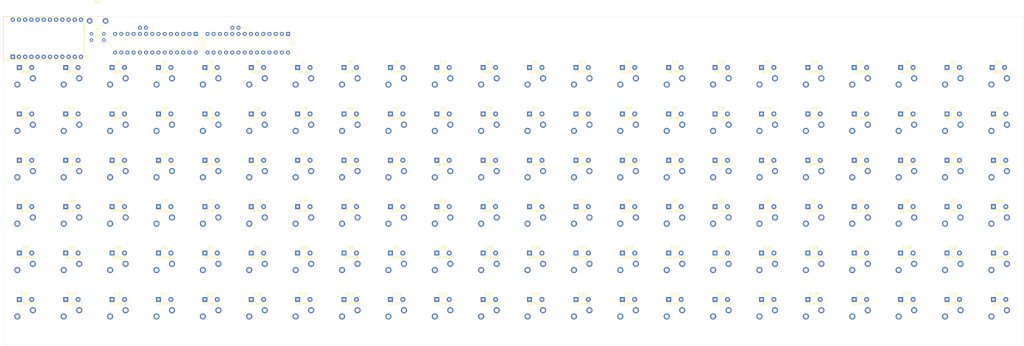
<source format=kicad_pcb>
(kicad_pcb (version 20171130) (host pcbnew "(5.1.0)-1")
  (layers (0 F.Cu signal) (31 B.Cu signal) (34 B.Paste user) (35 F.Paste user) (36 B.SilkS user) (37 F.SilkS user) (38 B.Mask user) (39 F.Mask user) (44 Edge.Cuts user))
  (net 0 "")
  (net 1 +5V)
  (net 2 GND)
  (net 3 /COL0)
  (net 4 "Net-(D1-Pad2)")
  (net 5 "Net-(D2-Pad2)")
  (net 6 "Net-(D3-Pad2)")
  (net 7 "Net-(D4-Pad2)")
  (net 8 "Net-(D5-Pad2)")
  (net 9 "Net-(D6-Pad2)")
  (net 10 "Net-(D7-Pad2)")
  (net 11 "Net-(D8-Pad2)")
  (net 12 "Net-(D9-Pad2)")
  (net 13 "Net-(D10-Pad2)")
  (net 14 "Net-(D11-Pad2)")
  (net 15 "Net-(D12-Pad2)")
  (net 16 "Net-(D13-Pad2)")
  (net 17 "Net-(D14-Pad2)")
  (net 18 "Net-(D15-Pad2)")
  (net 19 "Net-(D16-Pad2)")
  (net 20 "Net-(D17-Pad2)")
  (net 21 "Net-(D18-Pad2)")
  (net 22 "Net-(D19-Pad2)")
  (net 23 "Net-(D20-Pad2)")
  (net 24 "Net-(D21-Pad2)")
  (net 25 "Net-(D22-Pad2)")
  (net 26 /COL1)
  (net 27 "Net-(D23-Pad2)")
  (net 28 "Net-(D24-Pad2)")
  (net 29 "Net-(D25-Pad2)")
  (net 30 "Net-(D26-Pad2)")
  (net 31 "Net-(D27-Pad2)")
  (net 32 "Net-(D28-Pad2)")
  (net 33 "Net-(D29-Pad2)")
  (net 34 "Net-(D30-Pad2)")
  (net 35 "Net-(D31-Pad2)")
  (net 36 "Net-(D32-Pad2)")
  (net 37 "Net-(D33-Pad2)")
  (net 38 "Net-(D34-Pad2)")
  (net 39 "Net-(D35-Pad2)")
  (net 40 "Net-(D36-Pad2)")
  (net 41 "Net-(D37-Pad2)")
  (net 42 "Net-(D38-Pad2)")
  (net 43 "Net-(D39-Pad2)")
  (net 44 "Net-(D40-Pad2)")
  (net 45 "Net-(D41-Pad2)")
  (net 46 "Net-(D42-Pad2)")
  (net 47 "Net-(D43-Pad2)")
  (net 48 "Net-(D44-Pad2)")
  (net 49 /COL2)
  (net 50 "Net-(D45-Pad2)")
  (net 51 "Net-(D46-Pad2)")
  (net 52 "Net-(D47-Pad2)")
  (net 53 "Net-(D48-Pad2)")
  (net 54 "Net-(D49-Pad2)")
  (net 55 "Net-(D50-Pad2)")
  (net 56 "Net-(D51-Pad2)")
  (net 57 "Net-(D52-Pad2)")
  (net 58 "Net-(D53-Pad2)")
  (net 59 "Net-(D54-Pad2)")
  (net 60 "Net-(D55-Pad2)")
  (net 61 "Net-(D56-Pad2)")
  (net 62 "Net-(D57-Pad2)")
  (net 63 "Net-(D58-Pad2)")
  (net 64 "Net-(D59-Pad2)")
  (net 65 "Net-(D60-Pad2)")
  (net 66 "Net-(D61-Pad2)")
  (net 67 "Net-(D62-Pad2)")
  (net 68 "Net-(D63-Pad2)")
  (net 69 "Net-(D64-Pad2)")
  (net 70 "Net-(D65-Pad2)")
  (net 71 "Net-(D66-Pad2)")
  (net 72 /COL3)
  (net 73 "Net-(D67-Pad2)")
  (net 74 "Net-(D68-Pad2)")
  (net 75 "Net-(D69-Pad2)")
  (net 76 "Net-(D70-Pad2)")
  (net 77 "Net-(D71-Pad2)")
  (net 78 "Net-(D72-Pad2)")
  (net 79 "Net-(D73-Pad2)")
  (net 80 "Net-(D74-Pad2)")
  (net 81 "Net-(D75-Pad2)")
  (net 82 "Net-(D76-Pad2)")
  (net 83 "Net-(D77-Pad2)")
  (net 84 "Net-(D78-Pad2)")
  (net 85 "Net-(D79-Pad2)")
  (net 86 "Net-(D80-Pad2)")
  (net 87 "Net-(D81-Pad2)")
  (net 88 "Net-(D82-Pad2)")
  (net 89 "Net-(D83-Pad2)")
  (net 90 "Net-(D84-Pad2)")
  (net 91 "Net-(D85-Pad2)")
  (net 92 "Net-(D86-Pad2)")
  (net 93 "Net-(D87-Pad2)")
  (net 94 "Net-(D88-Pad2)")
  (net 95 /COL4)
  (net 96 "Net-(D89-Pad2)")
  (net 97 "Net-(D90-Pad2)")
  (net 98 "Net-(D91-Pad2)")
  (net 99 "Net-(D92-Pad2)")
  (net 100 "Net-(D93-Pad2)")
  (net 101 "Net-(D94-Pad2)")
  (net 102 "Net-(D95-Pad2)")
  (net 103 "Net-(D96-Pad2)")
  (net 104 "Net-(D97-Pad2)")
  (net 105 "Net-(D98-Pad2)")
  (net 106 "Net-(D99-Pad2)")
  (net 107 "Net-(D100-Pad2)")
  (net 108 "Net-(D101-Pad2)")
  (net 109 "Net-(D102-Pad2)")
  (net 110 "Net-(D103-Pad2)")
  (net 111 "Net-(D104-Pad2)")
  (net 112 "Net-(D105-Pad2)")
  (net 113 "Net-(D106-Pad2)")
  (net 114 "Net-(D107-Pad2)")
  (net 115 "Net-(D108-Pad2)")
  (net 116 "Net-(D109-Pad2)")
  (net 117 "Net-(D110-Pad2)")
  (net 118 "Net-(D111-Pad1)")
  (net 119 "Net-(D111-Pad2)")
  (net 120 "Net-(D112-Pad2)")
  (net 121 "Net-(D113-Pad2)")
  (net 122 "Net-(D114-Pad2)")
  (net 123 "Net-(D115-Pad2)")
  (net 124 "Net-(D116-Pad2)")
  (net 125 "Net-(D117-Pad2)")
  (net 126 "Net-(D118-Pad2)")
  (net 127 "Net-(D119-Pad2)")
  (net 128 "Net-(D120-Pad2)")
  (net 129 "Net-(D121-Pad2)")
  (net 130 "Net-(D122-Pad2)")
  (net 131 "Net-(D123-Pad2)")
  (net 132 "Net-(D124-Pad2)")
  (net 133 "Net-(D125-Pad2)")
  (net 134 "Net-(D126-Pad2)")
  (net 135 "Net-(D127-Pad2)")
  (net 136 "Net-(D128-Pad2)")
  (net 137 "Net-(D129-Pad2)")
  (net 138 "Net-(D130-Pad2)")
  (net 139 "Net-(D131-Pad2)")
  (net 140 "Net-(D132-Pad2)")
  (net 141 "Net-(R1-Pad2)")
  (net 142 "Net-(R2-Pad2)")
  (net 143 "Net-(SW1-Pad1)")
  (net 144 /ROW0)
  (net 145 /ROW1)
  (net 146 /ROW2)
  (net 147 /ROW3)
  (net 148 /ROW4)
  (net 149 /ROW5)
  (net 150 /ROW6)
  (net 151 /ROW7)
  (net 152 /ROW8)
  (net 153 /ROW9)
  (net 154 /ROW10)
  (net 155 /ROW11)
  (net 156 /ROW12)
  (net 157 /ROW13)
  (net 158 /ROW14)
  (net 159 /ROW15)
  (net 160 /ROW16)
  (net 161 /ROW17)
  (net 162 /ROW18)
  (net 163 /ROW19)
  (net 164 /ROW20)
  (net 165 /ROW21)
  (net 166 /COL5)
  (net 167 "Net-(U1-Pad19)")
  (net 168 "Net-(U1-Pad20)")
  (net 169 "Net-(U1-Pad24)")
  (net 170 "Net-(U1-Pad12)")
  (net 171 "Net-(U1-Pad11)")
  (net 172 "Net-(U1-Pad10)")
  (net 173 "Net-(U1-Pad9)")
  (net 174 "Net-(U1-Pad8)")
  (net 175 "Net-(U1-Pad7)")
  (net 176 "Net-(U1-Pad2)")
  (net 177 "Net-(U1-Pad1)")
  (net 178 "Net-(U2-Pad19)")
  (net 179 "Net-(U2-Pad20)")
  (net 180 "Net-(U3-Pad1)")
  (net 181 "Net-(U3-Pad2)")
  (net 182 "Net-(U3-Pad3)")
  (net 183 "Net-(U3-Pad4)")
  (net 184 "Net-(U3-Pad5)")
  (net 185 "Net-(U3-Pad19)")
  (net 186 "Net-(U3-Pad6)")
  (net 187 "Net-(U3-Pad20)")
  (net 188 "Net-(U3-Pad7)")
  (net 189 "Net-(U3-Pad8)")
  (net 190 "Net-(U3-Pad27)")
  (net 191 "Net-(U3-Pad28)")
  (module dm9_switches:TVBP06 (layer F.Cu) (at 89.056 51.388)
    (fp_text reference SW1 (at 0 -7.7) (layer F.SilkS))
    (fp_text value RESET hide)
    (pad 2 thru_hole circle (at 3.25 0) (size 2.3 2.3) (drill 1.3) (layers *.Cu *.Mask) (net 2 GND))
    (pad 1 thru_hole circle (at -3.25 0) (size 2.3 2.3) (drill 1.3) (layers *.Cu *.Mask) (net 143 "Net-(SW1-Pad1)"))
  )
  (module Housings_DIP:DIP-28_W7.62mm (layer F.Cu) (at 167.086 56.722 270)
    (fp_text reference U3 (at 3.81 -2.33 270) (layer F.SilkS))
    (fp_text value MCP23017)
    (pad 28 thru_hole oval (at 7.62 0 270) (size 1.6 1.6) (drill 0.8) (layers *.Cu *.Mask) (net 191 "Net-(U3-Pad28)"))
    (pad 14 thru_hole oval (at 0 33.02 270) (size 1.6 1.6) (drill 0.8) (layers *.Cu *.Mask))
    (pad 27 thru_hole oval (at 7.62 2.54 270) (size 1.6 1.6) (drill 0.8) (layers *.Cu *.Mask) (net 190 "Net-(U3-Pad27)"))
    (pad 13 thru_hole oval (at 0 30.48 270) (size 1.6 1.6) (drill 0.8) (layers *.Cu *.Mask) (net 142 "Net-(R2-Pad2)"))
    (pad 26 thru_hole oval (at 7.62 5.08 270) (size 1.6 1.6) (drill 0.8) (layers *.Cu *.Mask) (net 165 /ROW21))
    (pad 12 thru_hole oval (at 0 27.94 270) (size 1.6 1.6) (drill 0.8) (layers *.Cu *.Mask) (net 141 "Net-(R1-Pad2)"))
    (pad 25 thru_hole oval (at 7.62 7.62 270) (size 1.6 1.6) (drill 0.8) (layers *.Cu *.Mask) (net 164 /ROW20))
    (pad 11 thru_hole oval (at 0 25.4 270) (size 1.6 1.6) (drill 0.8) (layers *.Cu *.Mask))
    (pad 24 thru_hole oval (at 7.62 10.16 270) (size 1.6 1.6) (drill 0.8) (layers *.Cu *.Mask) (net 163 /ROW19))
    (pad 10 thru_hole oval (at 0 22.86 270) (size 1.6 1.6) (drill 0.8) (layers *.Cu *.Mask) (net 2 GND))
    (pad 23 thru_hole oval (at 7.62 12.7 270) (size 1.6 1.6) (drill 0.8) (layers *.Cu *.Mask) (net 162 /ROW18))
    (pad 9 thru_hole oval (at 0 20.32 270) (size 1.6 1.6) (drill 0.8) (layers *.Cu *.Mask) (net 1 +5V))
    (pad 22 thru_hole oval (at 7.62 15.24 270) (size 1.6 1.6) (drill 0.8) (layers *.Cu *.Mask) (net 161 /ROW17))
    (pad 8 thru_hole oval (at 0 17.78 270) (size 1.6 1.6) (drill 0.8) (layers *.Cu *.Mask) (net 189 "Net-(U3-Pad8)"))
    (pad 21 thru_hole oval (at 7.62 17.78 270) (size 1.6 1.6) (drill 0.8) (layers *.Cu *.Mask) (net 160 /ROW16))
    (pad 7 thru_hole oval (at 0 15.24 270) (size 1.6 1.6) (drill 0.8) (layers *.Cu *.Mask) (net 188 "Net-(U3-Pad7)"))
    (pad 20 thru_hole oval (at 7.62 20.32 270) (size 1.6 1.6) (drill 0.8) (layers *.Cu *.Mask) (net 187 "Net-(U3-Pad20)"))
    (pad 6 thru_hole oval (at 0 12.7 270) (size 1.6 1.6) (drill 0.8) (layers *.Cu *.Mask) (net 186 "Net-(U3-Pad6)"))
    (pad 19 thru_hole oval (at 7.62 22.86 270) (size 1.6 1.6) (drill 0.8) (layers *.Cu *.Mask) (net 185 "Net-(U3-Pad19)"))
    (pad 5 thru_hole oval (at 0 10.16 270) (size 1.6 1.6) (drill 0.8) (layers *.Cu *.Mask) (net 184 "Net-(U3-Pad5)"))
    (pad 18 thru_hole oval (at 7.62 25.4 270) (size 1.6 1.6) (drill 0.8) (layers *.Cu *.Mask) (net 1 +5V))
    (pad 4 thru_hole oval (at 0 7.62 270) (size 1.6 1.6) (drill 0.8) (layers *.Cu *.Mask) (net 183 "Net-(U3-Pad4)"))
    (pad 17 thru_hole oval (at 7.62 27.94 270) (size 1.6 1.6) (drill 0.8) (layers *.Cu *.Mask) (net 2 GND))
    (pad 3 thru_hole oval (at 0 5.08 270) (size 1.6 1.6) (drill 0.8) (layers *.Cu *.Mask) (net 182 "Net-(U3-Pad3)"))
    (pad 16 thru_hole oval (at 7.62 30.48 270) (size 1.6 1.6) (drill 0.8) (layers *.Cu *.Mask) (net 2 GND))
    (pad 2 thru_hole oval (at 0 2.54 270) (size 1.6 1.6) (drill 0.8) (layers *.Cu *.Mask) (net 181 "Net-(U3-Pad2)"))
    (pad 15 thru_hole oval (at 7.62 33.02 270) (size 1.6 1.6) (drill 0.8) (layers *.Cu *.Mask) (net 1 +5V))
    (pad 1 thru_hole rect (at 0 0 270) (size 1.6 1.6) (drill 0.8) (layers *.Cu *.Mask) (net 180 "Net-(U3-Pad1)"))
  )
  (module Housings_DIP:DIP-28_W7.62mm (layer F.Cu) (at 129.24 56.722 270)
    (fp_text reference U2 (at 3.81 -2.33 270) (layer F.SilkS))
    (fp_text value MCP23017)
    (pad 1 thru_hole rect (at 0 0 270) (size 1.6 1.6) (drill 0.8) (layers *.Cu *.Mask) (net 159 /ROW15))
    (pad 15 thru_hole oval (at 7.62 33.02 270) (size 1.6 1.6) (drill 0.8) (layers *.Cu *.Mask) (net 2 GND))
    (pad 2 thru_hole oval (at 0 2.54 270) (size 1.6 1.6) (drill 0.8) (layers *.Cu *.Mask) (net 157 /ROW13))
    (pad 16 thru_hole oval (at 7.62 30.48 270) (size 1.6 1.6) (drill 0.8) (layers *.Cu *.Mask) (net 2 GND))
    (pad 3 thru_hole oval (at 0 5.08 270) (size 1.6 1.6) (drill 0.8) (layers *.Cu *.Mask) (net 155 /ROW11))
    (pad 17 thru_hole oval (at 7.62 27.94 270) (size 1.6 1.6) (drill 0.8) (layers *.Cu *.Mask) (net 2 GND))
    (pad 4 thru_hole oval (at 0 7.62 270) (size 1.6 1.6) (drill 0.8) (layers *.Cu *.Mask) (net 153 /ROW9))
    (pad 18 thru_hole oval (at 7.62 25.4 270) (size 1.6 1.6) (drill 0.8) (layers *.Cu *.Mask) (net 1 +5V))
    (pad 5 thru_hole oval (at 0 10.16 270) (size 1.6 1.6) (drill 0.8) (layers *.Cu *.Mask) (net 151 /ROW7))
    (pad 19 thru_hole oval (at 7.62 22.86 270) (size 1.6 1.6) (drill 0.8) (layers *.Cu *.Mask) (net 178 "Net-(U2-Pad19)"))
    (pad 6 thru_hole oval (at 0 12.7 270) (size 1.6 1.6) (drill 0.8) (layers *.Cu *.Mask) (net 149 /ROW5))
    (pad 20 thru_hole oval (at 7.62 20.32 270) (size 1.6 1.6) (drill 0.8) (layers *.Cu *.Mask) (net 179 "Net-(U2-Pad20)"))
    (pad 7 thru_hole oval (at 0 15.24 270) (size 1.6 1.6) (drill 0.8) (layers *.Cu *.Mask) (net 147 /ROW3))
    (pad 21 thru_hole oval (at 7.62 17.78 270) (size 1.6 1.6) (drill 0.8) (layers *.Cu *.Mask) (net 144 /ROW0))
    (pad 8 thru_hole oval (at 0 17.78 270) (size 1.6 1.6) (drill 0.8) (layers *.Cu *.Mask) (net 145 /ROW1))
    (pad 22 thru_hole oval (at 7.62 15.24 270) (size 1.6 1.6) (drill 0.8) (layers *.Cu *.Mask) (net 146 /ROW2))
    (pad 9 thru_hole oval (at 0 20.32 270) (size 1.6 1.6) (drill 0.8) (layers *.Cu *.Mask) (net 1 +5V))
    (pad 23 thru_hole oval (at 7.62 12.7 270) (size 1.6 1.6) (drill 0.8) (layers *.Cu *.Mask) (net 148 /ROW4))
    (pad 10 thru_hole oval (at 0 22.86 270) (size 1.6 1.6) (drill 0.8) (layers *.Cu *.Mask) (net 2 GND))
    (pad 24 thru_hole oval (at 7.62 10.16 270) (size 1.6 1.6) (drill 0.8) (layers *.Cu *.Mask) (net 150 /ROW6))
    (pad 11 thru_hole oval (at 0 25.4 270) (size 1.6 1.6) (drill 0.8) (layers *.Cu *.Mask))
    (pad 25 thru_hole oval (at 7.62 7.62 270) (size 1.6 1.6) (drill 0.8) (layers *.Cu *.Mask) (net 152 /ROW8))
    (pad 12 thru_hole oval (at 0 27.94 270) (size 1.6 1.6) (drill 0.8) (layers *.Cu *.Mask) (net 141 "Net-(R1-Pad2)"))
    (pad 26 thru_hole oval (at 7.62 5.08 270) (size 1.6 1.6) (drill 0.8) (layers *.Cu *.Mask) (net 154 /ROW10))
    (pad 13 thru_hole oval (at 0 30.48 270) (size 1.6 1.6) (drill 0.8) (layers *.Cu *.Mask) (net 142 "Net-(R2-Pad2)"))
    (pad 27 thru_hole oval (at 7.62 2.54 270) (size 1.6 1.6) (drill 0.8) (layers *.Cu *.Mask) (net 156 /ROW12))
    (pad 14 thru_hole oval (at 0 33.02 270) (size 1.6 1.6) (drill 0.8) (layers *.Cu *.Mask))
    (pad 28 thru_hole oval (at 7.62 0 270) (size 1.6 1.6) (drill 0.8) (layers *.Cu *.Mask) (net 158 /ROW14))
  )
  (module SMKJP:BOARD_Pro_Micro (layer F.Cu) (at 50.5 58.5)
    (fp_text reference U1 (at 34.036 7.62 -90) (layer F.SilkS))
    (fp_text value pro_micro hide)
    (pad 13 thru_hole circle (at 31.75 -7.62) (size 1.75 1.75) (drill 0.85) (layers *.Cu *.Mask) (net 166 /COL5))
    (pad 14 thru_hole circle (at 29.21 -7.62) (size 1.75 1.75) (drill 0.85) (layers *.Cu *.Mask) (net 95 /COL4))
    (pad 15 thru_hole circle (at 26.67 -7.62) (size 1.75 1.75) (drill 0.85) (layers *.Cu *.Mask) (net 72 /COL3))
    (pad 16 thru_hole circle (at 24.13 -7.62) (size 1.75 1.75) (drill 0.85) (layers *.Cu *.Mask) (net 49 /COL2))
    (pad 17 thru_hole circle (at 21.59 -7.62) (size 1.75 1.75) (drill 0.85) (layers *.Cu *.Mask) (net 26 /COL1))
    (pad 18 thru_hole circle (at 19.05 -7.62) (size 1.75 1.75) (drill 0.85) (layers *.Cu *.Mask) (net 3 /COL0))
    (pad 19 thru_hole circle (at 16.51 -7.62) (size 1.75 1.75) (drill 0.85) (layers *.Cu *.Mask) (net 167 "Net-(U1-Pad19)"))
    (pad 20 thru_hole circle (at 13.97 -7.62) (size 1.75 1.75) (drill 0.85) (layers *.Cu *.Mask) (net 168 "Net-(U1-Pad20)"))
    (pad 21 thru_hole circle (at 11.43 -7.62) (size 1.75 1.75) (drill 0.85) (layers *.Cu *.Mask) (net 1 +5V))
    (pad 22 thru_hole circle (at 8.89 -7.62) (size 1.75 1.75) (drill 0.85) (layers *.Cu *.Mask) (net 143 "Net-(SW1-Pad1)"))
    (pad 23 thru_hole circle (at 6.35 -7.62) (size 1.75 1.75) (drill 0.85) (layers *.Cu *.Mask) (net 2 GND))
    (pad 24 thru_hole circle (at 3.81 -7.62) (size 1.75 1.75) (drill 0.85) (layers *.Cu *.Mask) (net 169 "Net-(U1-Pad24)"))
    (pad 12 thru_hole circle (at 31.75 7.62) (size 1.75 1.75) (drill 0.85) (layers *.Cu *.Mask) (net 170 "Net-(U1-Pad12)"))
    (pad 11 thru_hole circle (at 29.21 7.62) (size 1.75 1.75) (drill 0.85) (layers *.Cu *.Mask) (net 171 "Net-(U1-Pad11)"))
    (pad 10 thru_hole circle (at 26.67 7.62) (size 1.75 1.75) (drill 0.85) (layers *.Cu *.Mask) (net 172 "Net-(U1-Pad10)"))
    (pad 9 thru_hole circle (at 24.13 7.62) (size 1.75 1.75) (drill 0.85) (layers *.Cu *.Mask) (net 173 "Net-(U1-Pad9)"))
    (pad 8 thru_hole circle (at 21.59 7.62) (size 1.75 1.75) (drill 0.85) (layers *.Cu *.Mask) (net 174 "Net-(U1-Pad8)"))
    (pad 7 thru_hole circle (at 19.05 7.62) (size 1.75 1.75) (drill 0.85) (layers *.Cu *.Mask) (net 175 "Net-(U1-Pad7)"))
    (pad 6 thru_hole circle (at 16.51 7.62) (size 1.75 1.75) (drill 0.85) (layers *.Cu *.Mask) (net 141 "Net-(R1-Pad2)"))
    (pad 5 thru_hole circle (at 13.97 7.62) (size 1.75 1.75) (drill 0.85) (layers *.Cu *.Mask) (net 142 "Net-(R2-Pad2)"))
    (pad 4 thru_hole circle (at 11.43 7.62) (size 1.75 1.75) (drill 0.85) (layers *.Cu *.Mask) (net 2 GND))
    (pad 3 thru_hole circle (at 8.89 7.62) (size 1.75 1.75) (drill 0.85) (layers *.Cu *.Mask) (net 2 GND))
    (pad 2 thru_hole circle (at 6.35 7.62) (size 1.75 1.75) (drill 0.85) (layers *.Cu *.Mask) (net 176 "Net-(U1-Pad2)"))
    (pad 1 thru_hole rect (at 3.81 7.62) (size 1.75 1.75) (drill 0.85) (layers *.Cu *.Mask) (net 177 "Net-(U1-Pad1)"))
  )
  (module SMKJP:SW_Cherry_MX1A_1.00u_PCB (layer F.Cu) (at 459 175)
    (fp_text reference SW_MX132 (at 0 -7.7) (layer F.SilkS))
    (fp_text value SW_Push hide)
    (pad 2 thru_hole circle (at 2.54 -5.08) (size 2.5 2.5) (drill 1.5) (layers *.Cu *.Mask) (net 140 "Net-(D132-Pad2)"))
    (pad 1 thru_hole circle (at -3.81 -2.54) (size 2.5 2.5) (drill 1.5) (layers *.Cu *.Mask) (net 165 /ROW21))
    (pad "" np_thru_hole circle (at 0 0) (size 4 4) (drill 4) (layers *.Cu *.Mask))
    (pad "" np_thru_hole circle (at -5.08 0) (size 1.7 1.7) (drill 1.7) (layers *.Cu *.Mask))
    (pad "" np_thru_hole circle (at 5.08 0) (size 1.7 1.7) (drill 1.7) (layers *.Cu *.Mask))
  )
  (module SMKJP:SW_Cherry_MX1A_1.00u_PCB (layer F.Cu) (at 440 175)
    (fp_text reference SW_MX131 (at 0 -7.7) (layer F.SilkS))
    (fp_text value SW_Push hide)
    (pad 2 thru_hole circle (at 2.54 -5.08) (size 2.5 2.5) (drill 1.5) (layers *.Cu *.Mask) (net 139 "Net-(D131-Pad2)"))
    (pad 1 thru_hole circle (at -3.81 -2.54) (size 2.5 2.5) (drill 1.5) (layers *.Cu *.Mask) (net 164 /ROW20))
    (pad "" np_thru_hole circle (at 0 0) (size 4 4) (drill 4) (layers *.Cu *.Mask))
    (pad "" np_thru_hole circle (at -5.08 0) (size 1.7 1.7) (drill 1.7) (layers *.Cu *.Mask))
    (pad "" np_thru_hole circle (at 5.08 0) (size 1.7 1.7) (drill 1.7) (layers *.Cu *.Mask))
  )
  (module SMKJP:SW_Cherry_MX1A_1.00u_PCB (layer F.Cu) (at 421 175)
    (fp_text reference SW_MX130 (at 0 -7.7) (layer F.SilkS))
    (fp_text value SW_Push hide)
    (pad 2 thru_hole circle (at 2.54 -5.08) (size 2.5 2.5) (drill 1.5) (layers *.Cu *.Mask) (net 138 "Net-(D130-Pad2)"))
    (pad 1 thru_hole circle (at -3.81 -2.54) (size 2.5 2.5) (drill 1.5) (layers *.Cu *.Mask) (net 163 /ROW19))
    (pad "" np_thru_hole circle (at 0 0) (size 4 4) (drill 4) (layers *.Cu *.Mask))
    (pad "" np_thru_hole circle (at -5.08 0) (size 1.7 1.7) (drill 1.7) (layers *.Cu *.Mask))
    (pad "" np_thru_hole circle (at 5.08 0) (size 1.7 1.7) (drill 1.7) (layers *.Cu *.Mask))
  )
  (module SMKJP:SW_Cherry_MX1A_1.00u_PCB (layer F.Cu) (at 402 175)
    (fp_text reference SW_MX129 (at 0 -7.7) (layer F.SilkS))
    (fp_text value SW_Push hide)
    (pad 2 thru_hole circle (at 2.54 -5.08) (size 2.5 2.5) (drill 1.5) (layers *.Cu *.Mask) (net 137 "Net-(D129-Pad2)"))
    (pad 1 thru_hole circle (at -3.81 -2.54) (size 2.5 2.5) (drill 1.5) (layers *.Cu *.Mask) (net 162 /ROW18))
    (pad "" np_thru_hole circle (at 0 0) (size 4 4) (drill 4) (layers *.Cu *.Mask))
    (pad "" np_thru_hole circle (at -5.08 0) (size 1.7 1.7) (drill 1.7) (layers *.Cu *.Mask))
    (pad "" np_thru_hole circle (at 5.08 0) (size 1.7 1.7) (drill 1.7) (layers *.Cu *.Mask))
  )
  (module SMKJP:SW_Cherry_MX1A_1.00u_PCB (layer F.Cu) (at 383 175)
    (fp_text reference SW_MX128 (at 0 -7.7) (layer F.SilkS))
    (fp_text value SW_Push hide)
    (pad 2 thru_hole circle (at 2.54 -5.08) (size 2.5 2.5) (drill 1.5) (layers *.Cu *.Mask) (net 136 "Net-(D128-Pad2)"))
    (pad 1 thru_hole circle (at -3.81 -2.54) (size 2.5 2.5) (drill 1.5) (layers *.Cu *.Mask) (net 161 /ROW17))
    (pad "" np_thru_hole circle (at 0 0) (size 4 4) (drill 4) (layers *.Cu *.Mask))
    (pad "" np_thru_hole circle (at -5.08 0) (size 1.7 1.7) (drill 1.7) (layers *.Cu *.Mask))
    (pad "" np_thru_hole circle (at 5.08 0) (size 1.7 1.7) (drill 1.7) (layers *.Cu *.Mask))
  )
  (module SMKJP:SW_Cherry_MX1A_1.00u_PCB (layer F.Cu) (at 364 175)
    (fp_text reference SW_MX127 (at 0 -7.7) (layer F.SilkS))
    (fp_text value SW_Push hide)
    (pad 2 thru_hole circle (at 2.54 -5.08) (size 2.5 2.5) (drill 1.5) (layers *.Cu *.Mask) (net 135 "Net-(D127-Pad2)"))
    (pad 1 thru_hole circle (at -3.81 -2.54) (size 2.5 2.5) (drill 1.5) (layers *.Cu *.Mask) (net 160 /ROW16))
    (pad "" np_thru_hole circle (at 0 0) (size 4 4) (drill 4) (layers *.Cu *.Mask))
    (pad "" np_thru_hole circle (at -5.08 0) (size 1.7 1.7) (drill 1.7) (layers *.Cu *.Mask))
    (pad "" np_thru_hole circle (at 5.08 0) (size 1.7 1.7) (drill 1.7) (layers *.Cu *.Mask))
  )
  (module SMKJP:SW_Cherry_MX1A_1.00u_PCB (layer F.Cu) (at 345 175)
    (fp_text reference SW_MX126 (at 0 -7.7) (layer F.SilkS))
    (fp_text value SW_Push hide)
    (pad 2 thru_hole circle (at 2.54 -5.08) (size 2.5 2.5) (drill 1.5) (layers *.Cu *.Mask) (net 134 "Net-(D126-Pad2)"))
    (pad 1 thru_hole circle (at -3.81 -2.54) (size 2.5 2.5) (drill 1.5) (layers *.Cu *.Mask) (net 159 /ROW15))
    (pad "" np_thru_hole circle (at 0 0) (size 4 4) (drill 4) (layers *.Cu *.Mask))
    (pad "" np_thru_hole circle (at -5.08 0) (size 1.7 1.7) (drill 1.7) (layers *.Cu *.Mask))
    (pad "" np_thru_hole circle (at 5.08 0) (size 1.7 1.7) (drill 1.7) (layers *.Cu *.Mask))
  )
  (module SMKJP:SW_Cherry_MX1A_1.00u_PCB (layer F.Cu) (at 326 175)
    (fp_text reference SW_MX125 (at 0 -7.7) (layer F.SilkS))
    (fp_text value SW_Push hide)
    (pad 2 thru_hole circle (at 2.54 -5.08) (size 2.5 2.5) (drill 1.5) (layers *.Cu *.Mask) (net 133 "Net-(D125-Pad2)"))
    (pad 1 thru_hole circle (at -3.81 -2.54) (size 2.5 2.5) (drill 1.5) (layers *.Cu *.Mask) (net 158 /ROW14))
    (pad "" np_thru_hole circle (at 0 0) (size 4 4) (drill 4) (layers *.Cu *.Mask))
    (pad "" np_thru_hole circle (at -5.08 0) (size 1.7 1.7) (drill 1.7) (layers *.Cu *.Mask))
    (pad "" np_thru_hole circle (at 5.08 0) (size 1.7 1.7) (drill 1.7) (layers *.Cu *.Mask))
  )
  (module SMKJP:SW_Cherry_MX1A_1.00u_PCB (layer F.Cu) (at 307 175)
    (fp_text reference SW_MX124 (at 0 -7.7) (layer F.SilkS))
    (fp_text value SW_Push hide)
    (pad 2 thru_hole circle (at 2.54 -5.08) (size 2.5 2.5) (drill 1.5) (layers *.Cu *.Mask) (net 132 "Net-(D124-Pad2)"))
    (pad 1 thru_hole circle (at -3.81 -2.54) (size 2.5 2.5) (drill 1.5) (layers *.Cu *.Mask) (net 157 /ROW13))
    (pad "" np_thru_hole circle (at 0 0) (size 4 4) (drill 4) (layers *.Cu *.Mask))
    (pad "" np_thru_hole circle (at -5.08 0) (size 1.7 1.7) (drill 1.7) (layers *.Cu *.Mask))
    (pad "" np_thru_hole circle (at 5.08 0) (size 1.7 1.7) (drill 1.7) (layers *.Cu *.Mask))
  )
  (module SMKJP:SW_Cherry_MX1A_1.00u_PCB (layer F.Cu) (at 288 175)
    (fp_text reference SW_MX123 (at 0 -7.7) (layer F.SilkS))
    (fp_text value SW_Push hide)
    (pad 2 thru_hole circle (at 2.54 -5.08) (size 2.5 2.5) (drill 1.5) (layers *.Cu *.Mask) (net 131 "Net-(D123-Pad2)"))
    (pad 1 thru_hole circle (at -3.81 -2.54) (size 2.5 2.5) (drill 1.5) (layers *.Cu *.Mask) (net 156 /ROW12))
    (pad "" np_thru_hole circle (at 0 0) (size 4 4) (drill 4) (layers *.Cu *.Mask))
    (pad "" np_thru_hole circle (at -5.08 0) (size 1.7 1.7) (drill 1.7) (layers *.Cu *.Mask))
    (pad "" np_thru_hole circle (at 5.08 0) (size 1.7 1.7) (drill 1.7) (layers *.Cu *.Mask))
  )
  (module SMKJP:SW_Cherry_MX1A_1.00u_PCB (layer F.Cu) (at 269 175)
    (fp_text reference SW_MX122 (at 0 -7.7) (layer F.SilkS))
    (fp_text value SW_Push hide)
    (pad 2 thru_hole circle (at 2.54 -5.08) (size 2.5 2.5) (drill 1.5) (layers *.Cu *.Mask) (net 130 "Net-(D122-Pad2)"))
    (pad 1 thru_hole circle (at -3.81 -2.54) (size 2.5 2.5) (drill 1.5) (layers *.Cu *.Mask) (net 155 /ROW11))
    (pad "" np_thru_hole circle (at 0 0) (size 4 4) (drill 4) (layers *.Cu *.Mask))
    (pad "" np_thru_hole circle (at -5.08 0) (size 1.7 1.7) (drill 1.7) (layers *.Cu *.Mask))
    (pad "" np_thru_hole circle (at 5.08 0) (size 1.7 1.7) (drill 1.7) (layers *.Cu *.Mask))
  )
  (module SMKJP:SW_Cherry_MX1A_1.00u_PCB (layer F.Cu) (at 250 175)
    (fp_text reference SW_MX121 (at 0 -7.7) (layer F.SilkS))
    (fp_text value SW_Push hide)
    (pad 2 thru_hole circle (at 2.54 -5.08) (size 2.5 2.5) (drill 1.5) (layers *.Cu *.Mask) (net 129 "Net-(D121-Pad2)"))
    (pad 1 thru_hole circle (at -3.81 -2.54) (size 2.5 2.5) (drill 1.5) (layers *.Cu *.Mask) (net 154 /ROW10))
    (pad "" np_thru_hole circle (at 0 0) (size 4 4) (drill 4) (layers *.Cu *.Mask))
    (pad "" np_thru_hole circle (at -5.08 0) (size 1.7 1.7) (drill 1.7) (layers *.Cu *.Mask))
    (pad "" np_thru_hole circle (at 5.08 0) (size 1.7 1.7) (drill 1.7) (layers *.Cu *.Mask))
  )
  (module SMKJP:SW_Cherry_MX1A_1.00u_PCB (layer F.Cu) (at 231 175)
    (fp_text reference SW_MX120 (at 0 -7.7) (layer F.SilkS))
    (fp_text value SW_Push hide)
    (pad 2 thru_hole circle (at 2.54 -5.08) (size 2.5 2.5) (drill 1.5) (layers *.Cu *.Mask) (net 128 "Net-(D120-Pad2)"))
    (pad 1 thru_hole circle (at -3.81 -2.54) (size 2.5 2.5) (drill 1.5) (layers *.Cu *.Mask) (net 153 /ROW9))
    (pad "" np_thru_hole circle (at 0 0) (size 4 4) (drill 4) (layers *.Cu *.Mask))
    (pad "" np_thru_hole circle (at -5.08 0) (size 1.7 1.7) (drill 1.7) (layers *.Cu *.Mask))
    (pad "" np_thru_hole circle (at 5.08 0) (size 1.7 1.7) (drill 1.7) (layers *.Cu *.Mask))
  )
  (module SMKJP:SW_Cherry_MX1A_1.00u_PCB (layer F.Cu) (at 212 175)
    (fp_text reference SW_MX119 (at 0 -7.7) (layer F.SilkS))
    (fp_text value SW_Push hide)
    (pad 2 thru_hole circle (at 2.54 -5.08) (size 2.5 2.5) (drill 1.5) (layers *.Cu *.Mask) (net 127 "Net-(D119-Pad2)"))
    (pad 1 thru_hole circle (at -3.81 -2.54) (size 2.5 2.5) (drill 1.5) (layers *.Cu *.Mask) (net 152 /ROW8))
    (pad "" np_thru_hole circle (at 0 0) (size 4 4) (drill 4) (layers *.Cu *.Mask))
    (pad "" np_thru_hole circle (at -5.08 0) (size 1.7 1.7) (drill 1.7) (layers *.Cu *.Mask))
    (pad "" np_thru_hole circle (at 5.08 0) (size 1.7 1.7) (drill 1.7) (layers *.Cu *.Mask))
  )
  (module SMKJP:SW_Cherry_MX1A_1.00u_PCB (layer F.Cu) (at 193 175)
    (fp_text reference SW_MX118 (at 0 -7.7) (layer F.SilkS))
    (fp_text value SW_Push hide)
    (pad 2 thru_hole circle (at 2.54 -5.08) (size 2.5 2.5) (drill 1.5) (layers *.Cu *.Mask) (net 126 "Net-(D118-Pad2)"))
    (pad 1 thru_hole circle (at -3.81 -2.54) (size 2.5 2.5) (drill 1.5) (layers *.Cu *.Mask) (net 151 /ROW7))
    (pad "" np_thru_hole circle (at 0 0) (size 4 4) (drill 4) (layers *.Cu *.Mask))
    (pad "" np_thru_hole circle (at -5.08 0) (size 1.7 1.7) (drill 1.7) (layers *.Cu *.Mask))
    (pad "" np_thru_hole circle (at 5.08 0) (size 1.7 1.7) (drill 1.7) (layers *.Cu *.Mask))
  )
  (module SMKJP:SW_Cherry_MX1A_1.00u_PCB (layer F.Cu) (at 174 175)
    (fp_text reference SW_MX117 (at 0 -7.7) (layer F.SilkS))
    (fp_text value SW_Push hide)
    (pad 2 thru_hole circle (at 2.54 -5.08) (size 2.5 2.5) (drill 1.5) (layers *.Cu *.Mask) (net 125 "Net-(D117-Pad2)"))
    (pad 1 thru_hole circle (at -3.81 -2.54) (size 2.5 2.5) (drill 1.5) (layers *.Cu *.Mask) (net 150 /ROW6))
    (pad "" np_thru_hole circle (at 0 0) (size 4 4) (drill 4) (layers *.Cu *.Mask))
    (pad "" np_thru_hole circle (at -5.08 0) (size 1.7 1.7) (drill 1.7) (layers *.Cu *.Mask))
    (pad "" np_thru_hole circle (at 5.08 0) (size 1.7 1.7) (drill 1.7) (layers *.Cu *.Mask))
  )
  (module SMKJP:SW_Cherry_MX1A_1.00u_PCB (layer F.Cu) (at 155 175)
    (fp_text reference SW_MX116 (at 0 -7.7) (layer F.SilkS))
    (fp_text value SW_Push hide)
    (pad 2 thru_hole circle (at 2.54 -5.08) (size 2.5 2.5) (drill 1.5) (layers *.Cu *.Mask) (net 124 "Net-(D116-Pad2)"))
    (pad 1 thru_hole circle (at -3.81 -2.54) (size 2.5 2.5) (drill 1.5) (layers *.Cu *.Mask) (net 149 /ROW5))
    (pad "" np_thru_hole circle (at 0 0) (size 4 4) (drill 4) (layers *.Cu *.Mask))
    (pad "" np_thru_hole circle (at -5.08 0) (size 1.7 1.7) (drill 1.7) (layers *.Cu *.Mask))
    (pad "" np_thru_hole circle (at 5.08 0) (size 1.7 1.7) (drill 1.7) (layers *.Cu *.Mask))
  )
  (module SMKJP:SW_Cherry_MX1A_1.00u_PCB (layer F.Cu) (at 136 175)
    (fp_text reference SW_MX115 (at 0 -7.7) (layer F.SilkS))
    (fp_text value SW_Push hide)
    (pad 2 thru_hole circle (at 2.54 -5.08) (size 2.5 2.5) (drill 1.5) (layers *.Cu *.Mask) (net 123 "Net-(D115-Pad2)"))
    (pad 1 thru_hole circle (at -3.81 -2.54) (size 2.5 2.5) (drill 1.5) (layers *.Cu *.Mask) (net 148 /ROW4))
    (pad "" np_thru_hole circle (at 0 0) (size 4 4) (drill 4) (layers *.Cu *.Mask))
    (pad "" np_thru_hole circle (at -5.08 0) (size 1.7 1.7) (drill 1.7) (layers *.Cu *.Mask))
    (pad "" np_thru_hole circle (at 5.08 0) (size 1.7 1.7) (drill 1.7) (layers *.Cu *.Mask))
  )
  (module SMKJP:SW_Cherry_MX1A_1.00u_PCB (layer F.Cu) (at 117 175)
    (fp_text reference SW_MX114 (at 0 -7.7) (layer F.SilkS))
    (fp_text value SW_Push hide)
    (pad 2 thru_hole circle (at 2.54 -5.08) (size 2.5 2.5) (drill 1.5) (layers *.Cu *.Mask) (net 122 "Net-(D114-Pad2)"))
    (pad 1 thru_hole circle (at -3.81 -2.54) (size 2.5 2.5) (drill 1.5) (layers *.Cu *.Mask) (net 147 /ROW3))
    (pad "" np_thru_hole circle (at 0 0) (size 4 4) (drill 4) (layers *.Cu *.Mask))
    (pad "" np_thru_hole circle (at -5.08 0) (size 1.7 1.7) (drill 1.7) (layers *.Cu *.Mask))
    (pad "" np_thru_hole circle (at 5.08 0) (size 1.7 1.7) (drill 1.7) (layers *.Cu *.Mask))
  )
  (module SMKJP:SW_Cherry_MX1A_1.00u_PCB (layer F.Cu) (at 98 175)
    (fp_text reference SW_MX113 (at 0 -7.7) (layer F.SilkS))
    (fp_text value SW_Push hide)
    (pad 2 thru_hole circle (at 2.54 -5.08) (size 2.5 2.5) (drill 1.5) (layers *.Cu *.Mask) (net 121 "Net-(D113-Pad2)"))
    (pad 1 thru_hole circle (at -3.81 -2.54) (size 2.5 2.5) (drill 1.5) (layers *.Cu *.Mask) (net 146 /ROW2))
    (pad "" np_thru_hole circle (at 0 0) (size 4 4) (drill 4) (layers *.Cu *.Mask))
    (pad "" np_thru_hole circle (at -5.08 0) (size 1.7 1.7) (drill 1.7) (layers *.Cu *.Mask))
    (pad "" np_thru_hole circle (at 5.08 0) (size 1.7 1.7) (drill 1.7) (layers *.Cu *.Mask))
  )
  (module SMKJP:SW_Cherry_MX1A_1.00u_PCB (layer F.Cu) (at 79 175)
    (fp_text reference SW_MX112 (at 0 -7.7) (layer F.SilkS))
    (fp_text value SW_Push hide)
    (pad 2 thru_hole circle (at 2.54 -5.08) (size 2.5 2.5) (drill 1.5) (layers *.Cu *.Mask) (net 120 "Net-(D112-Pad2)"))
    (pad 1 thru_hole circle (at -3.81 -2.54) (size 2.5 2.5) (drill 1.5) (layers *.Cu *.Mask) (net 145 /ROW1))
    (pad "" np_thru_hole circle (at 0 0) (size 4 4) (drill 4) (layers *.Cu *.Mask))
    (pad "" np_thru_hole circle (at -5.08 0) (size 1.7 1.7) (drill 1.7) (layers *.Cu *.Mask))
    (pad "" np_thru_hole circle (at 5.08 0) (size 1.7 1.7) (drill 1.7) (layers *.Cu *.Mask))
  )
  (module SMKJP:SW_Cherry_MX1A_1.00u_PCB (layer F.Cu) (at 60 175)
    (fp_text reference SW_MX111 (at 0 -7.7) (layer F.SilkS))
    (fp_text value SW_Push hide)
    (pad 2 thru_hole circle (at 2.54 -5.08) (size 2.5 2.5) (drill 1.5) (layers *.Cu *.Mask) (net 119 "Net-(D111-Pad2)"))
    (pad 1 thru_hole circle (at -3.81 -2.54) (size 2.5 2.5) (drill 1.5) (layers *.Cu *.Mask) (net 144 /ROW0))
    (pad "" np_thru_hole circle (at 0 0) (size 4 4) (drill 4) (layers *.Cu *.Mask))
    (pad "" np_thru_hole circle (at -5.08 0) (size 1.7 1.7) (drill 1.7) (layers *.Cu *.Mask))
    (pad "" np_thru_hole circle (at 5.08 0) (size 1.7 1.7) (drill 1.7) (layers *.Cu *.Mask))
  )
  (module SMKJP:SW_Cherry_MX1A_1.00u_PCB (layer F.Cu) (at 459 156)
    (fp_text reference SW_MX110 (at 0 -7.7) (layer F.SilkS))
    (fp_text value SW_Push hide)
    (pad 2 thru_hole circle (at 2.54 -5.08) (size 2.5 2.5) (drill 1.5) (layers *.Cu *.Mask) (net 117 "Net-(D110-Pad2)"))
    (pad 1 thru_hole circle (at -3.81 -2.54) (size 2.5 2.5) (drill 1.5) (layers *.Cu *.Mask) (net 165 /ROW21))
    (pad "" np_thru_hole circle (at 0 0) (size 4 4) (drill 4) (layers *.Cu *.Mask))
    (pad "" np_thru_hole circle (at -5.08 0) (size 1.7 1.7) (drill 1.7) (layers *.Cu *.Mask))
    (pad "" np_thru_hole circle (at 5.08 0) (size 1.7 1.7) (drill 1.7) (layers *.Cu *.Mask))
  )
  (module SMKJP:SW_Cherry_MX1A_1.00u_PCB (layer F.Cu) (at 440 156)
    (fp_text reference SW_MX109 (at 0 -7.7) (layer F.SilkS))
    (fp_text value SW_Push hide)
    (pad 2 thru_hole circle (at 2.54 -5.08) (size 2.5 2.5) (drill 1.5) (layers *.Cu *.Mask) (net 116 "Net-(D109-Pad2)"))
    (pad 1 thru_hole circle (at -3.81 -2.54) (size 2.5 2.5) (drill 1.5) (layers *.Cu *.Mask) (net 164 /ROW20))
    (pad "" np_thru_hole circle (at 0 0) (size 4 4) (drill 4) (layers *.Cu *.Mask))
    (pad "" np_thru_hole circle (at -5.08 0) (size 1.7 1.7) (drill 1.7) (layers *.Cu *.Mask))
    (pad "" np_thru_hole circle (at 5.08 0) (size 1.7 1.7) (drill 1.7) (layers *.Cu *.Mask))
  )
  (module SMKJP:SW_Cherry_MX1A_1.00u_PCB (layer F.Cu) (at 421 156)
    (fp_text reference SW_MX108 (at 0 -7.7) (layer F.SilkS))
    (fp_text value SW_Push hide)
    (pad 2 thru_hole circle (at 2.54 -5.08) (size 2.5 2.5) (drill 1.5) (layers *.Cu *.Mask) (net 115 "Net-(D108-Pad2)"))
    (pad 1 thru_hole circle (at -3.81 -2.54) (size 2.5 2.5) (drill 1.5) (layers *.Cu *.Mask) (net 163 /ROW19))
    (pad "" np_thru_hole circle (at 0 0) (size 4 4) (drill 4) (layers *.Cu *.Mask))
    (pad "" np_thru_hole circle (at -5.08 0) (size 1.7 1.7) (drill 1.7) (layers *.Cu *.Mask))
    (pad "" np_thru_hole circle (at 5.08 0) (size 1.7 1.7) (drill 1.7) (layers *.Cu *.Mask))
  )
  (module SMKJP:SW_Cherry_MX1A_1.00u_PCB (layer F.Cu) (at 402 156)
    (fp_text reference SW_MX107 (at 0 -7.7) (layer F.SilkS))
    (fp_text value SW_Push hide)
    (pad 2 thru_hole circle (at 2.54 -5.08) (size 2.5 2.5) (drill 1.5) (layers *.Cu *.Mask) (net 114 "Net-(D107-Pad2)"))
    (pad 1 thru_hole circle (at -3.81 -2.54) (size 2.5 2.5) (drill 1.5) (layers *.Cu *.Mask) (net 162 /ROW18))
    (pad "" np_thru_hole circle (at 0 0) (size 4 4) (drill 4) (layers *.Cu *.Mask))
    (pad "" np_thru_hole circle (at -5.08 0) (size 1.7 1.7) (drill 1.7) (layers *.Cu *.Mask))
    (pad "" np_thru_hole circle (at 5.08 0) (size 1.7 1.7) (drill 1.7) (layers *.Cu *.Mask))
  )
  (module SMKJP:SW_Cherry_MX1A_1.00u_PCB (layer F.Cu) (at 383 156)
    (fp_text reference SW_MX106 (at 0 -7.7) (layer F.SilkS))
    (fp_text value SW_Push hide)
    (pad 2 thru_hole circle (at 2.54 -5.08) (size 2.5 2.5) (drill 1.5) (layers *.Cu *.Mask) (net 113 "Net-(D106-Pad2)"))
    (pad 1 thru_hole circle (at -3.81 -2.54) (size 2.5 2.5) (drill 1.5) (layers *.Cu *.Mask) (net 161 /ROW17))
    (pad "" np_thru_hole circle (at 0 0) (size 4 4) (drill 4) (layers *.Cu *.Mask))
    (pad "" np_thru_hole circle (at -5.08 0) (size 1.7 1.7) (drill 1.7) (layers *.Cu *.Mask))
    (pad "" np_thru_hole circle (at 5.08 0) (size 1.7 1.7) (drill 1.7) (layers *.Cu *.Mask))
  )
  (module SMKJP:SW_Cherry_MX1A_1.00u_PCB (layer F.Cu) (at 364 156)
    (fp_text reference SW_MX105 (at 0 -7.7) (layer F.SilkS))
    (fp_text value SW_Push hide)
    (pad 2 thru_hole circle (at 2.54 -5.08) (size 2.5 2.5) (drill 1.5) (layers *.Cu *.Mask) (net 112 "Net-(D105-Pad2)"))
    (pad 1 thru_hole circle (at -3.81 -2.54) (size 2.5 2.5) (drill 1.5) (layers *.Cu *.Mask) (net 160 /ROW16))
    (pad "" np_thru_hole circle (at 0 0) (size 4 4) (drill 4) (layers *.Cu *.Mask))
    (pad "" np_thru_hole circle (at -5.08 0) (size 1.7 1.7) (drill 1.7) (layers *.Cu *.Mask))
    (pad "" np_thru_hole circle (at 5.08 0) (size 1.7 1.7) (drill 1.7) (layers *.Cu *.Mask))
  )
  (module SMKJP:SW_Cherry_MX1A_1.00u_PCB (layer F.Cu) (at 345 156)
    (fp_text reference SW_MX104 (at 0 -7.7) (layer F.SilkS))
    (fp_text value SW_Push hide)
    (pad 2 thru_hole circle (at 2.54 -5.08) (size 2.5 2.5) (drill 1.5) (layers *.Cu *.Mask) (net 111 "Net-(D104-Pad2)"))
    (pad 1 thru_hole circle (at -3.81 -2.54) (size 2.5 2.5) (drill 1.5) (layers *.Cu *.Mask) (net 159 /ROW15))
    (pad "" np_thru_hole circle (at 0 0) (size 4 4) (drill 4) (layers *.Cu *.Mask))
    (pad "" np_thru_hole circle (at -5.08 0) (size 1.7 1.7) (drill 1.7) (layers *.Cu *.Mask))
    (pad "" np_thru_hole circle (at 5.08 0) (size 1.7 1.7) (drill 1.7) (layers *.Cu *.Mask))
  )
  (module SMKJP:SW_Cherry_MX1A_1.00u_PCB (layer F.Cu) (at 326 156)
    (fp_text reference SW_MX103 (at 0 -7.7) (layer F.SilkS))
    (fp_text value SW_Push hide)
    (pad 2 thru_hole circle (at 2.54 -5.08) (size 2.5 2.5) (drill 1.5) (layers *.Cu *.Mask) (net 110 "Net-(D103-Pad2)"))
    (pad 1 thru_hole circle (at -3.81 -2.54) (size 2.5 2.5) (drill 1.5) (layers *.Cu *.Mask) (net 158 /ROW14))
    (pad "" np_thru_hole circle (at 0 0) (size 4 4) (drill 4) (layers *.Cu *.Mask))
    (pad "" np_thru_hole circle (at -5.08 0) (size 1.7 1.7) (drill 1.7) (layers *.Cu *.Mask))
    (pad "" np_thru_hole circle (at 5.08 0) (size 1.7 1.7) (drill 1.7) (layers *.Cu *.Mask))
  )
  (module SMKJP:SW_Cherry_MX1A_1.00u_PCB (layer F.Cu) (at 307 156)
    (fp_text reference SW_MX102 (at 0 -7.7) (layer F.SilkS))
    (fp_text value SW_Push hide)
    (pad 2 thru_hole circle (at 2.54 -5.08) (size 2.5 2.5) (drill 1.5) (layers *.Cu *.Mask) (net 109 "Net-(D102-Pad2)"))
    (pad 1 thru_hole circle (at -3.81 -2.54) (size 2.5 2.5) (drill 1.5) (layers *.Cu *.Mask) (net 157 /ROW13))
    (pad "" np_thru_hole circle (at 0 0) (size 4 4) (drill 4) (layers *.Cu *.Mask))
    (pad "" np_thru_hole circle (at -5.08 0) (size 1.7 1.7) (drill 1.7) (layers *.Cu *.Mask))
    (pad "" np_thru_hole circle (at 5.08 0) (size 1.7 1.7) (drill 1.7) (layers *.Cu *.Mask))
  )
  (module SMKJP:SW_Cherry_MX1A_1.00u_PCB (layer F.Cu) (at 288 156)
    (fp_text reference SW_MX101 (at 0 -7.7) (layer F.SilkS))
    (fp_text value SW_Push hide)
    (pad 2 thru_hole circle (at 2.54 -5.08) (size 2.5 2.5) (drill 1.5) (layers *.Cu *.Mask) (net 108 "Net-(D101-Pad2)"))
    (pad 1 thru_hole circle (at -3.81 -2.54) (size 2.5 2.5) (drill 1.5) (layers *.Cu *.Mask) (net 156 /ROW12))
    (pad "" np_thru_hole circle (at 0 0) (size 4 4) (drill 4) (layers *.Cu *.Mask))
    (pad "" np_thru_hole circle (at -5.08 0) (size 1.7 1.7) (drill 1.7) (layers *.Cu *.Mask))
    (pad "" np_thru_hole circle (at 5.08 0) (size 1.7 1.7) (drill 1.7) (layers *.Cu *.Mask))
  )
  (module SMKJP:SW_Cherry_MX1A_1.00u_PCB (layer F.Cu) (at 269 156)
    (fp_text reference SW_MX100 (at 0 -7.7) (layer F.SilkS))
    (fp_text value SW_Push hide)
    (pad 2 thru_hole circle (at 2.54 -5.08) (size 2.5 2.5) (drill 1.5) (layers *.Cu *.Mask) (net 107 "Net-(D100-Pad2)"))
    (pad 1 thru_hole circle (at -3.81 -2.54) (size 2.5 2.5) (drill 1.5) (layers *.Cu *.Mask) (net 155 /ROW11))
    (pad "" np_thru_hole circle (at 0 0) (size 4 4) (drill 4) (layers *.Cu *.Mask))
    (pad "" np_thru_hole circle (at -5.08 0) (size 1.7 1.7) (drill 1.7) (layers *.Cu *.Mask))
    (pad "" np_thru_hole circle (at 5.08 0) (size 1.7 1.7) (drill 1.7) (layers *.Cu *.Mask))
  )
  (module SMKJP:SW_Cherry_MX1A_1.00u_PCB (layer F.Cu) (at 250 156)
    (fp_text reference SW_MX99 (at 0 -7.7) (layer F.SilkS))
    (fp_text value SW_Push hide)
    (pad 2 thru_hole circle (at 2.54 -5.08) (size 2.5 2.5) (drill 1.5) (layers *.Cu *.Mask) (net 106 "Net-(D99-Pad2)"))
    (pad 1 thru_hole circle (at -3.81 -2.54) (size 2.5 2.5) (drill 1.5) (layers *.Cu *.Mask) (net 154 /ROW10))
    (pad "" np_thru_hole circle (at 0 0) (size 4 4) (drill 4) (layers *.Cu *.Mask))
    (pad "" np_thru_hole circle (at -5.08 0) (size 1.7 1.7) (drill 1.7) (layers *.Cu *.Mask))
    (pad "" np_thru_hole circle (at 5.08 0) (size 1.7 1.7) (drill 1.7) (layers *.Cu *.Mask))
  )
  (module SMKJP:SW_Cherry_MX1A_1.00u_PCB (layer F.Cu) (at 231 156)
    (fp_text reference SW_MX98 (at 0 -7.7) (layer F.SilkS))
    (fp_text value SW_Push hide)
    (pad 2 thru_hole circle (at 2.54 -5.08) (size 2.5 2.5) (drill 1.5) (layers *.Cu *.Mask) (net 105 "Net-(D98-Pad2)"))
    (pad 1 thru_hole circle (at -3.81 -2.54) (size 2.5 2.5) (drill 1.5) (layers *.Cu *.Mask) (net 153 /ROW9))
    (pad "" np_thru_hole circle (at 0 0) (size 4 4) (drill 4) (layers *.Cu *.Mask))
    (pad "" np_thru_hole circle (at -5.08 0) (size 1.7 1.7) (drill 1.7) (layers *.Cu *.Mask))
    (pad "" np_thru_hole circle (at 5.08 0) (size 1.7 1.7) (drill 1.7) (layers *.Cu *.Mask))
  )
  (module SMKJP:SW_Cherry_MX1A_1.00u_PCB (layer F.Cu) (at 212 156)
    (fp_text reference SW_MX97 (at 0 -7.7) (layer F.SilkS))
    (fp_text value SW_Push hide)
    (pad 2 thru_hole circle (at 2.54 -5.08) (size 2.5 2.5) (drill 1.5) (layers *.Cu *.Mask) (net 104 "Net-(D97-Pad2)"))
    (pad 1 thru_hole circle (at -3.81 -2.54) (size 2.5 2.5) (drill 1.5) (layers *.Cu *.Mask) (net 152 /ROW8))
    (pad "" np_thru_hole circle (at 0 0) (size 4 4) (drill 4) (layers *.Cu *.Mask))
    (pad "" np_thru_hole circle (at -5.08 0) (size 1.7 1.7) (drill 1.7) (layers *.Cu *.Mask))
    (pad "" np_thru_hole circle (at 5.08 0) (size 1.7 1.7) (drill 1.7) (layers *.Cu *.Mask))
  )
  (module SMKJP:SW_Cherry_MX1A_1.00u_PCB (layer F.Cu) (at 193 156)
    (fp_text reference SW_MX96 (at 0 -7.7) (layer F.SilkS))
    (fp_text value SW_Push hide)
    (pad 2 thru_hole circle (at 2.54 -5.08) (size 2.5 2.5) (drill 1.5) (layers *.Cu *.Mask) (net 103 "Net-(D96-Pad2)"))
    (pad 1 thru_hole circle (at -3.81 -2.54) (size 2.5 2.5) (drill 1.5) (layers *.Cu *.Mask) (net 151 /ROW7))
    (pad "" np_thru_hole circle (at 0 0) (size 4 4) (drill 4) (layers *.Cu *.Mask))
    (pad "" np_thru_hole circle (at -5.08 0) (size 1.7 1.7) (drill 1.7) (layers *.Cu *.Mask))
    (pad "" np_thru_hole circle (at 5.08 0) (size 1.7 1.7) (drill 1.7) (layers *.Cu *.Mask))
  )
  (module SMKJP:SW_Cherry_MX1A_1.00u_PCB (layer F.Cu) (at 174 156)
    (fp_text reference SW_MX95 (at 0 -7.7) (layer F.SilkS))
    (fp_text value SW_Push hide)
    (pad 2 thru_hole circle (at 2.54 -5.08) (size 2.5 2.5) (drill 1.5) (layers *.Cu *.Mask) (net 102 "Net-(D95-Pad2)"))
    (pad 1 thru_hole circle (at -3.81 -2.54) (size 2.5 2.5) (drill 1.5) (layers *.Cu *.Mask) (net 150 /ROW6))
    (pad "" np_thru_hole circle (at 0 0) (size 4 4) (drill 4) (layers *.Cu *.Mask))
    (pad "" np_thru_hole circle (at -5.08 0) (size 1.7 1.7) (drill 1.7) (layers *.Cu *.Mask))
    (pad "" np_thru_hole circle (at 5.08 0) (size 1.7 1.7) (drill 1.7) (layers *.Cu *.Mask))
  )
  (module SMKJP:SW_Cherry_MX1A_1.00u_PCB (layer F.Cu) (at 155 156)
    (fp_text reference SW_MX94 (at 0 -7.7) (layer F.SilkS))
    (fp_text value SW_Push hide)
    (pad 2 thru_hole circle (at 2.54 -5.08) (size 2.5 2.5) (drill 1.5) (layers *.Cu *.Mask) (net 101 "Net-(D94-Pad2)"))
    (pad 1 thru_hole circle (at -3.81 -2.54) (size 2.5 2.5) (drill 1.5) (layers *.Cu *.Mask) (net 149 /ROW5))
    (pad "" np_thru_hole circle (at 0 0) (size 4 4) (drill 4) (layers *.Cu *.Mask))
    (pad "" np_thru_hole circle (at -5.08 0) (size 1.7 1.7) (drill 1.7) (layers *.Cu *.Mask))
    (pad "" np_thru_hole circle (at 5.08 0) (size 1.7 1.7) (drill 1.7) (layers *.Cu *.Mask))
  )
  (module SMKJP:SW_Cherry_MX1A_1.00u_PCB (layer F.Cu) (at 136 156)
    (fp_text reference SW_MX93 (at 0 -7.7) (layer F.SilkS))
    (fp_text value SW_Push hide)
    (pad 2 thru_hole circle (at 2.54 -5.08) (size 2.5 2.5) (drill 1.5) (layers *.Cu *.Mask) (net 100 "Net-(D93-Pad2)"))
    (pad 1 thru_hole circle (at -3.81 -2.54) (size 2.5 2.5) (drill 1.5) (layers *.Cu *.Mask) (net 148 /ROW4))
    (pad "" np_thru_hole circle (at 0 0) (size 4 4) (drill 4) (layers *.Cu *.Mask))
    (pad "" np_thru_hole circle (at -5.08 0) (size 1.7 1.7) (drill 1.7) (layers *.Cu *.Mask))
    (pad "" np_thru_hole circle (at 5.08 0) (size 1.7 1.7) (drill 1.7) (layers *.Cu *.Mask))
  )
  (module SMKJP:SW_Cherry_MX1A_1.00u_PCB (layer F.Cu) (at 117 156)
    (fp_text reference SW_MX92 (at 0 -7.7) (layer F.SilkS))
    (fp_text value SW_Push hide)
    (pad 2 thru_hole circle (at 2.54 -5.08) (size 2.5 2.5) (drill 1.5) (layers *.Cu *.Mask) (net 99 "Net-(D92-Pad2)"))
    (pad 1 thru_hole circle (at -3.81 -2.54) (size 2.5 2.5) (drill 1.5) (layers *.Cu *.Mask) (net 147 /ROW3))
    (pad "" np_thru_hole circle (at 0 0) (size 4 4) (drill 4) (layers *.Cu *.Mask))
    (pad "" np_thru_hole circle (at -5.08 0) (size 1.7 1.7) (drill 1.7) (layers *.Cu *.Mask))
    (pad "" np_thru_hole circle (at 5.08 0) (size 1.7 1.7) (drill 1.7) (layers *.Cu *.Mask))
  )
  (module SMKJP:SW_Cherry_MX1A_1.00u_PCB (layer F.Cu) (at 98 156)
    (fp_text reference SW_MX91 (at 0 -7.7) (layer F.SilkS))
    (fp_text value SW_Push hide)
    (pad 2 thru_hole circle (at 2.54 -5.08) (size 2.5 2.5) (drill 1.5) (layers *.Cu *.Mask) (net 98 "Net-(D91-Pad2)"))
    (pad 1 thru_hole circle (at -3.81 -2.54) (size 2.5 2.5) (drill 1.5) (layers *.Cu *.Mask) (net 146 /ROW2))
    (pad "" np_thru_hole circle (at 0 0) (size 4 4) (drill 4) (layers *.Cu *.Mask))
    (pad "" np_thru_hole circle (at -5.08 0) (size 1.7 1.7) (drill 1.7) (layers *.Cu *.Mask))
    (pad "" np_thru_hole circle (at 5.08 0) (size 1.7 1.7) (drill 1.7) (layers *.Cu *.Mask))
  )
  (module SMKJP:SW_Cherry_MX1A_1.00u_PCB (layer F.Cu) (at 79 156)
    (fp_text reference SW_MX90 (at 0 -7.7) (layer F.SilkS))
    (fp_text value SW_Push hide)
    (pad 2 thru_hole circle (at 2.54 -5.08) (size 2.5 2.5) (drill 1.5) (layers *.Cu *.Mask) (net 97 "Net-(D90-Pad2)"))
    (pad 1 thru_hole circle (at -3.81 -2.54) (size 2.5 2.5) (drill 1.5) (layers *.Cu *.Mask) (net 145 /ROW1))
    (pad "" np_thru_hole circle (at 0 0) (size 4 4) (drill 4) (layers *.Cu *.Mask))
    (pad "" np_thru_hole circle (at -5.08 0) (size 1.7 1.7) (drill 1.7) (layers *.Cu *.Mask))
    (pad "" np_thru_hole circle (at 5.08 0) (size 1.7 1.7) (drill 1.7) (layers *.Cu *.Mask))
  )
  (module SMKJP:SW_Cherry_MX1A_1.00u_PCB (layer F.Cu) (at 60 156)
    (fp_text reference SW_MX89 (at 0 -7.7) (layer F.SilkS))
    (fp_text value SW_Push hide)
    (pad 2 thru_hole circle (at 2.54 -5.08) (size 2.5 2.5) (drill 1.5) (layers *.Cu *.Mask) (net 96 "Net-(D89-Pad2)"))
    (pad 1 thru_hole circle (at -3.81 -2.54) (size 2.5 2.5) (drill 1.5) (layers *.Cu *.Mask) (net 144 /ROW0))
    (pad "" np_thru_hole circle (at 0 0) (size 4 4) (drill 4) (layers *.Cu *.Mask))
    (pad "" np_thru_hole circle (at -5.08 0) (size 1.7 1.7) (drill 1.7) (layers *.Cu *.Mask))
    (pad "" np_thru_hole circle (at 5.08 0) (size 1.7 1.7) (drill 1.7) (layers *.Cu *.Mask))
  )
  (module SMKJP:SW_Cherry_MX1A_1.00u_PCB (layer F.Cu) (at 459 137)
    (fp_text reference SW_MX88 (at 0 -7.7) (layer F.SilkS))
    (fp_text value SW_Push hide)
    (pad 2 thru_hole circle (at 2.54 -5.08) (size 2.5 2.5) (drill 1.5) (layers *.Cu *.Mask) (net 94 "Net-(D88-Pad2)"))
    (pad 1 thru_hole circle (at -3.81 -2.54) (size 2.5 2.5) (drill 1.5) (layers *.Cu *.Mask) (net 165 /ROW21))
    (pad "" np_thru_hole circle (at 0 0) (size 4 4) (drill 4) (layers *.Cu *.Mask))
    (pad "" np_thru_hole circle (at -5.08 0) (size 1.7 1.7) (drill 1.7) (layers *.Cu *.Mask))
    (pad "" np_thru_hole circle (at 5.08 0) (size 1.7 1.7) (drill 1.7) (layers *.Cu *.Mask))
  )
  (module SMKJP:SW_Cherry_MX1A_1.00u_PCB (layer F.Cu) (at 440 137)
    (fp_text reference SW_MX87 (at 0 -7.7) (layer F.SilkS))
    (fp_text value SW_Push hide)
    (pad 2 thru_hole circle (at 2.54 -5.08) (size 2.5 2.5) (drill 1.5) (layers *.Cu *.Mask) (net 93 "Net-(D87-Pad2)"))
    (pad 1 thru_hole circle (at -3.81 -2.54) (size 2.5 2.5) (drill 1.5) (layers *.Cu *.Mask) (net 164 /ROW20))
    (pad "" np_thru_hole circle (at 0 0) (size 4 4) (drill 4) (layers *.Cu *.Mask))
    (pad "" np_thru_hole circle (at -5.08 0) (size 1.7 1.7) (drill 1.7) (layers *.Cu *.Mask))
    (pad "" np_thru_hole circle (at 5.08 0) (size 1.7 1.7) (drill 1.7) (layers *.Cu *.Mask))
  )
  (module SMKJP:SW_Cherry_MX1A_1.00u_PCB (layer F.Cu) (at 421 137)
    (fp_text reference SW_MX86 (at 0 -7.7) (layer F.SilkS))
    (fp_text value SW_Push hide)
    (pad 2 thru_hole circle (at 2.54 -5.08) (size 2.5 2.5) (drill 1.5) (layers *.Cu *.Mask) (net 92 "Net-(D86-Pad2)"))
    (pad 1 thru_hole circle (at -3.81 -2.54) (size 2.5 2.5) (drill 1.5) (layers *.Cu *.Mask) (net 163 /ROW19))
    (pad "" np_thru_hole circle (at 0 0) (size 4 4) (drill 4) (layers *.Cu *.Mask))
    (pad "" np_thru_hole circle (at -5.08 0) (size 1.7 1.7) (drill 1.7) (layers *.Cu *.Mask))
    (pad "" np_thru_hole circle (at 5.08 0) (size 1.7 1.7) (drill 1.7) (layers *.Cu *.Mask))
  )
  (module SMKJP:SW_Cherry_MX1A_1.00u_PCB (layer F.Cu) (at 402 137)
    (fp_text reference SW_MX85 (at 0 -7.7) (layer F.SilkS))
    (fp_text value SW_Push hide)
    (pad 2 thru_hole circle (at 2.54 -5.08) (size 2.5 2.5) (drill 1.5) (layers *.Cu *.Mask) (net 91 "Net-(D85-Pad2)"))
    (pad 1 thru_hole circle (at -3.81 -2.54) (size 2.5 2.5) (drill 1.5) (layers *.Cu *.Mask) (net 162 /ROW18))
    (pad "" np_thru_hole circle (at 0 0) (size 4 4) (drill 4) (layers *.Cu *.Mask))
    (pad "" np_thru_hole circle (at -5.08 0) (size 1.7 1.7) (drill 1.7) (layers *.Cu *.Mask))
    (pad "" np_thru_hole circle (at 5.08 0) (size 1.7 1.7) (drill 1.7) (layers *.Cu *.Mask))
  )
  (module SMKJP:SW_Cherry_MX1A_1.00u_PCB (layer F.Cu) (at 383 137)
    (fp_text reference SW_MX84 (at 0 -7.7) (layer F.SilkS))
    (fp_text value SW_Push hide)
    (pad 2 thru_hole circle (at 2.54 -5.08) (size 2.5 2.5) (drill 1.5) (layers *.Cu *.Mask) (net 90 "Net-(D84-Pad2)"))
    (pad 1 thru_hole circle (at -3.81 -2.54) (size 2.5 2.5) (drill 1.5) (layers *.Cu *.Mask) (net 161 /ROW17))
    (pad "" np_thru_hole circle (at 0 0) (size 4 4) (drill 4) (layers *.Cu *.Mask))
    (pad "" np_thru_hole circle (at -5.08 0) (size 1.7 1.7) (drill 1.7) (layers *.Cu *.Mask))
    (pad "" np_thru_hole circle (at 5.08 0) (size 1.7 1.7) (drill 1.7) (layers *.Cu *.Mask))
  )
  (module SMKJP:SW_Cherry_MX1A_1.00u_PCB (layer F.Cu) (at 364 137)
    (fp_text reference SW_MX83 (at 0 -7.7) (layer F.SilkS))
    (fp_text value SW_Push hide)
    (pad 2 thru_hole circle (at 2.54 -5.08) (size 2.5 2.5) (drill 1.5) (layers *.Cu *.Mask) (net 89 "Net-(D83-Pad2)"))
    (pad 1 thru_hole circle (at -3.81 -2.54) (size 2.5 2.5) (drill 1.5) (layers *.Cu *.Mask) (net 160 /ROW16))
    (pad "" np_thru_hole circle (at 0 0) (size 4 4) (drill 4) (layers *.Cu *.Mask))
    (pad "" np_thru_hole circle (at -5.08 0) (size 1.7 1.7) (drill 1.7) (layers *.Cu *.Mask))
    (pad "" np_thru_hole circle (at 5.08 0) (size 1.7 1.7) (drill 1.7) (layers *.Cu *.Mask))
  )
  (module SMKJP:SW_Cherry_MX1A_1.00u_PCB (layer F.Cu) (at 345 137)
    (fp_text reference SW_MX82 (at 0 -7.7) (layer F.SilkS))
    (fp_text value SW_Push hide)
    (pad 2 thru_hole circle (at 2.54 -5.08) (size 2.5 2.5) (drill 1.5) (layers *.Cu *.Mask) (net 88 "Net-(D82-Pad2)"))
    (pad 1 thru_hole circle (at -3.81 -2.54) (size 2.5 2.5) (drill 1.5) (layers *.Cu *.Mask) (net 159 /ROW15))
    (pad "" np_thru_hole circle (at 0 0) (size 4 4) (drill 4) (layers *.Cu *.Mask))
    (pad "" np_thru_hole circle (at -5.08 0) (size 1.7 1.7) (drill 1.7) (layers *.Cu *.Mask))
    (pad "" np_thru_hole circle (at 5.08 0) (size 1.7 1.7) (drill 1.7) (layers *.Cu *.Mask))
  )
  (module SMKJP:SW_Cherry_MX1A_1.00u_PCB (layer F.Cu) (at 326 137)
    (fp_text reference SW_MX81 (at 0 -7.7) (layer F.SilkS))
    (fp_text value SW_Push hide)
    (pad 2 thru_hole circle (at 2.54 -5.08) (size 2.5 2.5) (drill 1.5) (layers *.Cu *.Mask) (net 87 "Net-(D81-Pad2)"))
    (pad 1 thru_hole circle (at -3.81 -2.54) (size 2.5 2.5) (drill 1.5) (layers *.Cu *.Mask) (net 158 /ROW14))
    (pad "" np_thru_hole circle (at 0 0) (size 4 4) (drill 4) (layers *.Cu *.Mask))
    (pad "" np_thru_hole circle (at -5.08 0) (size 1.7 1.7) (drill 1.7) (layers *.Cu *.Mask))
    (pad "" np_thru_hole circle (at 5.08 0) (size 1.7 1.7) (drill 1.7) (layers *.Cu *.Mask))
  )
  (module SMKJP:SW_Cherry_MX1A_1.00u_PCB (layer F.Cu) (at 307 137)
    (fp_text reference SW_MX80 (at 0 -7.7) (layer F.SilkS))
    (fp_text value SW_Push hide)
    (pad 2 thru_hole circle (at 2.54 -5.08) (size 2.5 2.5) (drill 1.5) (layers *.Cu *.Mask) (net 86 "Net-(D80-Pad2)"))
    (pad 1 thru_hole circle (at -3.81 -2.54) (size 2.5 2.5) (drill 1.5) (layers *.Cu *.Mask) (net 157 /ROW13))
    (pad "" np_thru_hole circle (at 0 0) (size 4 4) (drill 4) (layers *.Cu *.Mask))
    (pad "" np_thru_hole circle (at -5.08 0) (size 1.7 1.7) (drill 1.7) (layers *.Cu *.Mask))
    (pad "" np_thru_hole circle (at 5.08 0) (size 1.7 1.7) (drill 1.7) (layers *.Cu *.Mask))
  )
  (module SMKJP:SW_Cherry_MX1A_1.00u_PCB (layer F.Cu) (at 288 137)
    (fp_text reference SW_MX79 (at 0 -7.7) (layer F.SilkS))
    (fp_text value SW_Push hide)
    (pad 2 thru_hole circle (at 2.54 -5.08) (size 2.5 2.5) (drill 1.5) (layers *.Cu *.Mask) (net 85 "Net-(D79-Pad2)"))
    (pad 1 thru_hole circle (at -3.81 -2.54) (size 2.5 2.5) (drill 1.5) (layers *.Cu *.Mask) (net 156 /ROW12))
    (pad "" np_thru_hole circle (at 0 0) (size 4 4) (drill 4) (layers *.Cu *.Mask))
    (pad "" np_thru_hole circle (at -5.08 0) (size 1.7 1.7) (drill 1.7) (layers *.Cu *.Mask))
    (pad "" np_thru_hole circle (at 5.08 0) (size 1.7 1.7) (drill 1.7) (layers *.Cu *.Mask))
  )
  (module SMKJP:SW_Cherry_MX1A_1.00u_PCB (layer F.Cu) (at 269 137)
    (fp_text reference SW_MX78 (at 0 -7.7) (layer F.SilkS))
    (fp_text value SW_Push hide)
    (pad 2 thru_hole circle (at 2.54 -5.08) (size 2.5 2.5) (drill 1.5) (layers *.Cu *.Mask) (net 84 "Net-(D78-Pad2)"))
    (pad 1 thru_hole circle (at -3.81 -2.54) (size 2.5 2.5) (drill 1.5) (layers *.Cu *.Mask) (net 155 /ROW11))
    (pad "" np_thru_hole circle (at 0 0) (size 4 4) (drill 4) (layers *.Cu *.Mask))
    (pad "" np_thru_hole circle (at -5.08 0) (size 1.7 1.7) (drill 1.7) (layers *.Cu *.Mask))
    (pad "" np_thru_hole circle (at 5.08 0) (size 1.7 1.7) (drill 1.7) (layers *.Cu *.Mask))
  )
  (module SMKJP:SW_Cherry_MX1A_1.00u_PCB (layer F.Cu) (at 250 137)
    (fp_text reference SW_MX77 (at 0 -7.7) (layer F.SilkS))
    (fp_text value SW_Push hide)
    (pad 2 thru_hole circle (at 2.54 -5.08) (size 2.5 2.5) (drill 1.5) (layers *.Cu *.Mask) (net 83 "Net-(D77-Pad2)"))
    (pad 1 thru_hole circle (at -3.81 -2.54) (size 2.5 2.5) (drill 1.5) (layers *.Cu *.Mask) (net 154 /ROW10))
    (pad "" np_thru_hole circle (at 0 0) (size 4 4) (drill 4) (layers *.Cu *.Mask))
    (pad "" np_thru_hole circle (at -5.08 0) (size 1.7 1.7) (drill 1.7) (layers *.Cu *.Mask))
    (pad "" np_thru_hole circle (at 5.08 0) (size 1.7 1.7) (drill 1.7) (layers *.Cu *.Mask))
  )
  (module SMKJP:SW_Cherry_MX1A_1.00u_PCB (layer F.Cu) (at 231 137)
    (fp_text reference SW_MX76 (at 0 -7.7) (layer F.SilkS))
    (fp_text value SW_Push hide)
    (pad 2 thru_hole circle (at 2.54 -5.08) (size 2.5 2.5) (drill 1.5) (layers *.Cu *.Mask) (net 82 "Net-(D76-Pad2)"))
    (pad 1 thru_hole circle (at -3.81 -2.54) (size 2.5 2.5) (drill 1.5) (layers *.Cu *.Mask) (net 153 /ROW9))
    (pad "" np_thru_hole circle (at 0 0) (size 4 4) (drill 4) (layers *.Cu *.Mask))
    (pad "" np_thru_hole circle (at -5.08 0) (size 1.7 1.7) (drill 1.7) (layers *.Cu *.Mask))
    (pad "" np_thru_hole circle (at 5.08 0) (size 1.7 1.7) (drill 1.7) (layers *.Cu *.Mask))
  )
  (module SMKJP:SW_Cherry_MX1A_1.00u_PCB (layer F.Cu) (at 212 137)
    (fp_text reference SW_MX75 (at 0 -7.7) (layer F.SilkS))
    (fp_text value SW_Push hide)
    (pad 2 thru_hole circle (at 2.54 -5.08) (size 2.5 2.5) (drill 1.5) (layers *.Cu *.Mask) (net 81 "Net-(D75-Pad2)"))
    (pad 1 thru_hole circle (at -3.81 -2.54) (size 2.5 2.5) (drill 1.5) (layers *.Cu *.Mask) (net 152 /ROW8))
    (pad "" np_thru_hole circle (at 0 0) (size 4 4) (drill 4) (layers *.Cu *.Mask))
    (pad "" np_thru_hole circle (at -5.08 0) (size 1.7 1.7) (drill 1.7) (layers *.Cu *.Mask))
    (pad "" np_thru_hole circle (at 5.08 0) (size 1.7 1.7) (drill 1.7) (layers *.Cu *.Mask))
  )
  (module SMKJP:SW_Cherry_MX1A_1.00u_PCB (layer F.Cu) (at 193 137)
    (fp_text reference SW_MX74 (at 0 -7.7) (layer F.SilkS))
    (fp_text value SW_Push hide)
    (pad 2 thru_hole circle (at 2.54 -5.08) (size 2.5 2.5) (drill 1.5) (layers *.Cu *.Mask) (net 80 "Net-(D74-Pad2)"))
    (pad 1 thru_hole circle (at -3.81 -2.54) (size 2.5 2.5) (drill 1.5) (layers *.Cu *.Mask) (net 151 /ROW7))
    (pad "" np_thru_hole circle (at 0 0) (size 4 4) (drill 4) (layers *.Cu *.Mask))
    (pad "" np_thru_hole circle (at -5.08 0) (size 1.7 1.7) (drill 1.7) (layers *.Cu *.Mask))
    (pad "" np_thru_hole circle (at 5.08 0) (size 1.7 1.7) (drill 1.7) (layers *.Cu *.Mask))
  )
  (module SMKJP:SW_Cherry_MX1A_1.00u_PCB (layer F.Cu) (at 174 137)
    (fp_text reference SW_MX73 (at 0 -7.7) (layer F.SilkS))
    (fp_text value SW_Push hide)
    (pad 2 thru_hole circle (at 2.54 -5.08) (size 2.5 2.5) (drill 1.5) (layers *.Cu *.Mask) (net 79 "Net-(D73-Pad2)"))
    (pad 1 thru_hole circle (at -3.81 -2.54) (size 2.5 2.5) (drill 1.5) (layers *.Cu *.Mask) (net 150 /ROW6))
    (pad "" np_thru_hole circle (at 0 0) (size 4 4) (drill 4) (layers *.Cu *.Mask))
    (pad "" np_thru_hole circle (at -5.08 0) (size 1.7 1.7) (drill 1.7) (layers *.Cu *.Mask))
    (pad "" np_thru_hole circle (at 5.08 0) (size 1.7 1.7) (drill 1.7) (layers *.Cu *.Mask))
  )
  (module SMKJP:SW_Cherry_MX1A_1.00u_PCB (layer F.Cu) (at 155 137)
    (fp_text reference SW_MX72 (at 0 -7.7) (layer F.SilkS))
    (fp_text value SW_Push hide)
    (pad 2 thru_hole circle (at 2.54 -5.08) (size 2.5 2.5) (drill 1.5) (layers *.Cu *.Mask) (net 78 "Net-(D72-Pad2)"))
    (pad 1 thru_hole circle (at -3.81 -2.54) (size 2.5 2.5) (drill 1.5) (layers *.Cu *.Mask) (net 149 /ROW5))
    (pad "" np_thru_hole circle (at 0 0) (size 4 4) (drill 4) (layers *.Cu *.Mask))
    (pad "" np_thru_hole circle (at -5.08 0) (size 1.7 1.7) (drill 1.7) (layers *.Cu *.Mask))
    (pad "" np_thru_hole circle (at 5.08 0) (size 1.7 1.7) (drill 1.7) (layers *.Cu *.Mask))
  )
  (module SMKJP:SW_Cherry_MX1A_1.00u_PCB (layer F.Cu) (at 136 137)
    (fp_text reference SW_MX71 (at 0 -7.7) (layer F.SilkS))
    (fp_text value SW_Push hide)
    (pad 2 thru_hole circle (at 2.54 -5.08) (size 2.5 2.5) (drill 1.5) (layers *.Cu *.Mask) (net 77 "Net-(D71-Pad2)"))
    (pad 1 thru_hole circle (at -3.81 -2.54) (size 2.5 2.5) (drill 1.5) (layers *.Cu *.Mask) (net 148 /ROW4))
    (pad "" np_thru_hole circle (at 0 0) (size 4 4) (drill 4) (layers *.Cu *.Mask))
    (pad "" np_thru_hole circle (at -5.08 0) (size 1.7 1.7) (drill 1.7) (layers *.Cu *.Mask))
    (pad "" np_thru_hole circle (at 5.08 0) (size 1.7 1.7) (drill 1.7) (layers *.Cu *.Mask))
  )
  (module SMKJP:SW_Cherry_MX1A_1.00u_PCB (layer F.Cu) (at 117 137)
    (fp_text reference SW_MX70 (at 0 -7.7) (layer F.SilkS))
    (fp_text value SW_Push hide)
    (pad 2 thru_hole circle (at 2.54 -5.08) (size 2.5 2.5) (drill 1.5) (layers *.Cu *.Mask) (net 76 "Net-(D70-Pad2)"))
    (pad 1 thru_hole circle (at -3.81 -2.54) (size 2.5 2.5) (drill 1.5) (layers *.Cu *.Mask) (net 147 /ROW3))
    (pad "" np_thru_hole circle (at 0 0) (size 4 4) (drill 4) (layers *.Cu *.Mask))
    (pad "" np_thru_hole circle (at -5.08 0) (size 1.7 1.7) (drill 1.7) (layers *.Cu *.Mask))
    (pad "" np_thru_hole circle (at 5.08 0) (size 1.7 1.7) (drill 1.7) (layers *.Cu *.Mask))
  )
  (module SMKJP:SW_Cherry_MX1A_1.00u_PCB (layer F.Cu) (at 98 137)
    (fp_text reference SW_MX69 (at 0 -7.7) (layer F.SilkS))
    (fp_text value SW_Push hide)
    (pad 2 thru_hole circle (at 2.54 -5.08) (size 2.5 2.5) (drill 1.5) (layers *.Cu *.Mask) (net 75 "Net-(D69-Pad2)"))
    (pad 1 thru_hole circle (at -3.81 -2.54) (size 2.5 2.5) (drill 1.5) (layers *.Cu *.Mask) (net 146 /ROW2))
    (pad "" np_thru_hole circle (at 0 0) (size 4 4) (drill 4) (layers *.Cu *.Mask))
    (pad "" np_thru_hole circle (at -5.08 0) (size 1.7 1.7) (drill 1.7) (layers *.Cu *.Mask))
    (pad "" np_thru_hole circle (at 5.08 0) (size 1.7 1.7) (drill 1.7) (layers *.Cu *.Mask))
  )
  (module SMKJP:SW_Cherry_MX1A_1.00u_PCB (layer F.Cu) (at 79 137)
    (fp_text reference SW_MX68 (at 0 -7.7) (layer F.SilkS))
    (fp_text value SW_Push hide)
    (pad 2 thru_hole circle (at 2.54 -5.08) (size 2.5 2.5) (drill 1.5) (layers *.Cu *.Mask) (net 74 "Net-(D68-Pad2)"))
    (pad 1 thru_hole circle (at -3.81 -2.54) (size 2.5 2.5) (drill 1.5) (layers *.Cu *.Mask) (net 145 /ROW1))
    (pad "" np_thru_hole circle (at 0 0) (size 4 4) (drill 4) (layers *.Cu *.Mask))
    (pad "" np_thru_hole circle (at -5.08 0) (size 1.7 1.7) (drill 1.7) (layers *.Cu *.Mask))
    (pad "" np_thru_hole circle (at 5.08 0) (size 1.7 1.7) (drill 1.7) (layers *.Cu *.Mask))
  )
  (module SMKJP:SW_Cherry_MX1A_1.00u_PCB (layer F.Cu) (at 60 137)
    (fp_text reference SW_MX67 (at 0 -7.7) (layer F.SilkS))
    (fp_text value SW_Push hide)
    (pad 2 thru_hole circle (at 2.54 -5.08) (size 2.5 2.5) (drill 1.5) (layers *.Cu *.Mask) (net 73 "Net-(D67-Pad2)"))
    (pad 1 thru_hole circle (at -3.81 -2.54) (size 2.5 2.5) (drill 1.5) (layers *.Cu *.Mask) (net 144 /ROW0))
    (pad "" np_thru_hole circle (at 0 0) (size 4 4) (drill 4) (layers *.Cu *.Mask))
    (pad "" np_thru_hole circle (at -5.08 0) (size 1.7 1.7) (drill 1.7) (layers *.Cu *.Mask))
    (pad "" np_thru_hole circle (at 5.08 0) (size 1.7 1.7) (drill 1.7) (layers *.Cu *.Mask))
  )
  (module SMKJP:SW_Cherry_MX1A_1.00u_PCB (layer F.Cu) (at 459 118)
    (fp_text reference SW_MX66 (at 0 -7.7) (layer F.SilkS))
    (fp_text value SW_Push hide)
    (pad 2 thru_hole circle (at 2.54 -5.08) (size 2.5 2.5) (drill 1.5) (layers *.Cu *.Mask) (net 71 "Net-(D66-Pad2)"))
    (pad 1 thru_hole circle (at -3.81 -2.54) (size 2.5 2.5) (drill 1.5) (layers *.Cu *.Mask) (net 165 /ROW21))
    (pad "" np_thru_hole circle (at 0 0) (size 4 4) (drill 4) (layers *.Cu *.Mask))
    (pad "" np_thru_hole circle (at -5.08 0) (size 1.7 1.7) (drill 1.7) (layers *.Cu *.Mask))
    (pad "" np_thru_hole circle (at 5.08 0) (size 1.7 1.7) (drill 1.7) (layers *.Cu *.Mask))
  )
  (module SMKJP:SW_Cherry_MX1A_1.00u_PCB (layer F.Cu) (at 440 118)
    (fp_text reference SW_MX65 (at 0 -7.7) (layer F.SilkS))
    (fp_text value SW_Push hide)
    (pad 2 thru_hole circle (at 2.54 -5.08) (size 2.5 2.5) (drill 1.5) (layers *.Cu *.Mask) (net 70 "Net-(D65-Pad2)"))
    (pad 1 thru_hole circle (at -3.81 -2.54) (size 2.5 2.5) (drill 1.5) (layers *.Cu *.Mask) (net 164 /ROW20))
    (pad "" np_thru_hole circle (at 0 0) (size 4 4) (drill 4) (layers *.Cu *.Mask))
    (pad "" np_thru_hole circle (at -5.08 0) (size 1.7 1.7) (drill 1.7) (layers *.Cu *.Mask))
    (pad "" np_thru_hole circle (at 5.08 0) (size 1.7 1.7) (drill 1.7) (layers *.Cu *.Mask))
  )
  (module SMKJP:SW_Cherry_MX1A_1.00u_PCB (layer F.Cu) (at 421 118)
    (fp_text reference SW_MX64 (at 0 -7.7) (layer F.SilkS))
    (fp_text value SW_Push hide)
    (pad 2 thru_hole circle (at 2.54 -5.08) (size 2.5 2.5) (drill 1.5) (layers *.Cu *.Mask) (net 69 "Net-(D64-Pad2)"))
    (pad 1 thru_hole circle (at -3.81 -2.54) (size 2.5 2.5) (drill 1.5) (layers *.Cu *.Mask) (net 163 /ROW19))
    (pad "" np_thru_hole circle (at 0 0) (size 4 4) (drill 4) (layers *.Cu *.Mask))
    (pad "" np_thru_hole circle (at -5.08 0) (size 1.7 1.7) (drill 1.7) (layers *.Cu *.Mask))
    (pad "" np_thru_hole circle (at 5.08 0) (size 1.7 1.7) (drill 1.7) (layers *.Cu *.Mask))
  )
  (module SMKJP:SW_Cherry_MX1A_1.00u_PCB (layer F.Cu) (at 402 118)
    (fp_text reference SW_MX63 (at 0 -7.7) (layer F.SilkS))
    (fp_text value SW_Push hide)
    (pad 2 thru_hole circle (at 2.54 -5.08) (size 2.5 2.5) (drill 1.5) (layers *.Cu *.Mask) (net 68 "Net-(D63-Pad2)"))
    (pad 1 thru_hole circle (at -3.81 -2.54) (size 2.5 2.5) (drill 1.5) (layers *.Cu *.Mask) (net 162 /ROW18))
    (pad "" np_thru_hole circle (at 0 0) (size 4 4) (drill 4) (layers *.Cu *.Mask))
    (pad "" np_thru_hole circle (at -5.08 0) (size 1.7 1.7) (drill 1.7) (layers *.Cu *.Mask))
    (pad "" np_thru_hole circle (at 5.08 0) (size 1.7 1.7) (drill 1.7) (layers *.Cu *.Mask))
  )
  (module SMKJP:SW_Cherry_MX1A_1.00u_PCB (layer F.Cu) (at 383 118)
    (fp_text reference SW_MX62 (at 0 -7.7) (layer F.SilkS))
    (fp_text value SW_Push hide)
    (pad 2 thru_hole circle (at 2.54 -5.08) (size 2.5 2.5) (drill 1.5) (layers *.Cu *.Mask) (net 67 "Net-(D62-Pad2)"))
    (pad 1 thru_hole circle (at -3.81 -2.54) (size 2.5 2.5) (drill 1.5) (layers *.Cu *.Mask) (net 161 /ROW17))
    (pad "" np_thru_hole circle (at 0 0) (size 4 4) (drill 4) (layers *.Cu *.Mask))
    (pad "" np_thru_hole circle (at -5.08 0) (size 1.7 1.7) (drill 1.7) (layers *.Cu *.Mask))
    (pad "" np_thru_hole circle (at 5.08 0) (size 1.7 1.7) (drill 1.7) (layers *.Cu *.Mask))
  )
  (module SMKJP:SW_Cherry_MX1A_1.00u_PCB (layer F.Cu) (at 364 118)
    (fp_text reference SW_MX61 (at 0 -7.7) (layer F.SilkS))
    (fp_text value SW_Push hide)
    (pad 2 thru_hole circle (at 2.54 -5.08) (size 2.5 2.5) (drill 1.5) (layers *.Cu *.Mask) (net 66 "Net-(D61-Pad2)"))
    (pad 1 thru_hole circle (at -3.81 -2.54) (size 2.5 2.5) (drill 1.5) (layers *.Cu *.Mask) (net 160 /ROW16))
    (pad "" np_thru_hole circle (at 0 0) (size 4 4) (drill 4) (layers *.Cu *.Mask))
    (pad "" np_thru_hole circle (at -5.08 0) (size 1.7 1.7) (drill 1.7) (layers *.Cu *.Mask))
    (pad "" np_thru_hole circle (at 5.08 0) (size 1.7 1.7) (drill 1.7) (layers *.Cu *.Mask))
  )
  (module SMKJP:SW_Cherry_MX1A_1.00u_PCB (layer F.Cu) (at 345 118)
    (fp_text reference SW_MX60 (at 0 -7.7) (layer F.SilkS))
    (fp_text value SW_Push hide)
    (pad 2 thru_hole circle (at 2.54 -5.08) (size 2.5 2.5) (drill 1.5) (layers *.Cu *.Mask) (net 65 "Net-(D60-Pad2)"))
    (pad 1 thru_hole circle (at -3.81 -2.54) (size 2.5 2.5) (drill 1.5) (layers *.Cu *.Mask) (net 159 /ROW15))
    (pad "" np_thru_hole circle (at 0 0) (size 4 4) (drill 4) (layers *.Cu *.Mask))
    (pad "" np_thru_hole circle (at -5.08 0) (size 1.7 1.7) (drill 1.7) (layers *.Cu *.Mask))
    (pad "" np_thru_hole circle (at 5.08 0) (size 1.7 1.7) (drill 1.7) (layers *.Cu *.Mask))
  )
  (module SMKJP:SW_Cherry_MX1A_1.00u_PCB (layer F.Cu) (at 326 118)
    (fp_text reference SW_MX59 (at 0 -7.7) (layer F.SilkS))
    (fp_text value SW_Push hide)
    (pad 2 thru_hole circle (at 2.54 -5.08) (size 2.5 2.5) (drill 1.5) (layers *.Cu *.Mask) (net 64 "Net-(D59-Pad2)"))
    (pad 1 thru_hole circle (at -3.81 -2.54) (size 2.5 2.5) (drill 1.5) (layers *.Cu *.Mask) (net 158 /ROW14))
    (pad "" np_thru_hole circle (at 0 0) (size 4 4) (drill 4) (layers *.Cu *.Mask))
    (pad "" np_thru_hole circle (at -5.08 0) (size 1.7 1.7) (drill 1.7) (layers *.Cu *.Mask))
    (pad "" np_thru_hole circle (at 5.08 0) (size 1.7 1.7) (drill 1.7) (layers *.Cu *.Mask))
  )
  (module SMKJP:SW_Cherry_MX1A_1.00u_PCB (layer F.Cu) (at 307 118)
    (fp_text reference SW_MX58 (at 0 -7.7) (layer F.SilkS))
    (fp_text value SW_Push hide)
    (pad 2 thru_hole circle (at 2.54 -5.08) (size 2.5 2.5) (drill 1.5) (layers *.Cu *.Mask) (net 63 "Net-(D58-Pad2)"))
    (pad 1 thru_hole circle (at -3.81 -2.54) (size 2.5 2.5) (drill 1.5) (layers *.Cu *.Mask) (net 157 /ROW13))
    (pad "" np_thru_hole circle (at 0 0) (size 4 4) (drill 4) (layers *.Cu *.Mask))
    (pad "" np_thru_hole circle (at -5.08 0) (size 1.7 1.7) (drill 1.7) (layers *.Cu *.Mask))
    (pad "" np_thru_hole circle (at 5.08 0) (size 1.7 1.7) (drill 1.7) (layers *.Cu *.Mask))
  )
  (module SMKJP:SW_Cherry_MX1A_1.00u_PCB (layer F.Cu) (at 288 118)
    (fp_text reference SW_MX57 (at 0 -7.7) (layer F.SilkS))
    (fp_text value SW_Push hide)
    (pad 2 thru_hole circle (at 2.54 -5.08) (size 2.5 2.5) (drill 1.5) (layers *.Cu *.Mask) (net 62 "Net-(D57-Pad2)"))
    (pad 1 thru_hole circle (at -3.81 -2.54) (size 2.5 2.5) (drill 1.5) (layers *.Cu *.Mask) (net 156 /ROW12))
    (pad "" np_thru_hole circle (at 0 0) (size 4 4) (drill 4) (layers *.Cu *.Mask))
    (pad "" np_thru_hole circle (at -5.08 0) (size 1.7 1.7) (drill 1.7) (layers *.Cu *.Mask))
    (pad "" np_thru_hole circle (at 5.08 0) (size 1.7 1.7) (drill 1.7) (layers *.Cu *.Mask))
  )
  (module SMKJP:SW_Cherry_MX1A_1.00u_PCB (layer F.Cu) (at 269 118)
    (fp_text reference SW_MX56 (at 0 -7.7) (layer F.SilkS))
    (fp_text value SW_Push hide)
    (pad 2 thru_hole circle (at 2.54 -5.08) (size 2.5 2.5) (drill 1.5) (layers *.Cu *.Mask) (net 61 "Net-(D56-Pad2)"))
    (pad 1 thru_hole circle (at -3.81 -2.54) (size 2.5 2.5) (drill 1.5) (layers *.Cu *.Mask) (net 155 /ROW11))
    (pad "" np_thru_hole circle (at 0 0) (size 4 4) (drill 4) (layers *.Cu *.Mask))
    (pad "" np_thru_hole circle (at -5.08 0) (size 1.7 1.7) (drill 1.7) (layers *.Cu *.Mask))
    (pad "" np_thru_hole circle (at 5.08 0) (size 1.7 1.7) (drill 1.7) (layers *.Cu *.Mask))
  )
  (module SMKJP:SW_Cherry_MX1A_1.00u_PCB (layer F.Cu) (at 250 118)
    (fp_text reference SW_MX55 (at 0 -7.7) (layer F.SilkS))
    (fp_text value SW_Push hide)
    (pad 2 thru_hole circle (at 2.54 -5.08) (size 2.5 2.5) (drill 1.5) (layers *.Cu *.Mask) (net 60 "Net-(D55-Pad2)"))
    (pad 1 thru_hole circle (at -3.81 -2.54) (size 2.5 2.5) (drill 1.5) (layers *.Cu *.Mask) (net 154 /ROW10))
    (pad "" np_thru_hole circle (at 0 0) (size 4 4) (drill 4) (layers *.Cu *.Mask))
    (pad "" np_thru_hole circle (at -5.08 0) (size 1.7 1.7) (drill 1.7) (layers *.Cu *.Mask))
    (pad "" np_thru_hole circle (at 5.08 0) (size 1.7 1.7) (drill 1.7) (layers *.Cu *.Mask))
  )
  (module SMKJP:SW_Cherry_MX1A_1.00u_PCB (layer F.Cu) (at 231 118)
    (fp_text reference SW_MX54 (at 0 -7.7) (layer F.SilkS))
    (fp_text value SW_Push hide)
    (pad 2 thru_hole circle (at 2.54 -5.08) (size 2.5 2.5) (drill 1.5) (layers *.Cu *.Mask) (net 59 "Net-(D54-Pad2)"))
    (pad 1 thru_hole circle (at -3.81 -2.54) (size 2.5 2.5) (drill 1.5) (layers *.Cu *.Mask) (net 153 /ROW9))
    (pad "" np_thru_hole circle (at 0 0) (size 4 4) (drill 4) (layers *.Cu *.Mask))
    (pad "" np_thru_hole circle (at -5.08 0) (size 1.7 1.7) (drill 1.7) (layers *.Cu *.Mask))
    (pad "" np_thru_hole circle (at 5.08 0) (size 1.7 1.7) (drill 1.7) (layers *.Cu *.Mask))
  )
  (module SMKJP:SW_Cherry_MX1A_1.00u_PCB (layer F.Cu) (at 212 118)
    (fp_text reference SW_MX53 (at 0 -7.7) (layer F.SilkS))
    (fp_text value SW_Push hide)
    (pad 2 thru_hole circle (at 2.54 -5.08) (size 2.5 2.5) (drill 1.5) (layers *.Cu *.Mask) (net 58 "Net-(D53-Pad2)"))
    (pad 1 thru_hole circle (at -3.81 -2.54) (size 2.5 2.5) (drill 1.5) (layers *.Cu *.Mask) (net 152 /ROW8))
    (pad "" np_thru_hole circle (at 0 0) (size 4 4) (drill 4) (layers *.Cu *.Mask))
    (pad "" np_thru_hole circle (at -5.08 0) (size 1.7 1.7) (drill 1.7) (layers *.Cu *.Mask))
    (pad "" np_thru_hole circle (at 5.08 0) (size 1.7 1.7) (drill 1.7) (layers *.Cu *.Mask))
  )
  (module SMKJP:SW_Cherry_MX1A_1.00u_PCB (layer F.Cu) (at 193 118)
    (fp_text reference SW_MX52 (at 0 -7.7) (layer F.SilkS))
    (fp_text value SW_Push hide)
    (pad 2 thru_hole circle (at 2.54 -5.08) (size 2.5 2.5) (drill 1.5) (layers *.Cu *.Mask) (net 57 "Net-(D52-Pad2)"))
    (pad 1 thru_hole circle (at -3.81 -2.54) (size 2.5 2.5) (drill 1.5) (layers *.Cu *.Mask) (net 151 /ROW7))
    (pad "" np_thru_hole circle (at 0 0) (size 4 4) (drill 4) (layers *.Cu *.Mask))
    (pad "" np_thru_hole circle (at -5.08 0) (size 1.7 1.7) (drill 1.7) (layers *.Cu *.Mask))
    (pad "" np_thru_hole circle (at 5.08 0) (size 1.7 1.7) (drill 1.7) (layers *.Cu *.Mask))
  )
  (module SMKJP:SW_Cherry_MX1A_1.00u_PCB (layer F.Cu) (at 174 118)
    (fp_text reference SW_MX51 (at 0 -7.7) (layer F.SilkS))
    (fp_text value SW_Push hide)
    (pad 2 thru_hole circle (at 2.54 -5.08) (size 2.5 2.5) (drill 1.5) (layers *.Cu *.Mask) (net 56 "Net-(D51-Pad2)"))
    (pad 1 thru_hole circle (at -3.81 -2.54) (size 2.5 2.5) (drill 1.5) (layers *.Cu *.Mask) (net 150 /ROW6))
    (pad "" np_thru_hole circle (at 0 0) (size 4 4) (drill 4) (layers *.Cu *.Mask))
    (pad "" np_thru_hole circle (at -5.08 0) (size 1.7 1.7) (drill 1.7) (layers *.Cu *.Mask))
    (pad "" np_thru_hole circle (at 5.08 0) (size 1.7 1.7) (drill 1.7) (layers *.Cu *.Mask))
  )
  (module SMKJP:SW_Cherry_MX1A_1.00u_PCB (layer F.Cu) (at 155 118)
    (fp_text reference SW_MX50 (at 0 -7.7) (layer F.SilkS))
    (fp_text value SW_Push hide)
    (pad 2 thru_hole circle (at 2.54 -5.08) (size 2.5 2.5) (drill 1.5) (layers *.Cu *.Mask) (net 55 "Net-(D50-Pad2)"))
    (pad 1 thru_hole circle (at -3.81 -2.54) (size 2.5 2.5) (drill 1.5) (layers *.Cu *.Mask) (net 149 /ROW5))
    (pad "" np_thru_hole circle (at 0 0) (size 4 4) (drill 4) (layers *.Cu *.Mask))
    (pad "" np_thru_hole circle (at -5.08 0) (size 1.7 1.7) (drill 1.7) (layers *.Cu *.Mask))
    (pad "" np_thru_hole circle (at 5.08 0) (size 1.7 1.7) (drill 1.7) (layers *.Cu *.Mask))
  )
  (module SMKJP:SW_Cherry_MX1A_1.00u_PCB (layer F.Cu) (at 136 118)
    (fp_text reference SW_MX49 (at 0 -7.7) (layer F.SilkS))
    (fp_text value SW_Push hide)
    (pad 2 thru_hole circle (at 2.54 -5.08) (size 2.5 2.5) (drill 1.5) (layers *.Cu *.Mask) (net 54 "Net-(D49-Pad2)"))
    (pad 1 thru_hole circle (at -3.81 -2.54) (size 2.5 2.5) (drill 1.5) (layers *.Cu *.Mask) (net 148 /ROW4))
    (pad "" np_thru_hole circle (at 0 0) (size 4 4) (drill 4) (layers *.Cu *.Mask))
    (pad "" np_thru_hole circle (at -5.08 0) (size 1.7 1.7) (drill 1.7) (layers *.Cu *.Mask))
    (pad "" np_thru_hole circle (at 5.08 0) (size 1.7 1.7) (drill 1.7) (layers *.Cu *.Mask))
  )
  (module SMKJP:SW_Cherry_MX1A_1.00u_PCB (layer F.Cu) (at 117 118)
    (fp_text reference SW_MX48 (at 0 -7.7) (layer F.SilkS))
    (fp_text value SW_Push hide)
    (pad 2 thru_hole circle (at 2.54 -5.08) (size 2.5 2.5) (drill 1.5) (layers *.Cu *.Mask) (net 53 "Net-(D48-Pad2)"))
    (pad 1 thru_hole circle (at -3.81 -2.54) (size 2.5 2.5) (drill 1.5) (layers *.Cu *.Mask) (net 147 /ROW3))
    (pad "" np_thru_hole circle (at 0 0) (size 4 4) (drill 4) (layers *.Cu *.Mask))
    (pad "" np_thru_hole circle (at -5.08 0) (size 1.7 1.7) (drill 1.7) (layers *.Cu *.Mask))
    (pad "" np_thru_hole circle (at 5.08 0) (size 1.7 1.7) (drill 1.7) (layers *.Cu *.Mask))
  )
  (module SMKJP:SW_Cherry_MX1A_1.00u_PCB (layer F.Cu) (at 98 118)
    (fp_text reference SW_MX47 (at 0 -7.7) (layer F.SilkS))
    (fp_text value SW_Push hide)
    (pad 2 thru_hole circle (at 2.54 -5.08) (size 2.5 2.5) (drill 1.5) (layers *.Cu *.Mask) (net 52 "Net-(D47-Pad2)"))
    (pad 1 thru_hole circle (at -3.81 -2.54) (size 2.5 2.5) (drill 1.5) (layers *.Cu *.Mask) (net 146 /ROW2))
    (pad "" np_thru_hole circle (at 0 0) (size 4 4) (drill 4) (layers *.Cu *.Mask))
    (pad "" np_thru_hole circle (at -5.08 0) (size 1.7 1.7) (drill 1.7) (layers *.Cu *.Mask))
    (pad "" np_thru_hole circle (at 5.08 0) (size 1.7 1.7) (drill 1.7) (layers *.Cu *.Mask))
  )
  (module SMKJP:SW_Cherry_MX1A_1.00u_PCB (layer F.Cu) (at 79 118)
    (fp_text reference SW_MX46 (at 0 -7.7) (layer F.SilkS))
    (fp_text value SW_Push hide)
    (pad 2 thru_hole circle (at 2.54 -5.08) (size 2.5 2.5) (drill 1.5) (layers *.Cu *.Mask) (net 51 "Net-(D46-Pad2)"))
    (pad 1 thru_hole circle (at -3.81 -2.54) (size 2.5 2.5) (drill 1.5) (layers *.Cu *.Mask) (net 145 /ROW1))
    (pad "" np_thru_hole circle (at 0 0) (size 4 4) (drill 4) (layers *.Cu *.Mask))
    (pad "" np_thru_hole circle (at -5.08 0) (size 1.7 1.7) (drill 1.7) (layers *.Cu *.Mask))
    (pad "" np_thru_hole circle (at 5.08 0) (size 1.7 1.7) (drill 1.7) (layers *.Cu *.Mask))
  )
  (module SMKJP:SW_Cherry_MX1A_1.00u_PCB (layer F.Cu) (at 60 118)
    (fp_text reference SW_MX45 (at 0 -7.7) (layer F.SilkS))
    (fp_text value SW_Push hide)
    (pad 2 thru_hole circle (at 2.54 -5.08) (size 2.5 2.5) (drill 1.5) (layers *.Cu *.Mask) (net 50 "Net-(D45-Pad2)"))
    (pad 1 thru_hole circle (at -3.81 -2.54) (size 2.5 2.5) (drill 1.5) (layers *.Cu *.Mask) (net 144 /ROW0))
    (pad "" np_thru_hole circle (at 0 0) (size 4 4) (drill 4) (layers *.Cu *.Mask))
    (pad "" np_thru_hole circle (at -5.08 0) (size 1.7 1.7) (drill 1.7) (layers *.Cu *.Mask))
    (pad "" np_thru_hole circle (at 5.08 0) (size 1.7 1.7) (drill 1.7) (layers *.Cu *.Mask))
  )
  (module SMKJP:SW_Cherry_MX1A_1.00u_PCB (layer F.Cu) (at 459 99)
    (fp_text reference SW_MX44 (at 0 -7.7) (layer F.SilkS))
    (fp_text value SW_Push hide)
    (pad 2 thru_hole circle (at 2.54 -5.08) (size 2.5 2.5) (drill 1.5) (layers *.Cu *.Mask) (net 48 "Net-(D44-Pad2)"))
    (pad 1 thru_hole circle (at -3.81 -2.54) (size 2.5 2.5) (drill 1.5) (layers *.Cu *.Mask) (net 165 /ROW21))
    (pad "" np_thru_hole circle (at 0 0) (size 4 4) (drill 4) (layers *.Cu *.Mask))
    (pad "" np_thru_hole circle (at -5.08 0) (size 1.7 1.7) (drill 1.7) (layers *.Cu *.Mask))
    (pad "" np_thru_hole circle (at 5.08 0) (size 1.7 1.7) (drill 1.7) (layers *.Cu *.Mask))
  )
  (module SMKJP:SW_Cherry_MX1A_1.00u_PCB (layer F.Cu) (at 440 99)
    (fp_text reference SW_MX43 (at 0 -7.7) (layer F.SilkS))
    (fp_text value SW_Push hide)
    (pad 2 thru_hole circle (at 2.54 -5.08) (size 2.5 2.5) (drill 1.5) (layers *.Cu *.Mask) (net 47 "Net-(D43-Pad2)"))
    (pad 1 thru_hole circle (at -3.81 -2.54) (size 2.5 2.5) (drill 1.5) (layers *.Cu *.Mask) (net 164 /ROW20))
    (pad "" np_thru_hole circle (at 0 0) (size 4 4) (drill 4) (layers *.Cu *.Mask))
    (pad "" np_thru_hole circle (at -5.08 0) (size 1.7 1.7) (drill 1.7) (layers *.Cu *.Mask))
    (pad "" np_thru_hole circle (at 5.08 0) (size 1.7 1.7) (drill 1.7) (layers *.Cu *.Mask))
  )
  (module SMKJP:SW_Cherry_MX1A_1.00u_PCB (layer F.Cu) (at 421 99)
    (fp_text reference SW_MX42 (at 0 -7.7) (layer F.SilkS))
    (fp_text value SW_Push hide)
    (pad 2 thru_hole circle (at 2.54 -5.08) (size 2.5 2.5) (drill 1.5) (layers *.Cu *.Mask) (net 46 "Net-(D42-Pad2)"))
    (pad 1 thru_hole circle (at -3.81 -2.54) (size 2.5 2.5) (drill 1.5) (layers *.Cu *.Mask) (net 163 /ROW19))
    (pad "" np_thru_hole circle (at 0 0) (size 4 4) (drill 4) (layers *.Cu *.Mask))
    (pad "" np_thru_hole circle (at -5.08 0) (size 1.7 1.7) (drill 1.7) (layers *.Cu *.Mask))
    (pad "" np_thru_hole circle (at 5.08 0) (size 1.7 1.7) (drill 1.7) (layers *.Cu *.Mask))
  )
  (module SMKJP:SW_Cherry_MX1A_1.00u_PCB (layer F.Cu) (at 402 99)
    (fp_text reference SW_MX41 (at 0 -7.7) (layer F.SilkS))
    (fp_text value SW_Push hide)
    (pad 2 thru_hole circle (at 2.54 -5.08) (size 2.5 2.5) (drill 1.5) (layers *.Cu *.Mask) (net 45 "Net-(D41-Pad2)"))
    (pad 1 thru_hole circle (at -3.81 -2.54) (size 2.5 2.5) (drill 1.5) (layers *.Cu *.Mask) (net 162 /ROW18))
    (pad "" np_thru_hole circle (at 0 0) (size 4 4) (drill 4) (layers *.Cu *.Mask))
    (pad "" np_thru_hole circle (at -5.08 0) (size 1.7 1.7) (drill 1.7) (layers *.Cu *.Mask))
    (pad "" np_thru_hole circle (at 5.08 0) (size 1.7 1.7) (drill 1.7) (layers *.Cu *.Mask))
  )
  (module SMKJP:SW_Cherry_MX1A_1.00u_PCB (layer F.Cu) (at 383 99)
    (fp_text reference SW_MX40 (at 0 -7.7) (layer F.SilkS))
    (fp_text value SW_Push hide)
    (pad 2 thru_hole circle (at 2.54 -5.08) (size 2.5 2.5) (drill 1.5) (layers *.Cu *.Mask) (net 44 "Net-(D40-Pad2)"))
    (pad 1 thru_hole circle (at -3.81 -2.54) (size 2.5 2.5) (drill 1.5) (layers *.Cu *.Mask) (net 161 /ROW17))
    (pad "" np_thru_hole circle (at 0 0) (size 4 4) (drill 4) (layers *.Cu *.Mask))
    (pad "" np_thru_hole circle (at -5.08 0) (size 1.7 1.7) (drill 1.7) (layers *.Cu *.Mask))
    (pad "" np_thru_hole circle (at 5.08 0) (size 1.7 1.7) (drill 1.7) (layers *.Cu *.Mask))
  )
  (module SMKJP:SW_Cherry_MX1A_1.00u_PCB (layer F.Cu) (at 364 99)
    (fp_text reference SW_MX39 (at 0 -7.7) (layer F.SilkS))
    (fp_text value SW_Push hide)
    (pad 2 thru_hole circle (at 2.54 -5.08) (size 2.5 2.5) (drill 1.5) (layers *.Cu *.Mask) (net 43 "Net-(D39-Pad2)"))
    (pad 1 thru_hole circle (at -3.81 -2.54) (size 2.5 2.5) (drill 1.5) (layers *.Cu *.Mask) (net 160 /ROW16))
    (pad "" np_thru_hole circle (at 0 0) (size 4 4) (drill 4) (layers *.Cu *.Mask))
    (pad "" np_thru_hole circle (at -5.08 0) (size 1.7 1.7) (drill 1.7) (layers *.Cu *.Mask))
    (pad "" np_thru_hole circle (at 5.08 0) (size 1.7 1.7) (drill 1.7) (layers *.Cu *.Mask))
  )
  (module SMKJP:SW_Cherry_MX1A_1.00u_PCB (layer F.Cu) (at 345 99)
    (fp_text reference SW_MX38 (at 0 -7.7) (layer F.SilkS))
    (fp_text value SW_Push hide)
    (pad 2 thru_hole circle (at 2.54 -5.08) (size 2.5 2.5) (drill 1.5) (layers *.Cu *.Mask) (net 42 "Net-(D38-Pad2)"))
    (pad 1 thru_hole circle (at -3.81 -2.54) (size 2.5 2.5) (drill 1.5) (layers *.Cu *.Mask) (net 159 /ROW15))
    (pad "" np_thru_hole circle (at 0 0) (size 4 4) (drill 4) (layers *.Cu *.Mask))
    (pad "" np_thru_hole circle (at -5.08 0) (size 1.7 1.7) (drill 1.7) (layers *.Cu *.Mask))
    (pad "" np_thru_hole circle (at 5.08 0) (size 1.7 1.7) (drill 1.7) (layers *.Cu *.Mask))
  )
  (module SMKJP:SW_Cherry_MX1A_1.00u_PCB (layer F.Cu) (at 326 99)
    (fp_text reference SW_MX37 (at 0 -7.7) (layer F.SilkS))
    (fp_text value SW_Push hide)
    (pad 2 thru_hole circle (at 2.54 -5.08) (size 2.5 2.5) (drill 1.5) (layers *.Cu *.Mask) (net 41 "Net-(D37-Pad2)"))
    (pad 1 thru_hole circle (at -3.81 -2.54) (size 2.5 2.5) (drill 1.5) (layers *.Cu *.Mask) (net 158 /ROW14))
    (pad "" np_thru_hole circle (at 0 0) (size 4 4) (drill 4) (layers *.Cu *.Mask))
    (pad "" np_thru_hole circle (at -5.08 0) (size 1.7 1.7) (drill 1.7) (layers *.Cu *.Mask))
    (pad "" np_thru_hole circle (at 5.08 0) (size 1.7 1.7) (drill 1.7) (layers *.Cu *.Mask))
  )
  (module SMKJP:SW_Cherry_MX1A_1.00u_PCB (layer F.Cu) (at 307 99)
    (fp_text reference SW_MX36 (at 0 -7.7) (layer F.SilkS))
    (fp_text value SW_Push hide)
    (pad 2 thru_hole circle (at 2.54 -5.08) (size 2.5 2.5) (drill 1.5) (layers *.Cu *.Mask) (net 40 "Net-(D36-Pad2)"))
    (pad 1 thru_hole circle (at -3.81 -2.54) (size 2.5 2.5) (drill 1.5) (layers *.Cu *.Mask) (net 157 /ROW13))
    (pad "" np_thru_hole circle (at 0 0) (size 4 4) (drill 4) (layers *.Cu *.Mask))
    (pad "" np_thru_hole circle (at -5.08 0) (size 1.7 1.7) (drill 1.7) (layers *.Cu *.Mask))
    (pad "" np_thru_hole circle (at 5.08 0) (size 1.7 1.7) (drill 1.7) (layers *.Cu *.Mask))
  )
  (module SMKJP:SW_Cherry_MX1A_1.00u_PCB (layer F.Cu) (at 288 99)
    (fp_text reference SW_MX35 (at 0 -7.7) (layer F.SilkS))
    (fp_text value SW_Push hide)
    (pad 2 thru_hole circle (at 2.54 -5.08) (size 2.5 2.5) (drill 1.5) (layers *.Cu *.Mask) (net 39 "Net-(D35-Pad2)"))
    (pad 1 thru_hole circle (at -3.81 -2.54) (size 2.5 2.5) (drill 1.5) (layers *.Cu *.Mask) (net 156 /ROW12))
    (pad "" np_thru_hole circle (at 0 0) (size 4 4) (drill 4) (layers *.Cu *.Mask))
    (pad "" np_thru_hole circle (at -5.08 0) (size 1.7 1.7) (drill 1.7) (layers *.Cu *.Mask))
    (pad "" np_thru_hole circle (at 5.08 0) (size 1.7 1.7) (drill 1.7) (layers *.Cu *.Mask))
  )
  (module SMKJP:SW_Cherry_MX1A_1.00u_PCB (layer F.Cu) (at 269 99)
    (fp_text reference SW_MX34 (at 0 -7.7) (layer F.SilkS))
    (fp_text value SW_Push hide)
    (pad 2 thru_hole circle (at 2.54 -5.08) (size 2.5 2.5) (drill 1.5) (layers *.Cu *.Mask) (net 38 "Net-(D34-Pad2)"))
    (pad 1 thru_hole circle (at -3.81 -2.54) (size 2.5 2.5) (drill 1.5) (layers *.Cu *.Mask) (net 155 /ROW11))
    (pad "" np_thru_hole circle (at 0 0) (size 4 4) (drill 4) (layers *.Cu *.Mask))
    (pad "" np_thru_hole circle (at -5.08 0) (size 1.7 1.7) (drill 1.7) (layers *.Cu *.Mask))
    (pad "" np_thru_hole circle (at 5.08 0) (size 1.7 1.7) (drill 1.7) (layers *.Cu *.Mask))
  )
  (module SMKJP:SW_Cherry_MX1A_1.00u_PCB (layer F.Cu) (at 250 99)
    (fp_text reference SW_MX33 (at 0 -7.7) (layer F.SilkS))
    (fp_text value SW_Push hide)
    (pad 2 thru_hole circle (at 2.54 -5.08) (size 2.5 2.5) (drill 1.5) (layers *.Cu *.Mask) (net 37 "Net-(D33-Pad2)"))
    (pad 1 thru_hole circle (at -3.81 -2.54) (size 2.5 2.5) (drill 1.5) (layers *.Cu *.Mask) (net 154 /ROW10))
    (pad "" np_thru_hole circle (at 0 0) (size 4 4) (drill 4) (layers *.Cu *.Mask))
    (pad "" np_thru_hole circle (at -5.08 0) (size 1.7 1.7) (drill 1.7) (layers *.Cu *.Mask))
    (pad "" np_thru_hole circle (at 5.08 0) (size 1.7 1.7) (drill 1.7) (layers *.Cu *.Mask))
  )
  (module SMKJP:SW_Cherry_MX1A_1.00u_PCB (layer F.Cu) (at 231 99)
    (fp_text reference SW_MX32 (at 0 -7.7) (layer F.SilkS))
    (fp_text value SW_Push hide)
    (pad 2 thru_hole circle (at 2.54 -5.08) (size 2.5 2.5) (drill 1.5) (layers *.Cu *.Mask) (net 36 "Net-(D32-Pad2)"))
    (pad 1 thru_hole circle (at -3.81 -2.54) (size 2.5 2.5) (drill 1.5) (layers *.Cu *.Mask) (net 153 /ROW9))
    (pad "" np_thru_hole circle (at 0 0) (size 4 4) (drill 4) (layers *.Cu *.Mask))
    (pad "" np_thru_hole circle (at -5.08 0) (size 1.7 1.7) (drill 1.7) (layers *.Cu *.Mask))
    (pad "" np_thru_hole circle (at 5.08 0) (size 1.7 1.7) (drill 1.7) (layers *.Cu *.Mask))
  )
  (module SMKJP:SW_Cherry_MX1A_1.00u_PCB (layer F.Cu) (at 212 99)
    (fp_text reference SW_MX31 (at 0 -7.7) (layer F.SilkS))
    (fp_text value SW_Push hide)
    (pad 2 thru_hole circle (at 2.54 -5.08) (size 2.5 2.5) (drill 1.5) (layers *.Cu *.Mask) (net 35 "Net-(D31-Pad2)"))
    (pad 1 thru_hole circle (at -3.81 -2.54) (size 2.5 2.5) (drill 1.5) (layers *.Cu *.Mask) (net 152 /ROW8))
    (pad "" np_thru_hole circle (at 0 0) (size 4 4) (drill 4) (layers *.Cu *.Mask))
    (pad "" np_thru_hole circle (at -5.08 0) (size 1.7 1.7) (drill 1.7) (layers *.Cu *.Mask))
    (pad "" np_thru_hole circle (at 5.08 0) (size 1.7 1.7) (drill 1.7) (layers *.Cu *.Mask))
  )
  (module SMKJP:SW_Cherry_MX1A_1.00u_PCB (layer F.Cu) (at 193 99)
    (fp_text reference SW_MX30 (at 0 -7.7) (layer F.SilkS))
    (fp_text value SW_Push hide)
    (pad 2 thru_hole circle (at 2.54 -5.08) (size 2.5 2.5) (drill 1.5) (layers *.Cu *.Mask) (net 34 "Net-(D30-Pad2)"))
    (pad 1 thru_hole circle (at -3.81 -2.54) (size 2.5 2.5) (drill 1.5) (layers *.Cu *.Mask) (net 151 /ROW7))
    (pad "" np_thru_hole circle (at 0 0) (size 4 4) (drill 4) (layers *.Cu *.Mask))
    (pad "" np_thru_hole circle (at -5.08 0) (size 1.7 1.7) (drill 1.7) (layers *.Cu *.Mask))
    (pad "" np_thru_hole circle (at 5.08 0) (size 1.7 1.7) (drill 1.7) (layers *.Cu *.Mask))
  )
  (module SMKJP:SW_Cherry_MX1A_1.00u_PCB (layer F.Cu) (at 174 99)
    (fp_text reference SW_MX29 (at 0 -7.7) (layer F.SilkS))
    (fp_text value SW_Push hide)
    (pad 2 thru_hole circle (at 2.54 -5.08) (size 2.5 2.5) (drill 1.5) (layers *.Cu *.Mask) (net 33 "Net-(D29-Pad2)"))
    (pad 1 thru_hole circle (at -3.81 -2.54) (size 2.5 2.5) (drill 1.5) (layers *.Cu *.Mask) (net 150 /ROW6))
    (pad "" np_thru_hole circle (at 0 0) (size 4 4) (drill 4) (layers *.Cu *.Mask))
    (pad "" np_thru_hole circle (at -5.08 0) (size 1.7 1.7) (drill 1.7) (layers *.Cu *.Mask))
    (pad "" np_thru_hole circle (at 5.08 0) (size 1.7 1.7) (drill 1.7) (layers *.Cu *.Mask))
  )
  (module SMKJP:SW_Cherry_MX1A_1.00u_PCB (layer F.Cu) (at 155 99)
    (fp_text reference SW_MX28 (at 0 -7.7) (layer F.SilkS))
    (fp_text value SW_Push hide)
    (pad 2 thru_hole circle (at 2.54 -5.08) (size 2.5 2.5) (drill 1.5) (layers *.Cu *.Mask) (net 32 "Net-(D28-Pad2)"))
    (pad 1 thru_hole circle (at -3.81 -2.54) (size 2.5 2.5) (drill 1.5) (layers *.Cu *.Mask) (net 149 /ROW5))
    (pad "" np_thru_hole circle (at 0 0) (size 4 4) (drill 4) (layers *.Cu *.Mask))
    (pad "" np_thru_hole circle (at -5.08 0) (size 1.7 1.7) (drill 1.7) (layers *.Cu *.Mask))
    (pad "" np_thru_hole circle (at 5.08 0) (size 1.7 1.7) (drill 1.7) (layers *.Cu *.Mask))
  )
  (module SMKJP:SW_Cherry_MX1A_1.00u_PCB (layer F.Cu) (at 136 99)
    (fp_text reference SW_MX27 (at 0 -7.7) (layer F.SilkS))
    (fp_text value SW_Push hide)
    (pad 2 thru_hole circle (at 2.54 -5.08) (size 2.5 2.5) (drill 1.5) (layers *.Cu *.Mask) (net 31 "Net-(D27-Pad2)"))
    (pad 1 thru_hole circle (at -3.81 -2.54) (size 2.5 2.5) (drill 1.5) (layers *.Cu *.Mask) (net 148 /ROW4))
    (pad "" np_thru_hole circle (at 0 0) (size 4 4) (drill 4) (layers *.Cu *.Mask))
    (pad "" np_thru_hole circle (at -5.08 0) (size 1.7 1.7) (drill 1.7) (layers *.Cu *.Mask))
    (pad "" np_thru_hole circle (at 5.08 0) (size 1.7 1.7) (drill 1.7) (layers *.Cu *.Mask))
  )
  (module SMKJP:SW_Cherry_MX1A_1.00u_PCB (layer F.Cu) (at 117 99)
    (fp_text reference SW_MX26 (at 0 -7.7) (layer F.SilkS))
    (fp_text value SW_Push hide)
    (pad 2 thru_hole circle (at 2.54 -5.08) (size 2.5 2.5) (drill 1.5) (layers *.Cu *.Mask) (net 30 "Net-(D26-Pad2)"))
    (pad 1 thru_hole circle (at -3.81 -2.54) (size 2.5 2.5) (drill 1.5) (layers *.Cu *.Mask) (net 147 /ROW3))
    (pad "" np_thru_hole circle (at 0 0) (size 4 4) (drill 4) (layers *.Cu *.Mask))
    (pad "" np_thru_hole circle (at -5.08 0) (size 1.7 1.7) (drill 1.7) (layers *.Cu *.Mask))
    (pad "" np_thru_hole circle (at 5.08 0) (size 1.7 1.7) (drill 1.7) (layers *.Cu *.Mask))
  )
  (module SMKJP:SW_Cherry_MX1A_1.00u_PCB (layer F.Cu) (at 98 99)
    (fp_text reference SW_MX25 (at 0 -7.7) (layer F.SilkS))
    (fp_text value SW_Push hide)
    (pad 2 thru_hole circle (at 2.54 -5.08) (size 2.5 2.5) (drill 1.5) (layers *.Cu *.Mask) (net 29 "Net-(D25-Pad2)"))
    (pad 1 thru_hole circle (at -3.81 -2.54) (size 2.5 2.5) (drill 1.5) (layers *.Cu *.Mask) (net 146 /ROW2))
    (pad "" np_thru_hole circle (at 0 0) (size 4 4) (drill 4) (layers *.Cu *.Mask))
    (pad "" np_thru_hole circle (at -5.08 0) (size 1.7 1.7) (drill 1.7) (layers *.Cu *.Mask))
    (pad "" np_thru_hole circle (at 5.08 0) (size 1.7 1.7) (drill 1.7) (layers *.Cu *.Mask))
  )
  (module SMKJP:SW_Cherry_MX1A_1.00u_PCB (layer F.Cu) (at 79 99)
    (fp_text reference SW_MX24 (at 0 -7.7) (layer F.SilkS))
    (fp_text value SW_Push hide)
    (pad 2 thru_hole circle (at 2.54 -5.08) (size 2.5 2.5) (drill 1.5) (layers *.Cu *.Mask) (net 28 "Net-(D24-Pad2)"))
    (pad 1 thru_hole circle (at -3.81 -2.54) (size 2.5 2.5) (drill 1.5) (layers *.Cu *.Mask) (net 145 /ROW1))
    (pad "" np_thru_hole circle (at 0 0) (size 4 4) (drill 4) (layers *.Cu *.Mask))
    (pad "" np_thru_hole circle (at -5.08 0) (size 1.7 1.7) (drill 1.7) (layers *.Cu *.Mask))
    (pad "" np_thru_hole circle (at 5.08 0) (size 1.7 1.7) (drill 1.7) (layers *.Cu *.Mask))
  )
  (module SMKJP:SW_Cherry_MX1A_1.00u_PCB (layer F.Cu) (at 60 99)
    (fp_text reference SW_MX23 (at 0 -7.7) (layer F.SilkS))
    (fp_text value SW_Push hide)
    (pad 2 thru_hole circle (at 2.54 -5.08) (size 2.5 2.5) (drill 1.5) (layers *.Cu *.Mask) (net 27 "Net-(D23-Pad2)"))
    (pad 1 thru_hole circle (at -3.81 -2.54) (size 2.5 2.5) (drill 1.5) (layers *.Cu *.Mask) (net 144 /ROW0))
    (pad "" np_thru_hole circle (at 0 0) (size 4 4) (drill 4) (layers *.Cu *.Mask))
    (pad "" np_thru_hole circle (at -5.08 0) (size 1.7 1.7) (drill 1.7) (layers *.Cu *.Mask))
    (pad "" np_thru_hole circle (at 5.08 0) (size 1.7 1.7) (drill 1.7) (layers *.Cu *.Mask))
  )
  (module SMKJP:SW_Cherry_MX1A_1.00u_PCB (layer F.Cu) (at 459 80)
    (fp_text reference SW_MX22 (at 0 -7.7) (layer F.SilkS))
    (fp_text value SW_Push hide)
    (pad 2 thru_hole circle (at 2.54 -5.08) (size 2.5 2.5) (drill 1.5) (layers *.Cu *.Mask) (net 25 "Net-(D22-Pad2)"))
    (pad 1 thru_hole circle (at -3.81 -2.54) (size 2.5 2.5) (drill 1.5) (layers *.Cu *.Mask) (net 165 /ROW21))
    (pad "" np_thru_hole circle (at 0 0) (size 4 4) (drill 4) (layers *.Cu *.Mask))
    (pad "" np_thru_hole circle (at -5.08 0) (size 1.7 1.7) (drill 1.7) (layers *.Cu *.Mask))
    (pad "" np_thru_hole circle (at 5.08 0) (size 1.7 1.7) (drill 1.7) (layers *.Cu *.Mask))
  )
  (module SMKJP:SW_Cherry_MX1A_1.00u_PCB (layer F.Cu) (at 440 80)
    (fp_text reference SW_MX21 (at 0 -7.7) (layer F.SilkS))
    (fp_text value SW_Push hide)
    (pad 2 thru_hole circle (at 2.54 -5.08) (size 2.5 2.5) (drill 1.5) (layers *.Cu *.Mask) (net 24 "Net-(D21-Pad2)"))
    (pad 1 thru_hole circle (at -3.81 -2.54) (size 2.5 2.5) (drill 1.5) (layers *.Cu *.Mask) (net 164 /ROW20))
    (pad "" np_thru_hole circle (at 0 0) (size 4 4) (drill 4) (layers *.Cu *.Mask))
    (pad "" np_thru_hole circle (at -5.08 0) (size 1.7 1.7) (drill 1.7) (layers *.Cu *.Mask))
    (pad "" np_thru_hole circle (at 5.08 0) (size 1.7 1.7) (drill 1.7) (layers *.Cu *.Mask))
  )
  (module SMKJP:SW_Cherry_MX1A_1.00u_PCB (layer F.Cu) (at 421 80)
    (fp_text reference SW_MX20 (at 0 -7.7) (layer F.SilkS))
    (fp_text value SW_Push hide)
    (pad 2 thru_hole circle (at 2.54 -5.08) (size 2.5 2.5) (drill 1.5) (layers *.Cu *.Mask) (net 23 "Net-(D20-Pad2)"))
    (pad 1 thru_hole circle (at -3.81 -2.54) (size 2.5 2.5) (drill 1.5) (layers *.Cu *.Mask) (net 163 /ROW19))
    (pad "" np_thru_hole circle (at 0 0) (size 4 4) (drill 4) (layers *.Cu *.Mask))
    (pad "" np_thru_hole circle (at -5.08 0) (size 1.7 1.7) (drill 1.7) (layers *.Cu *.Mask))
    (pad "" np_thru_hole circle (at 5.08 0) (size 1.7 1.7) (drill 1.7) (layers *.Cu *.Mask))
  )
  (module SMKJP:SW_Cherry_MX1A_1.00u_PCB (layer F.Cu) (at 402 80)
    (fp_text reference SW_MX19 (at 0 -7.7) (layer F.SilkS))
    (fp_text value SW_Push hide)
    (pad 2 thru_hole circle (at 2.54 -5.08) (size 2.5 2.5) (drill 1.5) (layers *.Cu *.Mask) (net 22 "Net-(D19-Pad2)"))
    (pad 1 thru_hole circle (at -3.81 -2.54) (size 2.5 2.5) (drill 1.5) (layers *.Cu *.Mask) (net 162 /ROW18))
    (pad "" np_thru_hole circle (at 0 0) (size 4 4) (drill 4) (layers *.Cu *.Mask))
    (pad "" np_thru_hole circle (at -5.08 0) (size 1.7 1.7) (drill 1.7) (layers *.Cu *.Mask))
    (pad "" np_thru_hole circle (at 5.08 0) (size 1.7 1.7) (drill 1.7) (layers *.Cu *.Mask))
  )
  (module SMKJP:SW_Cherry_MX1A_1.00u_PCB (layer F.Cu) (at 383 80)
    (fp_text reference SW_MX18 (at 0 -7.7) (layer F.SilkS))
    (fp_text value SW_Push hide)
    (pad 2 thru_hole circle (at 2.54 -5.08) (size 2.5 2.5) (drill 1.5) (layers *.Cu *.Mask) (net 21 "Net-(D18-Pad2)"))
    (pad 1 thru_hole circle (at -3.81 -2.54) (size 2.5 2.5) (drill 1.5) (layers *.Cu *.Mask) (net 161 /ROW17))
    (pad "" np_thru_hole circle (at 0 0) (size 4 4) (drill 4) (layers *.Cu *.Mask))
    (pad "" np_thru_hole circle (at -5.08 0) (size 1.7 1.7) (drill 1.7) (layers *.Cu *.Mask))
    (pad "" np_thru_hole circle (at 5.08 0) (size 1.7 1.7) (drill 1.7) (layers *.Cu *.Mask))
  )
  (module SMKJP:SW_Cherry_MX1A_1.00u_PCB (layer F.Cu) (at 364 80)
    (fp_text reference SW_MX17 (at 0 -7.7) (layer F.SilkS))
    (fp_text value SW_Push hide)
    (pad 2 thru_hole circle (at 2.54 -5.08) (size 2.5 2.5) (drill 1.5) (layers *.Cu *.Mask) (net 20 "Net-(D17-Pad2)"))
    (pad 1 thru_hole circle (at -3.81 -2.54) (size 2.5 2.5) (drill 1.5) (layers *.Cu *.Mask) (net 160 /ROW16))
    (pad "" np_thru_hole circle (at 0 0) (size 4 4) (drill 4) (layers *.Cu *.Mask))
    (pad "" np_thru_hole circle (at -5.08 0) (size 1.7 1.7) (drill 1.7) (layers *.Cu *.Mask))
    (pad "" np_thru_hole circle (at 5.08 0) (size 1.7 1.7) (drill 1.7) (layers *.Cu *.Mask))
  )
  (module SMKJP:SW_Cherry_MX1A_1.00u_PCB (layer F.Cu) (at 345 80)
    (fp_text reference SW_MX16 (at 0 -7.7) (layer F.SilkS))
    (fp_text value SW_Push hide)
    (pad 2 thru_hole circle (at 2.54 -5.08) (size 2.5 2.5) (drill 1.5) (layers *.Cu *.Mask) (net 19 "Net-(D16-Pad2)"))
    (pad 1 thru_hole circle (at -3.81 -2.54) (size 2.5 2.5) (drill 1.5) (layers *.Cu *.Mask) (net 159 /ROW15))
    (pad "" np_thru_hole circle (at 0 0) (size 4 4) (drill 4) (layers *.Cu *.Mask))
    (pad "" np_thru_hole circle (at -5.08 0) (size 1.7 1.7) (drill 1.7) (layers *.Cu *.Mask))
    (pad "" np_thru_hole circle (at 5.08 0) (size 1.7 1.7) (drill 1.7) (layers *.Cu *.Mask))
  )
  (module SMKJP:SW_Cherry_MX1A_1.00u_PCB (layer F.Cu) (at 326 80)
    (fp_text reference SW_MX15 (at 0 -7.7) (layer F.SilkS))
    (fp_text value SW_Push hide)
    (pad 2 thru_hole circle (at 2.54 -5.08) (size 2.5 2.5) (drill 1.5) (layers *.Cu *.Mask) (net 18 "Net-(D15-Pad2)"))
    (pad 1 thru_hole circle (at -3.81 -2.54) (size 2.5 2.5) (drill 1.5) (layers *.Cu *.Mask) (net 158 /ROW14))
    (pad "" np_thru_hole circle (at 0 0) (size 4 4) (drill 4) (layers *.Cu *.Mask))
    (pad "" np_thru_hole circle (at -5.08 0) (size 1.7 1.7) (drill 1.7) (layers *.Cu *.Mask))
    (pad "" np_thru_hole circle (at 5.08 0) (size 1.7 1.7) (drill 1.7) (layers *.Cu *.Mask))
  )
  (module SMKJP:SW_Cherry_MX1A_1.00u_PCB (layer F.Cu) (at 307 80)
    (fp_text reference SW_MX14 (at 0 -7.7) (layer F.SilkS))
    (fp_text value SW_Push hide)
    (pad 2 thru_hole circle (at 2.54 -5.08) (size 2.5 2.5) (drill 1.5) (layers *.Cu *.Mask) (net 17 "Net-(D14-Pad2)"))
    (pad 1 thru_hole circle (at -3.81 -2.54) (size 2.5 2.5) (drill 1.5) (layers *.Cu *.Mask) (net 157 /ROW13))
    (pad "" np_thru_hole circle (at 0 0) (size 4 4) (drill 4) (layers *.Cu *.Mask))
    (pad "" np_thru_hole circle (at -5.08 0) (size 1.7 1.7) (drill 1.7) (layers *.Cu *.Mask))
    (pad "" np_thru_hole circle (at 5.08 0) (size 1.7 1.7) (drill 1.7) (layers *.Cu *.Mask))
  )
  (module SMKJP:SW_Cherry_MX1A_1.00u_PCB (layer F.Cu) (at 288 80)
    (fp_text reference SW_MX13 (at 0 -7.7) (layer F.SilkS))
    (fp_text value SW_Push hide)
    (pad 2 thru_hole circle (at 2.54 -5.08) (size 2.5 2.5) (drill 1.5) (layers *.Cu *.Mask) (net 16 "Net-(D13-Pad2)"))
    (pad 1 thru_hole circle (at -3.81 -2.54) (size 2.5 2.5) (drill 1.5) (layers *.Cu *.Mask) (net 156 /ROW12))
    (pad "" np_thru_hole circle (at 0 0) (size 4 4) (drill 4) (layers *.Cu *.Mask))
    (pad "" np_thru_hole circle (at -5.08 0) (size 1.7 1.7) (drill 1.7) (layers *.Cu *.Mask))
    (pad "" np_thru_hole circle (at 5.08 0) (size 1.7 1.7) (drill 1.7) (layers *.Cu *.Mask))
  )
  (module SMKJP:SW_Cherry_MX1A_1.00u_PCB (layer F.Cu) (at 269 80)
    (fp_text reference SW_MX12 (at 0 -7.7) (layer F.SilkS))
    (fp_text value SW_Push hide)
    (pad 2 thru_hole circle (at 2.54 -5.08) (size 2.5 2.5) (drill 1.5) (layers *.Cu *.Mask) (net 15 "Net-(D12-Pad2)"))
    (pad 1 thru_hole circle (at -3.81 -2.54) (size 2.5 2.5) (drill 1.5) (layers *.Cu *.Mask) (net 155 /ROW11))
    (pad "" np_thru_hole circle (at 0 0) (size 4 4) (drill 4) (layers *.Cu *.Mask))
    (pad "" np_thru_hole circle (at -5.08 0) (size 1.7 1.7) (drill 1.7) (layers *.Cu *.Mask))
    (pad "" np_thru_hole circle (at 5.08 0) (size 1.7 1.7) (drill 1.7) (layers *.Cu *.Mask))
  )
  (module SMKJP:SW_Cherry_MX1A_1.00u_PCB (layer F.Cu) (at 250 80)
    (fp_text reference SW_MX11 (at 0 -7.7) (layer F.SilkS))
    (fp_text value SW_Push hide)
    (pad 2 thru_hole circle (at 2.54 -5.08) (size 2.5 2.5) (drill 1.5) (layers *.Cu *.Mask) (net 14 "Net-(D11-Pad2)"))
    (pad 1 thru_hole circle (at -3.81 -2.54) (size 2.5 2.5) (drill 1.5) (layers *.Cu *.Mask) (net 154 /ROW10))
    (pad "" np_thru_hole circle (at 0 0) (size 4 4) (drill 4) (layers *.Cu *.Mask))
    (pad "" np_thru_hole circle (at -5.08 0) (size 1.7 1.7) (drill 1.7) (layers *.Cu *.Mask))
    (pad "" np_thru_hole circle (at 5.08 0) (size 1.7 1.7) (drill 1.7) (layers *.Cu *.Mask))
  )
  (module SMKJP:SW_Cherry_MX1A_1.00u_PCB (layer F.Cu) (at 231 80)
    (fp_text reference SW_MX10 (at 0 -7.7) (layer F.SilkS))
    (fp_text value SW_Push hide)
    (pad 2 thru_hole circle (at 2.54 -5.08) (size 2.5 2.5) (drill 1.5) (layers *.Cu *.Mask) (net 13 "Net-(D10-Pad2)"))
    (pad 1 thru_hole circle (at -3.81 -2.54) (size 2.5 2.5) (drill 1.5) (layers *.Cu *.Mask) (net 153 /ROW9))
    (pad "" np_thru_hole circle (at 0 0) (size 4 4) (drill 4) (layers *.Cu *.Mask))
    (pad "" np_thru_hole circle (at -5.08 0) (size 1.7 1.7) (drill 1.7) (layers *.Cu *.Mask))
    (pad "" np_thru_hole circle (at 5.08 0) (size 1.7 1.7) (drill 1.7) (layers *.Cu *.Mask))
  )
  (module SMKJP:SW_Cherry_MX1A_1.00u_PCB (layer F.Cu) (at 212 80)
    (fp_text reference SW_MX9 (at 0 -7.7) (layer F.SilkS))
    (fp_text value SW_Push hide)
    (pad 2 thru_hole circle (at 2.54 -5.08) (size 2.5 2.5) (drill 1.5) (layers *.Cu *.Mask) (net 12 "Net-(D9-Pad2)"))
    (pad 1 thru_hole circle (at -3.81 -2.54) (size 2.5 2.5) (drill 1.5) (layers *.Cu *.Mask) (net 152 /ROW8))
    (pad "" np_thru_hole circle (at 0 0) (size 4 4) (drill 4) (layers *.Cu *.Mask))
    (pad "" np_thru_hole circle (at -5.08 0) (size 1.7 1.7) (drill 1.7) (layers *.Cu *.Mask))
    (pad "" np_thru_hole circle (at 5.08 0) (size 1.7 1.7) (drill 1.7) (layers *.Cu *.Mask))
  )
  (module SMKJP:SW_Cherry_MX1A_1.00u_PCB (layer F.Cu) (at 193 80)
    (fp_text reference SW_MX8 (at 0 -7.7) (layer F.SilkS))
    (fp_text value SW_Push hide)
    (pad 2 thru_hole circle (at 2.54 -5.08) (size 2.5 2.5) (drill 1.5) (layers *.Cu *.Mask) (net 11 "Net-(D8-Pad2)"))
    (pad 1 thru_hole circle (at -3.81 -2.54) (size 2.5 2.5) (drill 1.5) (layers *.Cu *.Mask) (net 151 /ROW7))
    (pad "" np_thru_hole circle (at 0 0) (size 4 4) (drill 4) (layers *.Cu *.Mask))
    (pad "" np_thru_hole circle (at -5.08 0) (size 1.7 1.7) (drill 1.7) (layers *.Cu *.Mask))
    (pad "" np_thru_hole circle (at 5.08 0) (size 1.7 1.7) (drill 1.7) (layers *.Cu *.Mask))
  )
  (module SMKJP:SW_Cherry_MX1A_1.00u_PCB (layer F.Cu) (at 174 80)
    (fp_text reference SW_MX7 (at 0 -7.7) (layer F.SilkS))
    (fp_text value SW_Push hide)
    (pad 2 thru_hole circle (at 2.54 -5.08) (size 2.5 2.5) (drill 1.5) (layers *.Cu *.Mask) (net 10 "Net-(D7-Pad2)"))
    (pad 1 thru_hole circle (at -3.81 -2.54) (size 2.5 2.5) (drill 1.5) (layers *.Cu *.Mask) (net 150 /ROW6))
    (pad "" np_thru_hole circle (at 0 0) (size 4 4) (drill 4) (layers *.Cu *.Mask))
    (pad "" np_thru_hole circle (at -5.08 0) (size 1.7 1.7) (drill 1.7) (layers *.Cu *.Mask))
    (pad "" np_thru_hole circle (at 5.08 0) (size 1.7 1.7) (drill 1.7) (layers *.Cu *.Mask))
  )
  (module SMKJP:SW_Cherry_MX1A_1.00u_PCB (layer F.Cu) (at 155 80)
    (fp_text reference SW_MX6 (at 0 -7.7) (layer F.SilkS))
    (fp_text value SW_Push hide)
    (pad 2 thru_hole circle (at 2.54 -5.08) (size 2.5 2.5) (drill 1.5) (layers *.Cu *.Mask) (net 9 "Net-(D6-Pad2)"))
    (pad 1 thru_hole circle (at -3.81 -2.54) (size 2.5 2.5) (drill 1.5) (layers *.Cu *.Mask) (net 149 /ROW5))
    (pad "" np_thru_hole circle (at 0 0) (size 4 4) (drill 4) (layers *.Cu *.Mask))
    (pad "" np_thru_hole circle (at -5.08 0) (size 1.7 1.7) (drill 1.7) (layers *.Cu *.Mask))
    (pad "" np_thru_hole circle (at 5.08 0) (size 1.7 1.7) (drill 1.7) (layers *.Cu *.Mask))
  )
  (module SMKJP:SW_Cherry_MX1A_1.00u_PCB (layer F.Cu) (at 136 80)
    (fp_text reference SW_MX5 (at 0 -7.7) (layer F.SilkS))
    (fp_text value SW_Push hide)
    (pad 2 thru_hole circle (at 2.54 -5.08) (size 2.5 2.5) (drill 1.5) (layers *.Cu *.Mask) (net 8 "Net-(D5-Pad2)"))
    (pad 1 thru_hole circle (at -3.81 -2.54) (size 2.5 2.5) (drill 1.5) (layers *.Cu *.Mask) (net 148 /ROW4))
    (pad "" np_thru_hole circle (at 0 0) (size 4 4) (drill 4) (layers *.Cu *.Mask))
    (pad "" np_thru_hole circle (at -5.08 0) (size 1.7 1.7) (drill 1.7) (layers *.Cu *.Mask))
    (pad "" np_thru_hole circle (at 5.08 0) (size 1.7 1.7) (drill 1.7) (layers *.Cu *.Mask))
  )
  (module SMKJP:SW_Cherry_MX1A_1.00u_PCB (layer F.Cu) (at 117 80)
    (fp_text reference SW_MX4 (at 0 -7.7) (layer F.SilkS))
    (fp_text value SW_Push hide)
    (pad 2 thru_hole circle (at 2.54 -5.08) (size 2.5 2.5) (drill 1.5) (layers *.Cu *.Mask) (net 7 "Net-(D4-Pad2)"))
    (pad 1 thru_hole circle (at -3.81 -2.54) (size 2.5 2.5) (drill 1.5) (layers *.Cu *.Mask) (net 147 /ROW3))
    (pad "" np_thru_hole circle (at 0 0) (size 4 4) (drill 4) (layers *.Cu *.Mask))
    (pad "" np_thru_hole circle (at -5.08 0) (size 1.7 1.7) (drill 1.7) (layers *.Cu *.Mask))
    (pad "" np_thru_hole circle (at 5.08 0) (size 1.7 1.7) (drill 1.7) (layers *.Cu *.Mask))
  )
  (module SMKJP:SW_Cherry_MX1A_1.00u_PCB (layer F.Cu) (at 98 80)
    (fp_text reference SW_MX3 (at 0 -7.7) (layer F.SilkS))
    (fp_text value SW_Push hide)
    (pad 2 thru_hole circle (at 2.54 -5.08) (size 2.5 2.5) (drill 1.5) (layers *.Cu *.Mask) (net 6 "Net-(D3-Pad2)"))
    (pad 1 thru_hole circle (at -3.81 -2.54) (size 2.5 2.5) (drill 1.5) (layers *.Cu *.Mask) (net 146 /ROW2))
    (pad "" np_thru_hole circle (at 0 0) (size 4 4) (drill 4) (layers *.Cu *.Mask))
    (pad "" np_thru_hole circle (at -5.08 0) (size 1.7 1.7) (drill 1.7) (layers *.Cu *.Mask))
    (pad "" np_thru_hole circle (at 5.08 0) (size 1.7 1.7) (drill 1.7) (layers *.Cu *.Mask))
  )
  (module SMKJP:SW_Cherry_MX1A_1.00u_PCB (layer F.Cu) (at 79 80)
    (fp_text reference SW_MX2 (at 0 -7.7) (layer F.SilkS))
    (fp_text value SW_Push hide)
    (pad 2 thru_hole circle (at 2.54 -5.08) (size 2.5 2.5) (drill 1.5) (layers *.Cu *.Mask) (net 5 "Net-(D2-Pad2)"))
    (pad 1 thru_hole circle (at -3.81 -2.54) (size 2.5 2.5) (drill 1.5) (layers *.Cu *.Mask) (net 145 /ROW1))
    (pad "" np_thru_hole circle (at 0 0) (size 4 4) (drill 4) (layers *.Cu *.Mask))
    (pad "" np_thru_hole circle (at -5.08 0) (size 1.7 1.7) (drill 1.7) (layers *.Cu *.Mask))
    (pad "" np_thru_hole circle (at 5.08 0) (size 1.7 1.7) (drill 1.7) (layers *.Cu *.Mask))
  )
  (module SMKJP:SW_Cherry_MX1A_1.00u_PCB (layer F.Cu) (at 60 80)
    (fp_text reference SW_MX1 (at 0 -7.7) (layer F.SilkS))
    (fp_text value SW_Push hide)
    (pad 2 thru_hole circle (at 2.54 -5.08) (size 2.5 2.5) (drill 1.5) (layers *.Cu *.Mask) (net 4 "Net-(D1-Pad2)"))
    (pad 1 thru_hole circle (at -3.81 -2.54) (size 2.5 2.5) (drill 1.5) (layers *.Cu *.Mask) (net 144 /ROW0))
    (pad "" np_thru_hole circle (at 0 0) (size 4 4) (drill 4) (layers *.Cu *.Mask))
    (pad "" np_thru_hole circle (at -5.08 0) (size 1.7 1.7) (drill 1.7) (layers *.Cu *.Mask))
    (pad "" np_thru_hole circle (at 5.08 0) (size 1.7 1.7) (drill 1.7) (layers *.Cu *.Mask))
  )
  (module Resistors_THT:R_Axial_DIN0204_L3.6mm_D1.6mm_P5.08mm_Horizontal (layer F.Cu) (at 86.568 56.722)
    (fp_text reference R2 (at 2.54 -1.86) (layer F.SilkS))
    (fp_text value I2C)
    (pad 1 thru_hole circle (at 0 0) (size 1.4 1.4) (drill 0.7) (layers *.Cu *.Mask) (net 1 +5V))
    (pad 2 thru_hole oval (at 5.08 0) (size 1.4 1.4) (drill 0.7) (layers *.Cu *.Mask) (net 142 "Net-(R2-Pad2)"))
  )
  (module Resistors_THT:R_Axial_DIN0204_L3.6mm_D1.6mm_P5.08mm_Horizontal (layer F.Cu) (at 86.568 59.262)
    (fp_text reference R1 (at 2.54 -1.86) (layer F.SilkS))
    (fp_text value I2C)
    (pad 1 thru_hole circle (at 0 0) (size 1.4 1.4) (drill 0.7) (layers *.Cu *.Mask) (net 1 +5V))
    (pad 2 thru_hole oval (at 5.08 0) (size 1.4 1.4) (drill 0.7) (layers *.Cu *.Mask) (net 141 "Net-(R1-Pad2)"))
  )
  (module Diodes_THT:D_T-1_P5.08mm_Horizontal (layer F.Cu) (at 456 165.5)
    (fp_text reference D132 (at 2.54 -2.36) (layer F.SilkS))
    (fp_text value 1N4148)
    (pad 1 thru_hole rect (at 0 0) (size 2 2) (drill 1) (layers *.Cu *.Mask) (net 118 "Net-(D111-Pad1)"))
    (pad 2 thru_hole oval (at 5.08 0) (size 2 2) (drill 1) (layers *.Cu *.Mask) (net 140 "Net-(D132-Pad2)"))
  )
  (module Diodes_THT:D_T-1_P5.08mm_Horizontal (layer F.Cu) (at 437 165.5)
    (fp_text reference D131 (at 2.54 -2.36) (layer F.SilkS))
    (fp_text value 1N4148)
    (pad 1 thru_hole rect (at 0 0) (size 2 2) (drill 1) (layers *.Cu *.Mask) (net 118 "Net-(D111-Pad1)"))
    (pad 2 thru_hole oval (at 5.08 0) (size 2 2) (drill 1) (layers *.Cu *.Mask) (net 139 "Net-(D131-Pad2)"))
  )
  (module Diodes_THT:D_T-1_P5.08mm_Horizontal (layer F.Cu) (at 418 165.5)
    (fp_text reference D130 (at 2.54 -2.36) (layer F.SilkS))
    (fp_text value 1N4148)
    (pad 1 thru_hole rect (at 0 0) (size 2 2) (drill 1) (layers *.Cu *.Mask) (net 118 "Net-(D111-Pad1)"))
    (pad 2 thru_hole oval (at 5.08 0) (size 2 2) (drill 1) (layers *.Cu *.Mask) (net 138 "Net-(D130-Pad2)"))
  )
  (module Diodes_THT:D_T-1_P5.08mm_Horizontal (layer F.Cu) (at 399 165.5)
    (fp_text reference D129 (at 2.54 -2.36) (layer F.SilkS))
    (fp_text value 1N4148)
    (pad 1 thru_hole rect (at 0 0) (size 2 2) (drill 1) (layers *.Cu *.Mask) (net 118 "Net-(D111-Pad1)"))
    (pad 2 thru_hole oval (at 5.08 0) (size 2 2) (drill 1) (layers *.Cu *.Mask) (net 137 "Net-(D129-Pad2)"))
  )
  (module Diodes_THT:D_T-1_P5.08mm_Horizontal (layer F.Cu) (at 380 165.5)
    (fp_text reference D128 (at 2.54 -2.36) (layer F.SilkS))
    (fp_text value 1N4148)
    (pad 1 thru_hole rect (at 0 0) (size 2 2) (drill 1) (layers *.Cu *.Mask) (net 118 "Net-(D111-Pad1)"))
    (pad 2 thru_hole oval (at 5.08 0) (size 2 2) (drill 1) (layers *.Cu *.Mask) (net 136 "Net-(D128-Pad2)"))
  )
  (module Diodes_THT:D_T-1_P5.08mm_Horizontal (layer F.Cu) (at 361 165.5)
    (fp_text reference D127 (at 2.54 -2.36) (layer F.SilkS))
    (fp_text value 1N4148)
    (pad 1 thru_hole rect (at 0 0) (size 2 2) (drill 1) (layers *.Cu *.Mask) (net 118 "Net-(D111-Pad1)"))
    (pad 2 thru_hole oval (at 5.08 0) (size 2 2) (drill 1) (layers *.Cu *.Mask) (net 135 "Net-(D127-Pad2)"))
  )
  (module Diodes_THT:D_T-1_P5.08mm_Horizontal (layer F.Cu) (at 342 165.5)
    (fp_text reference D126 (at 2.54 -2.36) (layer F.SilkS))
    (fp_text value 1N4148)
    (pad 1 thru_hole rect (at 0 0) (size 2 2) (drill 1) (layers *.Cu *.Mask) (net 118 "Net-(D111-Pad1)"))
    (pad 2 thru_hole oval (at 5.08 0) (size 2 2) (drill 1) (layers *.Cu *.Mask) (net 134 "Net-(D126-Pad2)"))
  )
  (module Diodes_THT:D_T-1_P5.08mm_Horizontal (layer F.Cu) (at 323 165.5)
    (fp_text reference D125 (at 2.54 -2.36) (layer F.SilkS))
    (fp_text value 1N4148)
    (pad 1 thru_hole rect (at 0 0) (size 2 2) (drill 1) (layers *.Cu *.Mask) (net 118 "Net-(D111-Pad1)"))
    (pad 2 thru_hole oval (at 5.08 0) (size 2 2) (drill 1) (layers *.Cu *.Mask) (net 133 "Net-(D125-Pad2)"))
  )
  (module Diodes_THT:D_T-1_P5.08mm_Horizontal (layer F.Cu) (at 304 165.5)
    (fp_text reference D124 (at 2.54 -2.36) (layer F.SilkS))
    (fp_text value 1N4148)
    (pad 1 thru_hole rect (at 0 0) (size 2 2) (drill 1) (layers *.Cu *.Mask) (net 118 "Net-(D111-Pad1)"))
    (pad 2 thru_hole oval (at 5.08 0) (size 2 2) (drill 1) (layers *.Cu *.Mask) (net 132 "Net-(D124-Pad2)"))
  )
  (module Diodes_THT:D_T-1_P5.08mm_Horizontal (layer F.Cu) (at 285 165.5)
    (fp_text reference D123 (at 2.54 -2.36) (layer F.SilkS))
    (fp_text value 1N4148)
    (pad 1 thru_hole rect (at 0 0) (size 2 2) (drill 1) (layers *.Cu *.Mask) (net 118 "Net-(D111-Pad1)"))
    (pad 2 thru_hole oval (at 5.08 0) (size 2 2) (drill 1) (layers *.Cu *.Mask) (net 131 "Net-(D123-Pad2)"))
  )
  (module Diodes_THT:D_T-1_P5.08mm_Horizontal (layer F.Cu) (at 266 165.5)
    (fp_text reference D122 (at 2.54 -2.36) (layer F.SilkS))
    (fp_text value 1N4148)
    (pad 1 thru_hole rect (at 0 0) (size 2 2) (drill 1) (layers *.Cu *.Mask) (net 118 "Net-(D111-Pad1)"))
    (pad 2 thru_hole oval (at 5.08 0) (size 2 2) (drill 1) (layers *.Cu *.Mask) (net 130 "Net-(D122-Pad2)"))
  )
  (module Diodes_THT:D_T-1_P5.08mm_Horizontal (layer F.Cu) (at 247 165.5)
    (fp_text reference D121 (at 2.54 -2.36) (layer F.SilkS))
    (fp_text value 1N4148)
    (pad 1 thru_hole rect (at 0 0) (size 2 2) (drill 1) (layers *.Cu *.Mask) (net 118 "Net-(D111-Pad1)"))
    (pad 2 thru_hole oval (at 5.08 0) (size 2 2) (drill 1) (layers *.Cu *.Mask) (net 129 "Net-(D121-Pad2)"))
  )
  (module Diodes_THT:D_T-1_P5.08mm_Horizontal (layer F.Cu) (at 228 165.5)
    (fp_text reference D120 (at 2.54 -2.36) (layer F.SilkS))
    (fp_text value 1N4148)
    (pad 1 thru_hole rect (at 0 0) (size 2 2) (drill 1) (layers *.Cu *.Mask) (net 118 "Net-(D111-Pad1)"))
    (pad 2 thru_hole oval (at 5.08 0) (size 2 2) (drill 1) (layers *.Cu *.Mask) (net 128 "Net-(D120-Pad2)"))
  )
  (module Diodes_THT:D_T-1_P5.08mm_Horizontal (layer F.Cu) (at 209 165.5)
    (fp_text reference D119 (at 2.54 -2.36) (layer F.SilkS))
    (fp_text value 1N4148)
    (pad 1 thru_hole rect (at 0 0) (size 2 2) (drill 1) (layers *.Cu *.Mask) (net 118 "Net-(D111-Pad1)"))
    (pad 2 thru_hole oval (at 5.08 0) (size 2 2) (drill 1) (layers *.Cu *.Mask) (net 127 "Net-(D119-Pad2)"))
  )
  (module Diodes_THT:D_T-1_P5.08mm_Horizontal (layer F.Cu) (at 190 165.5)
    (fp_text reference D118 (at 2.54 -2.36) (layer F.SilkS))
    (fp_text value 1N4148)
    (pad 1 thru_hole rect (at 0 0) (size 2 2) (drill 1) (layers *.Cu *.Mask) (net 118 "Net-(D111-Pad1)"))
    (pad 2 thru_hole oval (at 5.08 0) (size 2 2) (drill 1) (layers *.Cu *.Mask) (net 126 "Net-(D118-Pad2)"))
  )
  (module Diodes_THT:D_T-1_P5.08mm_Horizontal (layer F.Cu) (at 171 165.5)
    (fp_text reference D117 (at 2.54 -2.36) (layer F.SilkS))
    (fp_text value 1N4148)
    (pad 1 thru_hole rect (at 0 0) (size 2 2) (drill 1) (layers *.Cu *.Mask) (net 118 "Net-(D111-Pad1)"))
    (pad 2 thru_hole oval (at 5.08 0) (size 2 2) (drill 1) (layers *.Cu *.Mask) (net 125 "Net-(D117-Pad2)"))
  )
  (module Diodes_THT:D_T-1_P5.08mm_Horizontal (layer F.Cu) (at 152 165.5)
    (fp_text reference D116 (at 2.54 -2.36) (layer F.SilkS))
    (fp_text value 1N4148)
    (pad 1 thru_hole rect (at 0 0) (size 2 2) (drill 1) (layers *.Cu *.Mask) (net 118 "Net-(D111-Pad1)"))
    (pad 2 thru_hole oval (at 5.08 0) (size 2 2) (drill 1) (layers *.Cu *.Mask) (net 124 "Net-(D116-Pad2)"))
  )
  (module Diodes_THT:D_T-1_P5.08mm_Horizontal (layer F.Cu) (at 133 165.5)
    (fp_text reference D115 (at 2.54 -2.36) (layer F.SilkS))
    (fp_text value 1N4148)
    (pad 1 thru_hole rect (at 0 0) (size 2 2) (drill 1) (layers *.Cu *.Mask) (net 118 "Net-(D111-Pad1)"))
    (pad 2 thru_hole oval (at 5.08 0) (size 2 2) (drill 1) (layers *.Cu *.Mask) (net 123 "Net-(D115-Pad2)"))
  )
  (module Diodes_THT:D_T-1_P5.08mm_Horizontal (layer F.Cu) (at 114 165.5)
    (fp_text reference D114 (at 2.54 -2.36) (layer F.SilkS))
    (fp_text value 1N4148)
    (pad 1 thru_hole rect (at 0 0) (size 2 2) (drill 1) (layers *.Cu *.Mask) (net 118 "Net-(D111-Pad1)"))
    (pad 2 thru_hole oval (at 5.08 0) (size 2 2) (drill 1) (layers *.Cu *.Mask) (net 122 "Net-(D114-Pad2)"))
  )
  (module Diodes_THT:D_T-1_P5.08mm_Horizontal (layer F.Cu) (at 95 165.5)
    (fp_text reference D113 (at 2.54 -2.36) (layer F.SilkS))
    (fp_text value 1N4148)
    (pad 1 thru_hole rect (at 0 0) (size 2 2) (drill 1) (layers *.Cu *.Mask) (net 118 "Net-(D111-Pad1)"))
    (pad 2 thru_hole oval (at 5.08 0) (size 2 2) (drill 1) (layers *.Cu *.Mask) (net 121 "Net-(D113-Pad2)"))
  )
  (module Diodes_THT:D_T-1_P5.08mm_Horizontal (layer F.Cu) (at 76 165.5)
    (fp_text reference D112 (at 2.54 -2.36) (layer F.SilkS))
    (fp_text value 1N4148)
    (pad 1 thru_hole rect (at 0 0) (size 2 2) (drill 1) (layers *.Cu *.Mask) (net 118 "Net-(D111-Pad1)"))
    (pad 2 thru_hole oval (at 5.08 0) (size 2 2) (drill 1) (layers *.Cu *.Mask) (net 120 "Net-(D112-Pad2)"))
  )
  (module Diodes_THT:D_T-1_P5.08mm_Horizontal (layer F.Cu) (at 57 165.5)
    (fp_text reference D111 (at 2.54 -2.36) (layer F.SilkS))
    (fp_text value 1N4148)
    (pad 1 thru_hole rect (at 0 0) (size 2 2) (drill 1) (layers *.Cu *.Mask) (net 118 "Net-(D111-Pad1)"))
    (pad 2 thru_hole oval (at 5.08 0) (size 2 2) (drill 1) (layers *.Cu *.Mask) (net 119 "Net-(D111-Pad2)"))
  )
  (module Diodes_THT:D_T-1_P5.08mm_Horizontal (layer F.Cu) (at 456 146.5)
    (fp_text reference D110 (at 2.54 -2.36) (layer F.SilkS))
    (fp_text value 1N4148)
    (pad 1 thru_hole rect (at 0 0) (size 2 2) (drill 1) (layers *.Cu *.Mask) (net 95 /COL4))
    (pad 2 thru_hole oval (at 5.08 0) (size 2 2) (drill 1) (layers *.Cu *.Mask) (net 117 "Net-(D110-Pad2)"))
  )
  (module Diodes_THT:D_T-1_P5.08mm_Horizontal (layer F.Cu) (at 437 146.5)
    (fp_text reference D109 (at 2.54 -2.36) (layer F.SilkS))
    (fp_text value 1N4148)
    (pad 1 thru_hole rect (at 0 0) (size 2 2) (drill 1) (layers *.Cu *.Mask) (net 95 /COL4))
    (pad 2 thru_hole oval (at 5.08 0) (size 2 2) (drill 1) (layers *.Cu *.Mask) (net 116 "Net-(D109-Pad2)"))
  )
  (module Diodes_THT:D_T-1_P5.08mm_Horizontal (layer F.Cu) (at 418 146.5)
    (fp_text reference D108 (at 2.54 -2.36) (layer F.SilkS))
    (fp_text value 1N4148)
    (pad 1 thru_hole rect (at 0 0) (size 2 2) (drill 1) (layers *.Cu *.Mask) (net 95 /COL4))
    (pad 2 thru_hole oval (at 5.08 0) (size 2 2) (drill 1) (layers *.Cu *.Mask) (net 115 "Net-(D108-Pad2)"))
  )
  (module Diodes_THT:D_T-1_P5.08mm_Horizontal (layer F.Cu) (at 399 146.5)
    (fp_text reference D107 (at 2.54 -2.36) (layer F.SilkS))
    (fp_text value 1N4148)
    (pad 1 thru_hole rect (at 0 0) (size 2 2) (drill 1) (layers *.Cu *.Mask) (net 95 /COL4))
    (pad 2 thru_hole oval (at 5.08 0) (size 2 2) (drill 1) (layers *.Cu *.Mask) (net 114 "Net-(D107-Pad2)"))
  )
  (module Diodes_THT:D_T-1_P5.08mm_Horizontal (layer F.Cu) (at 380 146.5)
    (fp_text reference D106 (at 2.54 -2.36) (layer F.SilkS))
    (fp_text value 1N4148)
    (pad 1 thru_hole rect (at 0 0) (size 2 2) (drill 1) (layers *.Cu *.Mask) (net 95 /COL4))
    (pad 2 thru_hole oval (at 5.08 0) (size 2 2) (drill 1) (layers *.Cu *.Mask) (net 113 "Net-(D106-Pad2)"))
  )
  (module Diodes_THT:D_T-1_P5.08mm_Horizontal (layer F.Cu) (at 361 146.5)
    (fp_text reference D105 (at 2.54 -2.36) (layer F.SilkS))
    (fp_text value 1N4148)
    (pad 1 thru_hole rect (at 0 0) (size 2 2) (drill 1) (layers *.Cu *.Mask) (net 95 /COL4))
    (pad 2 thru_hole oval (at 5.08 0) (size 2 2) (drill 1) (layers *.Cu *.Mask) (net 112 "Net-(D105-Pad2)"))
  )
  (module Diodes_THT:D_T-1_P5.08mm_Horizontal (layer F.Cu) (at 342 146.5)
    (fp_text reference D104 (at 2.54 -2.36) (layer F.SilkS))
    (fp_text value 1N4148)
    (pad 1 thru_hole rect (at 0 0) (size 2 2) (drill 1) (layers *.Cu *.Mask) (net 95 /COL4))
    (pad 2 thru_hole oval (at 5.08 0) (size 2 2) (drill 1) (layers *.Cu *.Mask) (net 111 "Net-(D104-Pad2)"))
  )
  (module Diodes_THT:D_T-1_P5.08mm_Horizontal (layer F.Cu) (at 323 146.5)
    (fp_text reference D103 (at 2.54 -2.36) (layer F.SilkS))
    (fp_text value 1N4148)
    (pad 1 thru_hole rect (at 0 0) (size 2 2) (drill 1) (layers *.Cu *.Mask) (net 95 /COL4))
    (pad 2 thru_hole oval (at 5.08 0) (size 2 2) (drill 1) (layers *.Cu *.Mask) (net 110 "Net-(D103-Pad2)"))
  )
  (module Diodes_THT:D_T-1_P5.08mm_Horizontal (layer F.Cu) (at 304 146.5)
    (fp_text reference D102 (at 2.54 -2.36) (layer F.SilkS))
    (fp_text value 1N4148)
    (pad 1 thru_hole rect (at 0 0) (size 2 2) (drill 1) (layers *.Cu *.Mask) (net 95 /COL4))
    (pad 2 thru_hole oval (at 5.08 0) (size 2 2) (drill 1) (layers *.Cu *.Mask) (net 109 "Net-(D102-Pad2)"))
  )
  (module Diodes_THT:D_T-1_P5.08mm_Horizontal (layer F.Cu) (at 285 146.5)
    (fp_text reference D101 (at 2.54 -2.36) (layer F.SilkS))
    (fp_text value 1N4148)
    (pad 1 thru_hole rect (at 0 0) (size 2 2) (drill 1) (layers *.Cu *.Mask) (net 95 /COL4))
    (pad 2 thru_hole oval (at 5.08 0) (size 2 2) (drill 1) (layers *.Cu *.Mask) (net 108 "Net-(D101-Pad2)"))
  )
  (module Diodes_THT:D_T-1_P5.08mm_Horizontal (layer F.Cu) (at 266 146.5)
    (fp_text reference D100 (at 2.54 -2.36) (layer F.SilkS))
    (fp_text value 1N4148)
    (pad 1 thru_hole rect (at 0 0) (size 2 2) (drill 1) (layers *.Cu *.Mask) (net 95 /COL4))
    (pad 2 thru_hole oval (at 5.08 0) (size 2 2) (drill 1) (layers *.Cu *.Mask) (net 107 "Net-(D100-Pad2)"))
  )
  (module Diodes_THT:D_T-1_P5.08mm_Horizontal (layer F.Cu) (at 247 146.5)
    (fp_text reference D99 (at 2.54 -2.36) (layer F.SilkS))
    (fp_text value 1N4148)
    (pad 1 thru_hole rect (at 0 0) (size 2 2) (drill 1) (layers *.Cu *.Mask) (net 95 /COL4))
    (pad 2 thru_hole oval (at 5.08 0) (size 2 2) (drill 1) (layers *.Cu *.Mask) (net 106 "Net-(D99-Pad2)"))
  )
  (module Diodes_THT:D_T-1_P5.08mm_Horizontal (layer F.Cu) (at 228 146.5)
    (fp_text reference D98 (at 2.54 -2.36) (layer F.SilkS))
    (fp_text value 1N4148)
    (pad 1 thru_hole rect (at 0 0) (size 2 2) (drill 1) (layers *.Cu *.Mask) (net 95 /COL4))
    (pad 2 thru_hole oval (at 5.08 0) (size 2 2) (drill 1) (layers *.Cu *.Mask) (net 105 "Net-(D98-Pad2)"))
  )
  (module Diodes_THT:D_T-1_P5.08mm_Horizontal (layer F.Cu) (at 209 146.5)
    (fp_text reference D97 (at 2.54 -2.36) (layer F.SilkS))
    (fp_text value 1N4148)
    (pad 1 thru_hole rect (at 0 0) (size 2 2) (drill 1) (layers *.Cu *.Mask) (net 95 /COL4))
    (pad 2 thru_hole oval (at 5.08 0) (size 2 2) (drill 1) (layers *.Cu *.Mask) (net 104 "Net-(D97-Pad2)"))
  )
  (module Diodes_THT:D_T-1_P5.08mm_Horizontal (layer F.Cu) (at 190 146.5)
    (fp_text reference D96 (at 2.54 -2.36) (layer F.SilkS))
    (fp_text value 1N4148)
    (pad 1 thru_hole rect (at 0 0) (size 2 2) (drill 1) (layers *.Cu *.Mask) (net 95 /COL4))
    (pad 2 thru_hole oval (at 5.08 0) (size 2 2) (drill 1) (layers *.Cu *.Mask) (net 103 "Net-(D96-Pad2)"))
  )
  (module Diodes_THT:D_T-1_P5.08mm_Horizontal (layer F.Cu) (at 171 146.5)
    (fp_text reference D95 (at 2.54 -2.36) (layer F.SilkS))
    (fp_text value 1N4148)
    (pad 1 thru_hole rect (at 0 0) (size 2 2) (drill 1) (layers *.Cu *.Mask) (net 95 /COL4))
    (pad 2 thru_hole oval (at 5.08 0) (size 2 2) (drill 1) (layers *.Cu *.Mask) (net 102 "Net-(D95-Pad2)"))
  )
  (module Diodes_THT:D_T-1_P5.08mm_Horizontal (layer F.Cu) (at 152 146.5)
    (fp_text reference D94 (at 2.54 -2.36) (layer F.SilkS))
    (fp_text value 1N4148)
    (pad 1 thru_hole rect (at 0 0) (size 2 2) (drill 1) (layers *.Cu *.Mask) (net 95 /COL4))
    (pad 2 thru_hole oval (at 5.08 0) (size 2 2) (drill 1) (layers *.Cu *.Mask) (net 101 "Net-(D94-Pad2)"))
  )
  (module Diodes_THT:D_T-1_P5.08mm_Horizontal (layer F.Cu) (at 133 146.5)
    (fp_text reference D93 (at 2.54 -2.36) (layer F.SilkS))
    (fp_text value 1N4148)
    (pad 1 thru_hole rect (at 0 0) (size 2 2) (drill 1) (layers *.Cu *.Mask) (net 95 /COL4))
    (pad 2 thru_hole oval (at 5.08 0) (size 2 2) (drill 1) (layers *.Cu *.Mask) (net 100 "Net-(D93-Pad2)"))
  )
  (module Diodes_THT:D_T-1_P5.08mm_Horizontal (layer F.Cu) (at 114 146.5)
    (fp_text reference D92 (at 2.54 -2.36) (layer F.SilkS))
    (fp_text value 1N4148)
    (pad 1 thru_hole rect (at 0 0) (size 2 2) (drill 1) (layers *.Cu *.Mask) (net 95 /COL4))
    (pad 2 thru_hole oval (at 5.08 0) (size 2 2) (drill 1) (layers *.Cu *.Mask) (net 99 "Net-(D92-Pad2)"))
  )
  (module Diodes_THT:D_T-1_P5.08mm_Horizontal (layer F.Cu) (at 95 146.5)
    (fp_text reference D91 (at 2.54 -2.36) (layer F.SilkS))
    (fp_text value 1N4148)
    (pad 1 thru_hole rect (at 0 0) (size 2 2) (drill 1) (layers *.Cu *.Mask) (net 95 /COL4))
    (pad 2 thru_hole oval (at 5.08 0) (size 2 2) (drill 1) (layers *.Cu *.Mask) (net 98 "Net-(D91-Pad2)"))
  )
  (module Diodes_THT:D_T-1_P5.08mm_Horizontal (layer F.Cu) (at 76 146.5)
    (fp_text reference D90 (at 2.54 -2.36) (layer F.SilkS))
    (fp_text value 1N4148)
    (pad 1 thru_hole rect (at 0 0) (size 2 2) (drill 1) (layers *.Cu *.Mask) (net 95 /COL4))
    (pad 2 thru_hole oval (at 5.08 0) (size 2 2) (drill 1) (layers *.Cu *.Mask) (net 97 "Net-(D90-Pad2)"))
  )
  (module Diodes_THT:D_T-1_P5.08mm_Horizontal (layer F.Cu) (at 57 146.5)
    (fp_text reference D89 (at 2.54 -2.36) (layer F.SilkS))
    (fp_text value 1N4148)
    (pad 1 thru_hole rect (at 0 0) (size 2 2) (drill 1) (layers *.Cu *.Mask) (net 95 /COL4))
    (pad 2 thru_hole oval (at 5.08 0) (size 2 2) (drill 1) (layers *.Cu *.Mask) (net 96 "Net-(D89-Pad2)"))
  )
  (module Diodes_THT:D_T-1_P5.08mm_Horizontal (layer F.Cu) (at 456 127.5)
    (fp_text reference D88 (at 2.54 -2.36) (layer F.SilkS))
    (fp_text value 1N4148)
    (pad 1 thru_hole rect (at 0 0) (size 2 2) (drill 1) (layers *.Cu *.Mask) (net 72 /COL3))
    (pad 2 thru_hole oval (at 5.08 0) (size 2 2) (drill 1) (layers *.Cu *.Mask) (net 94 "Net-(D88-Pad2)"))
  )
  (module Diodes_THT:D_T-1_P5.08mm_Horizontal (layer F.Cu) (at 437 127.5)
    (fp_text reference D87 (at 2.54 -2.36) (layer F.SilkS))
    (fp_text value 1N4148)
    (pad 1 thru_hole rect (at 0 0) (size 2 2) (drill 1) (layers *.Cu *.Mask) (net 72 /COL3))
    (pad 2 thru_hole oval (at 5.08 0) (size 2 2) (drill 1) (layers *.Cu *.Mask) (net 93 "Net-(D87-Pad2)"))
  )
  (module Diodes_THT:D_T-1_P5.08mm_Horizontal (layer F.Cu) (at 418 127.5)
    (fp_text reference D86 (at 2.54 -2.36) (layer F.SilkS))
    (fp_text value 1N4148)
    (pad 1 thru_hole rect (at 0 0) (size 2 2) (drill 1) (layers *.Cu *.Mask) (net 72 /COL3))
    (pad 2 thru_hole oval (at 5.08 0) (size 2 2) (drill 1) (layers *.Cu *.Mask) (net 92 "Net-(D86-Pad2)"))
  )
  (module Diodes_THT:D_T-1_P5.08mm_Horizontal (layer F.Cu) (at 399 127.5)
    (fp_text reference D85 (at 2.54 -2.36) (layer F.SilkS))
    (fp_text value 1N4148)
    (pad 1 thru_hole rect (at 0 0) (size 2 2) (drill 1) (layers *.Cu *.Mask) (net 72 /COL3))
    (pad 2 thru_hole oval (at 5.08 0) (size 2 2) (drill 1) (layers *.Cu *.Mask) (net 91 "Net-(D85-Pad2)"))
  )
  (module Diodes_THT:D_T-1_P5.08mm_Horizontal (layer F.Cu) (at 380 127.5)
    (fp_text reference D84 (at 2.54 -2.36) (layer F.SilkS))
    (fp_text value 1N4148)
    (pad 1 thru_hole rect (at 0 0) (size 2 2) (drill 1) (layers *.Cu *.Mask) (net 72 /COL3))
    (pad 2 thru_hole oval (at 5.08 0) (size 2 2) (drill 1) (layers *.Cu *.Mask) (net 90 "Net-(D84-Pad2)"))
  )
  (module Diodes_THT:D_T-1_P5.08mm_Horizontal (layer F.Cu) (at 361 127.5)
    (fp_text reference D83 (at 2.54 -2.36) (layer F.SilkS))
    (fp_text value 1N4148)
    (pad 1 thru_hole rect (at 0 0) (size 2 2) (drill 1) (layers *.Cu *.Mask) (net 72 /COL3))
    (pad 2 thru_hole oval (at 5.08 0) (size 2 2) (drill 1) (layers *.Cu *.Mask) (net 89 "Net-(D83-Pad2)"))
  )
  (module Diodes_THT:D_T-1_P5.08mm_Horizontal (layer F.Cu) (at 342 127.5)
    (fp_text reference D82 (at 2.54 -2.36) (layer F.SilkS))
    (fp_text value 1N4148)
    (pad 1 thru_hole rect (at 0 0) (size 2 2) (drill 1) (layers *.Cu *.Mask) (net 72 /COL3))
    (pad 2 thru_hole oval (at 5.08 0) (size 2 2) (drill 1) (layers *.Cu *.Mask) (net 88 "Net-(D82-Pad2)"))
  )
  (module Diodes_THT:D_T-1_P5.08mm_Horizontal (layer F.Cu) (at 323 127.5)
    (fp_text reference D81 (at 2.54 -2.36) (layer F.SilkS))
    (fp_text value 1N4148)
    (pad 1 thru_hole rect (at 0 0) (size 2 2) (drill 1) (layers *.Cu *.Mask) (net 72 /COL3))
    (pad 2 thru_hole oval (at 5.08 0) (size 2 2) (drill 1) (layers *.Cu *.Mask) (net 87 "Net-(D81-Pad2)"))
  )
  (module Diodes_THT:D_T-1_P5.08mm_Horizontal (layer F.Cu) (at 304 127.5)
    (fp_text reference D80 (at 2.54 -2.36) (layer F.SilkS))
    (fp_text value 1N4148)
    (pad 1 thru_hole rect (at 0 0) (size 2 2) (drill 1) (layers *.Cu *.Mask) (net 72 /COL3))
    (pad 2 thru_hole oval (at 5.08 0) (size 2 2) (drill 1) (layers *.Cu *.Mask) (net 86 "Net-(D80-Pad2)"))
  )
  (module Diodes_THT:D_T-1_P5.08mm_Horizontal (layer F.Cu) (at 285 127.5)
    (fp_text reference D79 (at 2.54 -2.36) (layer F.SilkS))
    (fp_text value 1N4148)
    (pad 1 thru_hole rect (at 0 0) (size 2 2) (drill 1) (layers *.Cu *.Mask) (net 72 /COL3))
    (pad 2 thru_hole oval (at 5.08 0) (size 2 2) (drill 1) (layers *.Cu *.Mask) (net 85 "Net-(D79-Pad2)"))
  )
  (module Diodes_THT:D_T-1_P5.08mm_Horizontal (layer F.Cu) (at 266 127.5)
    (fp_text reference D78 (at 2.54 -2.36) (layer F.SilkS))
    (fp_text value 1N4148)
    (pad 1 thru_hole rect (at 0 0) (size 2 2) (drill 1) (layers *.Cu *.Mask) (net 72 /COL3))
    (pad 2 thru_hole oval (at 5.08 0) (size 2 2) (drill 1) (layers *.Cu *.Mask) (net 84 "Net-(D78-Pad2)"))
  )
  (module Diodes_THT:D_T-1_P5.08mm_Horizontal (layer F.Cu) (at 247 127.5)
    (fp_text reference D77 (at 2.54 -2.36) (layer F.SilkS))
    (fp_text value 1N4148)
    (pad 1 thru_hole rect (at 0 0) (size 2 2) (drill 1) (layers *.Cu *.Mask) (net 72 /COL3))
    (pad 2 thru_hole oval (at 5.08 0) (size 2 2) (drill 1) (layers *.Cu *.Mask) (net 83 "Net-(D77-Pad2)"))
  )
  (module Diodes_THT:D_T-1_P5.08mm_Horizontal (layer F.Cu) (at 228 127.5)
    (fp_text reference D76 (at 2.54 -2.36) (layer F.SilkS))
    (fp_text value 1N4148)
    (pad 1 thru_hole rect (at 0 0) (size 2 2) (drill 1) (layers *.Cu *.Mask) (net 72 /COL3))
    (pad 2 thru_hole oval (at 5.08 0) (size 2 2) (drill 1) (layers *.Cu *.Mask) (net 82 "Net-(D76-Pad2)"))
  )
  (module Diodes_THT:D_T-1_P5.08mm_Horizontal (layer F.Cu) (at 209 127.5)
    (fp_text reference D75 (at 2.54 -2.36) (layer F.SilkS))
    (fp_text value 1N4148)
    (pad 1 thru_hole rect (at 0 0) (size 2 2) (drill 1) (layers *.Cu *.Mask) (net 72 /COL3))
    (pad 2 thru_hole oval (at 5.08 0) (size 2 2) (drill 1) (layers *.Cu *.Mask) (net 81 "Net-(D75-Pad2)"))
  )
  (module Diodes_THT:D_T-1_P5.08mm_Horizontal (layer F.Cu) (at 190 127.5)
    (fp_text reference D74 (at 2.54 -2.36) (layer F.SilkS))
    (fp_text value 1N4148)
    (pad 1 thru_hole rect (at 0 0) (size 2 2) (drill 1) (layers *.Cu *.Mask) (net 72 /COL3))
    (pad 2 thru_hole oval (at 5.08 0) (size 2 2) (drill 1) (layers *.Cu *.Mask) (net 80 "Net-(D74-Pad2)"))
  )
  (module Diodes_THT:D_T-1_P5.08mm_Horizontal (layer F.Cu) (at 171 127.5)
    (fp_text reference D73 (at 2.54 -2.36) (layer F.SilkS))
    (fp_text value 1N4148)
    (pad 1 thru_hole rect (at 0 0) (size 2 2) (drill 1) (layers *.Cu *.Mask) (net 72 /COL3))
    (pad 2 thru_hole oval (at 5.08 0) (size 2 2) (drill 1) (layers *.Cu *.Mask) (net 79 "Net-(D73-Pad2)"))
  )
  (module Diodes_THT:D_T-1_P5.08mm_Horizontal (layer F.Cu) (at 152 127.5)
    (fp_text reference D72 (at 2.54 -2.36) (layer F.SilkS))
    (fp_text value 1N4148)
    (pad 1 thru_hole rect (at 0 0) (size 2 2) (drill 1) (layers *.Cu *.Mask) (net 72 /COL3))
    (pad 2 thru_hole oval (at 5.08 0) (size 2 2) (drill 1) (layers *.Cu *.Mask) (net 78 "Net-(D72-Pad2)"))
  )
  (module Diodes_THT:D_T-1_P5.08mm_Horizontal (layer F.Cu) (at 133 127.5)
    (fp_text reference D71 (at 2.54 -2.36) (layer F.SilkS))
    (fp_text value 1N4148)
    (pad 1 thru_hole rect (at 0 0) (size 2 2) (drill 1) (layers *.Cu *.Mask) (net 72 /COL3))
    (pad 2 thru_hole oval (at 5.08 0) (size 2 2) (drill 1) (layers *.Cu *.Mask) (net 77 "Net-(D71-Pad2)"))
  )
  (module Diodes_THT:D_T-1_P5.08mm_Horizontal (layer F.Cu) (at 114 127.5)
    (fp_text reference D70 (at 2.54 -2.36) (layer F.SilkS))
    (fp_text value 1N4148)
    (pad 1 thru_hole rect (at 0 0) (size 2 2) (drill 1) (layers *.Cu *.Mask) (net 72 /COL3))
    (pad 2 thru_hole oval (at 5.08 0) (size 2 2) (drill 1) (layers *.Cu *.Mask) (net 76 "Net-(D70-Pad2)"))
  )
  (module Diodes_THT:D_T-1_P5.08mm_Horizontal (layer F.Cu) (at 95 127.5)
    (fp_text reference D69 (at 2.54 -2.36) (layer F.SilkS))
    (fp_text value 1N4148)
    (pad 1 thru_hole rect (at 0 0) (size 2 2) (drill 1) (layers *.Cu *.Mask) (net 72 /COL3))
    (pad 2 thru_hole oval (at 5.08 0) (size 2 2) (drill 1) (layers *.Cu *.Mask) (net 75 "Net-(D69-Pad2)"))
  )
  (module Diodes_THT:D_T-1_P5.08mm_Horizontal (layer F.Cu) (at 76 127.5)
    (fp_text reference D68 (at 2.54 -2.36) (layer F.SilkS))
    (fp_text value 1N4148)
    (pad 1 thru_hole rect (at 0 0) (size 2 2) (drill 1) (layers *.Cu *.Mask) (net 72 /COL3))
    (pad 2 thru_hole oval (at 5.08 0) (size 2 2) (drill 1) (layers *.Cu *.Mask) (net 74 "Net-(D68-Pad2)"))
  )
  (module Diodes_THT:D_T-1_P5.08mm_Horizontal (layer F.Cu) (at 57 127.5)
    (fp_text reference D67 (at 2.54 -2.36) (layer F.SilkS))
    (fp_text value 1N4148)
    (pad 1 thru_hole rect (at 0 0) (size 2 2) (drill 1) (layers *.Cu *.Mask) (net 72 /COL3))
    (pad 2 thru_hole oval (at 5.08 0) (size 2 2) (drill 1) (layers *.Cu *.Mask) (net 73 "Net-(D67-Pad2)"))
  )
  (module Diodes_THT:D_T-1_P5.08mm_Horizontal (layer F.Cu) (at 456 108.5)
    (fp_text reference D66 (at 2.54 -2.36) (layer F.SilkS))
    (fp_text value 1N4148)
    (pad 1 thru_hole rect (at 0 0) (size 2 2) (drill 1) (layers *.Cu *.Mask) (net 49 /COL2))
    (pad 2 thru_hole oval (at 5.08 0) (size 2 2) (drill 1) (layers *.Cu *.Mask) (net 71 "Net-(D66-Pad2)"))
  )
  (module Diodes_THT:D_T-1_P5.08mm_Horizontal (layer F.Cu) (at 437 108.5)
    (fp_text reference D65 (at 2.54 -2.36) (layer F.SilkS))
    (fp_text value 1N4148)
    (pad 1 thru_hole rect (at 0 0) (size 2 2) (drill 1) (layers *.Cu *.Mask) (net 49 /COL2))
    (pad 2 thru_hole oval (at 5.08 0) (size 2 2) (drill 1) (layers *.Cu *.Mask) (net 70 "Net-(D65-Pad2)"))
  )
  (module Diodes_THT:D_T-1_P5.08mm_Horizontal (layer F.Cu) (at 418 108.5)
    (fp_text reference D64 (at 2.54 -2.36) (layer F.SilkS))
    (fp_text value 1N4148)
    (pad 1 thru_hole rect (at 0 0) (size 2 2) (drill 1) (layers *.Cu *.Mask) (net 49 /COL2))
    (pad 2 thru_hole oval (at 5.08 0) (size 2 2) (drill 1) (layers *.Cu *.Mask) (net 69 "Net-(D64-Pad2)"))
  )
  (module Diodes_THT:D_T-1_P5.08mm_Horizontal (layer F.Cu) (at 399 108.5)
    (fp_text reference D63 (at 2.54 -2.36) (layer F.SilkS))
    (fp_text value 1N4148)
    (pad 1 thru_hole rect (at 0 0) (size 2 2) (drill 1) (layers *.Cu *.Mask) (net 49 /COL2))
    (pad 2 thru_hole oval (at 5.08 0) (size 2 2) (drill 1) (layers *.Cu *.Mask) (net 68 "Net-(D63-Pad2)"))
  )
  (module Diodes_THT:D_T-1_P5.08mm_Horizontal (layer F.Cu) (at 380 108.5)
    (fp_text reference D62 (at 2.54 -2.36) (layer F.SilkS))
    (fp_text value 1N4148)
    (pad 1 thru_hole rect (at 0 0) (size 2 2) (drill 1) (layers *.Cu *.Mask) (net 49 /COL2))
    (pad 2 thru_hole oval (at 5.08 0) (size 2 2) (drill 1) (layers *.Cu *.Mask) (net 67 "Net-(D62-Pad2)"))
  )
  (module Diodes_THT:D_T-1_P5.08mm_Horizontal (layer F.Cu) (at 361 108.5)
    (fp_text reference D61 (at 2.54 -2.36) (layer F.SilkS))
    (fp_text value 1N4148)
    (pad 1 thru_hole rect (at 0 0) (size 2 2) (drill 1) (layers *.Cu *.Mask) (net 49 /COL2))
    (pad 2 thru_hole oval (at 5.08 0) (size 2 2) (drill 1) (layers *.Cu *.Mask) (net 66 "Net-(D61-Pad2)"))
  )
  (module Diodes_THT:D_T-1_P5.08mm_Horizontal (layer F.Cu) (at 342 108.5)
    (fp_text reference D60 (at 2.54 -2.36) (layer F.SilkS))
    (fp_text value 1N4148)
    (pad 1 thru_hole rect (at 0 0) (size 2 2) (drill 1) (layers *.Cu *.Mask) (net 49 /COL2))
    (pad 2 thru_hole oval (at 5.08 0) (size 2 2) (drill 1) (layers *.Cu *.Mask) (net 65 "Net-(D60-Pad2)"))
  )
  (module Diodes_THT:D_T-1_P5.08mm_Horizontal (layer F.Cu) (at 323 108.5)
    (fp_text reference D59 (at 2.54 -2.36) (layer F.SilkS))
    (fp_text value 1N4148)
    (pad 1 thru_hole rect (at 0 0) (size 2 2) (drill 1) (layers *.Cu *.Mask) (net 49 /COL2))
    (pad 2 thru_hole oval (at 5.08 0) (size 2 2) (drill 1) (layers *.Cu *.Mask) (net 64 "Net-(D59-Pad2)"))
  )
  (module Diodes_THT:D_T-1_P5.08mm_Horizontal (layer F.Cu) (at 304 108.5)
    (fp_text reference D58 (at 2.54 -2.36) (layer F.SilkS))
    (fp_text value 1N4148)
    (pad 1 thru_hole rect (at 0 0) (size 2 2) (drill 1) (layers *.Cu *.Mask) (net 49 /COL2))
    (pad 2 thru_hole oval (at 5.08 0) (size 2 2) (drill 1) (layers *.Cu *.Mask) (net 63 "Net-(D58-Pad2)"))
  )
  (module Diodes_THT:D_T-1_P5.08mm_Horizontal (layer F.Cu) (at 285 108.5)
    (fp_text reference D57 (at 2.54 -2.36) (layer F.SilkS))
    (fp_text value 1N4148)
    (pad 1 thru_hole rect (at 0 0) (size 2 2) (drill 1) (layers *.Cu *.Mask) (net 49 /COL2))
    (pad 2 thru_hole oval (at 5.08 0) (size 2 2) (drill 1) (layers *.Cu *.Mask) (net 62 "Net-(D57-Pad2)"))
  )
  (module Diodes_THT:D_T-1_P5.08mm_Horizontal (layer F.Cu) (at 266 108.5)
    (fp_text reference D56 (at 2.54 -2.36) (layer F.SilkS))
    (fp_text value 1N4148)
    (pad 1 thru_hole rect (at 0 0) (size 2 2) (drill 1) (layers *.Cu *.Mask) (net 49 /COL2))
    (pad 2 thru_hole oval (at 5.08 0) (size 2 2) (drill 1) (layers *.Cu *.Mask) (net 61 "Net-(D56-Pad2)"))
  )
  (module Diodes_THT:D_T-1_P5.08mm_Horizontal (layer F.Cu) (at 247 108.5)
    (fp_text reference D55 (at 2.54 -2.36) (layer F.SilkS))
    (fp_text value 1N4148)
    (pad 1 thru_hole rect (at 0 0) (size 2 2) (drill 1) (layers *.Cu *.Mask) (net 49 /COL2))
    (pad 2 thru_hole oval (at 5.08 0) (size 2 2) (drill 1) (layers *.Cu *.Mask) (net 60 "Net-(D55-Pad2)"))
  )
  (module Diodes_THT:D_T-1_P5.08mm_Horizontal (layer F.Cu) (at 228 108.5)
    (fp_text reference D54 (at 2.54 -2.36) (layer F.SilkS))
    (fp_text value 1N4148)
    (pad 1 thru_hole rect (at 0 0) (size 2 2) (drill 1) (layers *.Cu *.Mask) (net 49 /COL2))
    (pad 2 thru_hole oval (at 5.08 0) (size 2 2) (drill 1) (layers *.Cu *.Mask) (net 59 "Net-(D54-Pad2)"))
  )
  (module Diodes_THT:D_T-1_P5.08mm_Horizontal (layer F.Cu) (at 209 108.5)
    (fp_text reference D53 (at 2.54 -2.36) (layer F.SilkS))
    (fp_text value 1N4148)
    (pad 1 thru_hole rect (at 0 0) (size 2 2) (drill 1) (layers *.Cu *.Mask) (net 49 /COL2))
    (pad 2 thru_hole oval (at 5.08 0) (size 2 2) (drill 1) (layers *.Cu *.Mask) (net 58 "Net-(D53-Pad2)"))
  )
  (module Diodes_THT:D_T-1_P5.08mm_Horizontal (layer F.Cu) (at 190 108.5)
    (fp_text reference D52 (at 2.54 -2.36) (layer F.SilkS))
    (fp_text value 1N4148)
    (pad 1 thru_hole rect (at 0 0) (size 2 2) (drill 1) (layers *.Cu *.Mask) (net 49 /COL2))
    (pad 2 thru_hole oval (at 5.08 0) (size 2 2) (drill 1) (layers *.Cu *.Mask) (net 57 "Net-(D52-Pad2)"))
  )
  (module Diodes_THT:D_T-1_P5.08mm_Horizontal (layer F.Cu) (at 171 108.5)
    (fp_text reference D51 (at 2.54 -2.36) (layer F.SilkS))
    (fp_text value 1N4148)
    (pad 1 thru_hole rect (at 0 0) (size 2 2) (drill 1) (layers *.Cu *.Mask) (net 49 /COL2))
    (pad 2 thru_hole oval (at 5.08 0) (size 2 2) (drill 1) (layers *.Cu *.Mask) (net 56 "Net-(D51-Pad2)"))
  )
  (module Diodes_THT:D_T-1_P5.08mm_Horizontal (layer F.Cu) (at 152 108.5)
    (fp_text reference D50 (at 2.54 -2.36) (layer F.SilkS))
    (fp_text value 1N4148)
    (pad 1 thru_hole rect (at 0 0) (size 2 2) (drill 1) (layers *.Cu *.Mask) (net 49 /COL2))
    (pad 2 thru_hole oval (at 5.08 0) (size 2 2) (drill 1) (layers *.Cu *.Mask) (net 55 "Net-(D50-Pad2)"))
  )
  (module Diodes_THT:D_T-1_P5.08mm_Horizontal (layer F.Cu) (at 133 108.5)
    (fp_text reference D49 (at 2.54 -2.36) (layer F.SilkS))
    (fp_text value 1N4148)
    (pad 1 thru_hole rect (at 0 0) (size 2 2) (drill 1) (layers *.Cu *.Mask) (net 49 /COL2))
    (pad 2 thru_hole oval (at 5.08 0) (size 2 2) (drill 1) (layers *.Cu *.Mask) (net 54 "Net-(D49-Pad2)"))
  )
  (module Diodes_THT:D_T-1_P5.08mm_Horizontal (layer F.Cu) (at 114 108.5)
    (fp_text reference D48 (at 2.54 -2.36) (layer F.SilkS))
    (fp_text value 1N4148)
    (pad 1 thru_hole rect (at 0 0) (size 2 2) (drill 1) (layers *.Cu *.Mask) (net 49 /COL2))
    (pad 2 thru_hole oval (at 5.08 0) (size 2 2) (drill 1) (layers *.Cu *.Mask) (net 53 "Net-(D48-Pad2)"))
  )
  (module Diodes_THT:D_T-1_P5.08mm_Horizontal (layer F.Cu) (at 95 108.5)
    (fp_text reference D47 (at 2.54 -2.36) (layer F.SilkS))
    (fp_text value 1N4148)
    (pad 1 thru_hole rect (at 0 0) (size 2 2) (drill 1) (layers *.Cu *.Mask) (net 49 /COL2))
    (pad 2 thru_hole oval (at 5.08 0) (size 2 2) (drill 1) (layers *.Cu *.Mask) (net 52 "Net-(D47-Pad2)"))
  )
  (module Diodes_THT:D_T-1_P5.08mm_Horizontal (layer F.Cu) (at 76 108.5)
    (fp_text reference D46 (at 2.54 -2.36) (layer F.SilkS))
    (fp_text value 1N4148)
    (pad 1 thru_hole rect (at 0 0) (size 2 2) (drill 1) (layers *.Cu *.Mask) (net 49 /COL2))
    (pad 2 thru_hole oval (at 5.08 0) (size 2 2) (drill 1) (layers *.Cu *.Mask) (net 51 "Net-(D46-Pad2)"))
  )
  (module Diodes_THT:D_T-1_P5.08mm_Horizontal (layer F.Cu) (at 57 108.5)
    (fp_text reference D45 (at 2.54 -2.36) (layer F.SilkS))
    (fp_text value 1N4148)
    (pad 1 thru_hole rect (at 0 0) (size 2 2) (drill 1) (layers *.Cu *.Mask) (net 49 /COL2))
    (pad 2 thru_hole oval (at 5.08 0) (size 2 2) (drill 1) (layers *.Cu *.Mask) (net 50 "Net-(D45-Pad2)"))
  )
  (module Diodes_THT:D_T-1_P5.08mm_Horizontal (layer F.Cu) (at 456 89.5)
    (fp_text reference D44 (at 2.54 -2.36) (layer F.SilkS))
    (fp_text value 1N4148)
    (pad 1 thru_hole rect (at 0 0) (size 2 2) (drill 1) (layers *.Cu *.Mask) (net 26 /COL1))
    (pad 2 thru_hole oval (at 5.08 0) (size 2 2) (drill 1) (layers *.Cu *.Mask) (net 48 "Net-(D44-Pad2)"))
  )
  (module Diodes_THT:D_T-1_P5.08mm_Horizontal (layer F.Cu) (at 437 89.5)
    (fp_text reference D43 (at 2.54 -2.36) (layer F.SilkS))
    (fp_text value 1N4148)
    (pad 1 thru_hole rect (at 0 0) (size 2 2) (drill 1) (layers *.Cu *.Mask) (net 26 /COL1))
    (pad 2 thru_hole oval (at 5.08 0) (size 2 2) (drill 1) (layers *.Cu *.Mask) (net 47 "Net-(D43-Pad2)"))
  )
  (module Diodes_THT:D_T-1_P5.08mm_Horizontal (layer F.Cu) (at 418 89.5)
    (fp_text reference D42 (at 2.54 -2.36) (layer F.SilkS))
    (fp_text value 1N4148)
    (pad 1 thru_hole rect (at 0 0) (size 2 2) (drill 1) (layers *.Cu *.Mask) (net 26 /COL1))
    (pad 2 thru_hole oval (at 5.08 0) (size 2 2) (drill 1) (layers *.Cu *.Mask) (net 46 "Net-(D42-Pad2)"))
  )
  (module Diodes_THT:D_T-1_P5.08mm_Horizontal (layer F.Cu) (at 399 89.5)
    (fp_text reference D41 (at 2.54 -2.36) (layer F.SilkS))
    (fp_text value 1N4148)
    (pad 1 thru_hole rect (at 0 0) (size 2 2) (drill 1) (layers *.Cu *.Mask) (net 26 /COL1))
    (pad 2 thru_hole oval (at 5.08 0) (size 2 2) (drill 1) (layers *.Cu *.Mask) (net 45 "Net-(D41-Pad2)"))
  )
  (module Diodes_THT:D_T-1_P5.08mm_Horizontal (layer F.Cu) (at 380 89.5)
    (fp_text reference D40 (at 2.54 -2.36) (layer F.SilkS))
    (fp_text value 1N4148)
    (pad 1 thru_hole rect (at 0 0) (size 2 2) (drill 1) (layers *.Cu *.Mask) (net 26 /COL1))
    (pad 2 thru_hole oval (at 5.08 0) (size 2 2) (drill 1) (layers *.Cu *.Mask) (net 44 "Net-(D40-Pad2)"))
  )
  (module Diodes_THT:D_T-1_P5.08mm_Horizontal (layer F.Cu) (at 361 89.5)
    (fp_text reference D39 (at 2.54 -2.36) (layer F.SilkS))
    (fp_text value 1N4148)
    (pad 1 thru_hole rect (at 0 0) (size 2 2) (drill 1) (layers *.Cu *.Mask) (net 26 /COL1))
    (pad 2 thru_hole oval (at 5.08 0) (size 2 2) (drill 1) (layers *.Cu *.Mask) (net 43 "Net-(D39-Pad2)"))
  )
  (module Diodes_THT:D_T-1_P5.08mm_Horizontal (layer F.Cu) (at 342 89.5)
    (fp_text reference D38 (at 2.54 -2.36) (layer F.SilkS))
    (fp_text value 1N4148)
    (pad 1 thru_hole rect (at 0 0) (size 2 2) (drill 1) (layers *.Cu *.Mask) (net 26 /COL1))
    (pad 2 thru_hole oval (at 5.08 0) (size 2 2) (drill 1) (layers *.Cu *.Mask) (net 42 "Net-(D38-Pad2)"))
  )
  (module Diodes_THT:D_T-1_P5.08mm_Horizontal (layer F.Cu) (at 323 89.5)
    (fp_text reference D37 (at 2.54 -2.36) (layer F.SilkS))
    (fp_text value 1N4148)
    (pad 1 thru_hole rect (at 0 0) (size 2 2) (drill 1) (layers *.Cu *.Mask) (net 26 /COL1))
    (pad 2 thru_hole oval (at 5.08 0) (size 2 2) (drill 1) (layers *.Cu *.Mask) (net 41 "Net-(D37-Pad2)"))
  )
  (module Diodes_THT:D_T-1_P5.08mm_Horizontal (layer F.Cu) (at 304 89.5)
    (fp_text reference D36 (at 2.54 -2.36) (layer F.SilkS))
    (fp_text value 1N4148)
    (pad 1 thru_hole rect (at 0 0) (size 2 2) (drill 1) (layers *.Cu *.Mask) (net 26 /COL1))
    (pad 2 thru_hole oval (at 5.08 0) (size 2 2) (drill 1) (layers *.Cu *.Mask) (net 40 "Net-(D36-Pad2)"))
  )
  (module Diodes_THT:D_T-1_P5.08mm_Horizontal (layer F.Cu) (at 285 89.5)
    (fp_text reference D35 (at 2.54 -2.36) (layer F.SilkS))
    (fp_text value 1N4148)
    (pad 1 thru_hole rect (at 0 0) (size 2 2) (drill 1) (layers *.Cu *.Mask) (net 26 /COL1))
    (pad 2 thru_hole oval (at 5.08 0) (size 2 2) (drill 1) (layers *.Cu *.Mask) (net 39 "Net-(D35-Pad2)"))
  )
  (module Diodes_THT:D_T-1_P5.08mm_Horizontal (layer F.Cu) (at 266 89.5)
    (fp_text reference D34 (at 2.54 -2.36) (layer F.SilkS))
    (fp_text value 1N4148)
    (pad 1 thru_hole rect (at 0 0) (size 2 2) (drill 1) (layers *.Cu *.Mask) (net 26 /COL1))
    (pad 2 thru_hole oval (at 5.08 0) (size 2 2) (drill 1) (layers *.Cu *.Mask) (net 38 "Net-(D34-Pad2)"))
  )
  (module Diodes_THT:D_T-1_P5.08mm_Horizontal (layer F.Cu) (at 247 89.5)
    (fp_text reference D33 (at 2.54 -2.36) (layer F.SilkS))
    (fp_text value 1N4148)
    (pad 1 thru_hole rect (at 0 0) (size 2 2) (drill 1) (layers *.Cu *.Mask) (net 26 /COL1))
    (pad 2 thru_hole oval (at 5.08 0) (size 2 2) (drill 1) (layers *.Cu *.Mask) (net 37 "Net-(D33-Pad2)"))
  )
  (module Diodes_THT:D_T-1_P5.08mm_Horizontal (layer F.Cu) (at 228 89.5)
    (fp_text reference D32 (at 2.54 -2.36) (layer F.SilkS))
    (fp_text value 1N4148)
    (pad 1 thru_hole rect (at 0 0) (size 2 2) (drill 1) (layers *.Cu *.Mask) (net 26 /COL1))
    (pad 2 thru_hole oval (at 5.08 0) (size 2 2) (drill 1) (layers *.Cu *.Mask) (net 36 "Net-(D32-Pad2)"))
  )
  (module Diodes_THT:D_T-1_P5.08mm_Horizontal (layer F.Cu) (at 209 89.5)
    (fp_text reference D31 (at 2.54 -2.36) (layer F.SilkS))
    (fp_text value 1N4148)
    (pad 1 thru_hole rect (at 0 0) (size 2 2) (drill 1) (layers *.Cu *.Mask) (net 26 /COL1))
    (pad 2 thru_hole oval (at 5.08 0) (size 2 2) (drill 1) (layers *.Cu *.Mask) (net 35 "Net-(D31-Pad2)"))
  )
  (module Diodes_THT:D_T-1_P5.08mm_Horizontal (layer F.Cu) (at 190 89.5)
    (fp_text reference D30 (at 2.54 -2.36) (layer F.SilkS))
    (fp_text value 1N4148)
    (pad 1 thru_hole rect (at 0 0) (size 2 2) (drill 1) (layers *.Cu *.Mask) (net 26 /COL1))
    (pad 2 thru_hole oval (at 5.08 0) (size 2 2) (drill 1) (layers *.Cu *.Mask) (net 34 "Net-(D30-Pad2)"))
  )
  (module Diodes_THT:D_T-1_P5.08mm_Horizontal (layer F.Cu) (at 171 89.5)
    (fp_text reference D29 (at 2.54 -2.36) (layer F.SilkS))
    (fp_text value 1N4148)
    (pad 1 thru_hole rect (at 0 0) (size 2 2) (drill 1) (layers *.Cu *.Mask) (net 26 /COL1))
    (pad 2 thru_hole oval (at 5.08 0) (size 2 2) (drill 1) (layers *.Cu *.Mask) (net 33 "Net-(D29-Pad2)"))
  )
  (module Diodes_THT:D_T-1_P5.08mm_Horizontal (layer F.Cu) (at 152 89.5)
    (fp_text reference D28 (at 2.54 -2.36) (layer F.SilkS))
    (fp_text value 1N4148)
    (pad 1 thru_hole rect (at 0 0) (size 2 2) (drill 1) (layers *.Cu *.Mask) (net 26 /COL1))
    (pad 2 thru_hole oval (at 5.08 0) (size 2 2) (drill 1) (layers *.Cu *.Mask) (net 32 "Net-(D28-Pad2)"))
  )
  (module Diodes_THT:D_T-1_P5.08mm_Horizontal (layer F.Cu) (at 133 89.5)
    (fp_text reference D27 (at 2.54 -2.36) (layer F.SilkS))
    (fp_text value 1N4148)
    (pad 1 thru_hole rect (at 0 0) (size 2 2) (drill 1) (layers *.Cu *.Mask) (net 26 /COL1))
    (pad 2 thru_hole oval (at 5.08 0) (size 2 2) (drill 1) (layers *.Cu *.Mask) (net 31 "Net-(D27-Pad2)"))
  )
  (module Diodes_THT:D_T-1_P5.08mm_Horizontal (layer F.Cu) (at 114 89.5)
    (fp_text reference D26 (at 2.54 -2.36) (layer F.SilkS))
    (fp_text value 1N4148)
    (pad 1 thru_hole rect (at 0 0) (size 2 2) (drill 1) (layers *.Cu *.Mask) (net 26 /COL1))
    (pad 2 thru_hole oval (at 5.08 0) (size 2 2) (drill 1) (layers *.Cu *.Mask) (net 30 "Net-(D26-Pad2)"))
  )
  (module Diodes_THT:D_T-1_P5.08mm_Horizontal (layer F.Cu) (at 95 89.5)
    (fp_text reference D25 (at 2.54 -2.36) (layer F.SilkS))
    (fp_text value 1N4148)
    (pad 1 thru_hole rect (at 0 0) (size 2 2) (drill 1) (layers *.Cu *.Mask) (net 26 /COL1))
    (pad 2 thru_hole oval (at 5.08 0) (size 2 2) (drill 1) (layers *.Cu *.Mask) (net 29 "Net-(D25-Pad2)"))
  )
  (module Diodes_THT:D_T-1_P5.08mm_Horizontal (layer F.Cu) (at 76 89.5)
    (fp_text reference D24 (at 2.54 -2.36) (layer F.SilkS))
    (fp_text value 1N4148)
    (pad 1 thru_hole rect (at 0 0) (size 2 2) (drill 1) (layers *.Cu *.Mask) (net 26 /COL1))
    (pad 2 thru_hole oval (at 5.08 0) (size 2 2) (drill 1) (layers *.Cu *.Mask) (net 28 "Net-(D24-Pad2)"))
  )
  (module Diodes_THT:D_T-1_P5.08mm_Horizontal (layer F.Cu) (at 57 89.5)
    (fp_text reference D23 (at 2.54 -2.36) (layer F.SilkS))
    (fp_text value 1N4148)
    (pad 1 thru_hole rect (at 0 0) (size 2 2) (drill 1) (layers *.Cu *.Mask) (net 26 /COL1))
    (pad 2 thru_hole oval (at 5.08 0) (size 2 2) (drill 1) (layers *.Cu *.Mask) (net 27 "Net-(D23-Pad2)"))
  )
  (module Diodes_THT:D_T-1_P5.08mm_Horizontal (layer F.Cu) (at 455.5 70.5)
    (fp_text reference D22 (at 2.54 -2.36) (layer F.SilkS))
    (fp_text value 1N4148)
    (pad 1 thru_hole rect (at 0 0) (size 2 2) (drill 1) (layers *.Cu *.Mask) (net 3 /COL0))
    (pad 2 thru_hole oval (at 5.08 0) (size 2 2) (drill 1) (layers *.Cu *.Mask) (net 25 "Net-(D22-Pad2)"))
  )
  (module Diodes_THT:D_T-1_P5.08mm_Horizontal (layer F.Cu) (at 437 70.5)
    (fp_text reference D21 (at 2.54 -2.36) (layer F.SilkS))
    (fp_text value 1N4148)
    (pad 1 thru_hole rect (at 0 0) (size 2 2) (drill 1) (layers *.Cu *.Mask) (net 3 /COL0))
    (pad 2 thru_hole oval (at 5.08 0) (size 2 2) (drill 1) (layers *.Cu *.Mask) (net 24 "Net-(D21-Pad2)"))
  )
  (module Diodes_THT:D_T-1_P5.08mm_Horizontal (layer F.Cu) (at 418 70.5)
    (fp_text reference D20 (at 2.54 -2.36) (layer F.SilkS))
    (fp_text value 1N4148)
    (pad 1 thru_hole rect (at 0 0) (size 2 2) (drill 1) (layers *.Cu *.Mask) (net 3 /COL0))
    (pad 2 thru_hole oval (at 5.08 0) (size 2 2) (drill 1) (layers *.Cu *.Mask) (net 23 "Net-(D20-Pad2)"))
  )
  (module Diodes_THT:D_T-1_P5.08mm_Horizontal (layer F.Cu) (at 399 70.5)
    (fp_text reference D19 (at 2.54 -2.36) (layer F.SilkS))
    (fp_text value 1N4148)
    (pad 1 thru_hole rect (at 0 0) (size 2 2) (drill 1) (layers *.Cu *.Mask) (net 3 /COL0))
    (pad 2 thru_hole oval (at 5.08 0) (size 2 2) (drill 1) (layers *.Cu *.Mask) (net 22 "Net-(D19-Pad2)"))
  )
  (module Diodes_THT:D_T-1_P5.08mm_Horizontal (layer F.Cu) (at 380 70.5)
    (fp_text reference D18 (at 2.54 -2.36) (layer F.SilkS))
    (fp_text value 1N4148)
    (pad 1 thru_hole rect (at 0 0) (size 2 2) (drill 1) (layers *.Cu *.Mask) (net 3 /COL0))
    (pad 2 thru_hole oval (at 5.08 0) (size 2 2) (drill 1) (layers *.Cu *.Mask) (net 21 "Net-(D18-Pad2)"))
  )
  (module Diodes_THT:D_T-1_P5.08mm_Horizontal (layer F.Cu) (at 361 70.5)
    (fp_text reference D17 (at 2.54 -2.36) (layer F.SilkS))
    (fp_text value 1N4148)
    (pad 1 thru_hole rect (at 0 0) (size 2 2) (drill 1) (layers *.Cu *.Mask) (net 3 /COL0))
    (pad 2 thru_hole oval (at 5.08 0) (size 2 2) (drill 1) (layers *.Cu *.Mask) (net 20 "Net-(D17-Pad2)"))
  )
  (module Diodes_THT:D_T-1_P5.08mm_Horizontal (layer F.Cu) (at 342 70.5)
    (fp_text reference D16 (at 2.54 -2.36) (layer F.SilkS))
    (fp_text value 1N4148)
    (pad 1 thru_hole rect (at 0 0) (size 2 2) (drill 1) (layers *.Cu *.Mask) (net 3 /COL0))
    (pad 2 thru_hole oval (at 5.08 0) (size 2 2) (drill 1) (layers *.Cu *.Mask) (net 19 "Net-(D16-Pad2)"))
  )
  (module Diodes_THT:D_T-1_P5.08mm_Horizontal (layer F.Cu) (at 323 70.5)
    (fp_text reference D15 (at 2.54 -2.36) (layer F.SilkS))
    (fp_text value 1N4148)
    (pad 1 thru_hole rect (at 0 0) (size 2 2) (drill 1) (layers *.Cu *.Mask) (net 3 /COL0))
    (pad 2 thru_hole oval (at 5.08 0) (size 2 2) (drill 1) (layers *.Cu *.Mask) (net 18 "Net-(D15-Pad2)"))
  )
  (module Diodes_THT:D_T-1_P5.08mm_Horizontal (layer F.Cu) (at 304 70.5)
    (fp_text reference D14 (at 2.54 -2.36) (layer F.SilkS))
    (fp_text value 1N4148)
    (pad 1 thru_hole rect (at 0 0) (size 2 2) (drill 1) (layers *.Cu *.Mask) (net 3 /COL0))
    (pad 2 thru_hole oval (at 5.08 0) (size 2 2) (drill 1) (layers *.Cu *.Mask) (net 17 "Net-(D14-Pad2)"))
  )
  (module Diodes_THT:D_T-1_P5.08mm_Horizontal (layer F.Cu) (at 285 70.5)
    (fp_text reference D13 (at 2.54 -2.36) (layer F.SilkS))
    (fp_text value 1N4148)
    (pad 1 thru_hole rect (at 0 0) (size 2 2) (drill 1) (layers *.Cu *.Mask) (net 3 /COL0))
    (pad 2 thru_hole oval (at 5.08 0) (size 2 2) (drill 1) (layers *.Cu *.Mask) (net 16 "Net-(D13-Pad2)"))
  )
  (module Diodes_THT:D_T-1_P5.08mm_Horizontal (layer F.Cu) (at 266 70.5)
    (fp_text reference D12 (at 2.54 -2.36) (layer F.SilkS))
    (fp_text value 1N4148)
    (pad 1 thru_hole rect (at 0 0) (size 2 2) (drill 1) (layers *.Cu *.Mask) (net 3 /COL0))
    (pad 2 thru_hole oval (at 5.08 0) (size 2 2) (drill 1) (layers *.Cu *.Mask) (net 15 "Net-(D12-Pad2)"))
  )
  (module Diodes_THT:D_T-1_P5.08mm_Horizontal (layer F.Cu) (at 247 70.5)
    (fp_text reference D11 (at 2.54 -2.36) (layer F.SilkS))
    (fp_text value 1N4148)
    (pad 1 thru_hole rect (at 0 0) (size 2 2) (drill 1) (layers *.Cu *.Mask) (net 3 /COL0))
    (pad 2 thru_hole oval (at 5.08 0) (size 2 2) (drill 1) (layers *.Cu *.Mask) (net 14 "Net-(D11-Pad2)"))
  )
  (module Diodes_THT:D_T-1_P5.08mm_Horizontal (layer F.Cu) (at 228 70.5)
    (fp_text reference D10 (at 2.54 -2.36) (layer F.SilkS))
    (fp_text value 1N4148)
    (pad 1 thru_hole rect (at 0 0) (size 2 2) (drill 1) (layers *.Cu *.Mask) (net 3 /COL0))
    (pad 2 thru_hole oval (at 5.08 0) (size 2 2) (drill 1) (layers *.Cu *.Mask) (net 13 "Net-(D10-Pad2)"))
  )
  (module Diodes_THT:D_T-1_P5.08mm_Horizontal (layer F.Cu) (at 209 70.5)
    (fp_text reference D9 (at 2.54 -2.36) (layer F.SilkS))
    (fp_text value 1N4148)
    (pad 1 thru_hole rect (at 0 0) (size 2 2) (drill 1) (layers *.Cu *.Mask) (net 3 /COL0))
    (pad 2 thru_hole oval (at 5.08 0) (size 2 2) (drill 1) (layers *.Cu *.Mask) (net 12 "Net-(D9-Pad2)"))
  )
  (module Diodes_THT:D_T-1_P5.08mm_Horizontal (layer F.Cu) (at 190 70.5)
    (fp_text reference D8 (at 2.54 -2.36) (layer F.SilkS))
    (fp_text value 1N4148)
    (pad 1 thru_hole rect (at 0 0) (size 2 2) (drill 1) (layers *.Cu *.Mask) (net 3 /COL0))
    (pad 2 thru_hole oval (at 5.08 0) (size 2 2) (drill 1) (layers *.Cu *.Mask) (net 11 "Net-(D8-Pad2)"))
  )
  (module Diodes_THT:D_T-1_P5.08mm_Horizontal (layer F.Cu) (at 171 70.5)
    (fp_text reference D7 (at 2.54 -2.36) (layer F.SilkS))
    (fp_text value 1N4148)
    (pad 1 thru_hole rect (at 0 0) (size 2 2) (drill 1) (layers *.Cu *.Mask) (net 3 /COL0))
    (pad 2 thru_hole oval (at 5.08 0) (size 2 2) (drill 1) (layers *.Cu *.Mask) (net 10 "Net-(D7-Pad2)"))
  )
  (module Diodes_THT:D_T-1_P5.08mm_Horizontal (layer F.Cu) (at 152 70.5)
    (fp_text reference D6 (at 2.54 -2.36) (layer F.SilkS))
    (fp_text value 1N4148)
    (pad 1 thru_hole rect (at 0 0) (size 2 2) (drill 1) (layers *.Cu *.Mask) (net 3 /COL0))
    (pad 2 thru_hole oval (at 5.08 0) (size 2 2) (drill 1) (layers *.Cu *.Mask) (net 9 "Net-(D6-Pad2)"))
  )
  (module Diodes_THT:D_T-1_P5.08mm_Horizontal (layer F.Cu) (at 133 70.5)
    (fp_text reference D5 (at 2.54 -2.36) (layer F.SilkS))
    (fp_text value 1N4148)
    (pad 1 thru_hole rect (at 0 0) (size 2 2) (drill 1) (layers *.Cu *.Mask) (net 3 /COL0))
    (pad 2 thru_hole oval (at 5.08 0) (size 2 2) (drill 1) (layers *.Cu *.Mask) (net 8 "Net-(D5-Pad2)"))
  )
  (module Diodes_THT:D_T-1_P5.08mm_Horizontal (layer F.Cu) (at 114 70.5)
    (fp_text reference D4 (at 2.54 -2.36) (layer F.SilkS))
    (fp_text value 1N4148)
    (pad 1 thru_hole rect (at 0 0) (size 2 2) (drill 1) (layers *.Cu *.Mask) (net 3 /COL0))
    (pad 2 thru_hole oval (at 5.08 0) (size 2 2) (drill 1) (layers *.Cu *.Mask) (net 7 "Net-(D4-Pad2)"))
  )
  (module Diodes_THT:D_T-1_P5.08mm_Horizontal (layer F.Cu) (at 95 70.5)
    (fp_text reference D3 (at 2.54 -2.36) (layer F.SilkS))
    (fp_text value 1N4148)
    (pad 1 thru_hole rect (at 0 0) (size 2 2) (drill 1) (layers *.Cu *.Mask) (net 3 /COL0))
    (pad 2 thru_hole oval (at 5.08 0) (size 2 2) (drill 1) (layers *.Cu *.Mask) (net 6 "Net-(D3-Pad2)"))
  )
  (module Diodes_THT:D_T-1_P5.08mm_Horizontal (layer F.Cu) (at 76 70.5)
    (fp_text reference D2 (at 2.54 -2.36) (layer F.SilkS))
    (fp_text value 1N4148)
    (pad 1 thru_hole rect (at 0 0) (size 2 2) (drill 1) (layers *.Cu *.Mask) (net 3 /COL0))
    (pad 2 thru_hole oval (at 5.08 0) (size 2 2) (drill 1) (layers *.Cu *.Mask) (net 5 "Net-(D2-Pad2)"))
  )
  (module Diodes_THT:D_T-1_P5.08mm_Horizontal (layer F.Cu) (at 57 70.5)
    (fp_text reference D1 (at 2.54 -2.36) (layer F.SilkS))
    (fp_text value 1N4148)
    (pad 1 thru_hole rect (at 0 0) (size 2 2) (drill 1) (layers *.Cu *.Mask) (net 3 /COL0))
    (pad 2 thru_hole oval (at 5.08 0) (size 2 2) (drill 1) (layers *.Cu *.Mask) (net 4 "Net-(D1-Pad2)"))
  )
  (module Capacitors_THT:C_Disc_D3.0mm_W1.6mm_P2.50mm (layer F.Cu) (at 146.766 54.182 180)
    (fp_text reference C2 (at -2.54 0 180) (layer F.SilkS))
    (fp_text value 0.1u)
    (pad 1 thru_hole circle (at 0 0 180) (size 1.6 1.6) (drill 0.8) (layers *.Cu *.Mask) (net 1 +5V))
    (pad 2 thru_hole circle (at 2.5 0 180) (size 1.6 1.6) (drill 0.8) (layers *.Cu *.Mask) (net 2 GND))
  )
  (module Capacitors_THT:C_Disc_D3.0mm_W1.6mm_P2.50mm (layer F.Cu) (at 108.88 54.182 180)
    (fp_text reference C1 (at -2.58 0 180) (layer F.SilkS))
    (fp_text value 0.1u)
    (pad 1 thru_hole circle (at 0 0 180) (size 1.6 1.6) (drill 0.8) (layers *.Cu *.Mask) (net 1 +5V))
    (pad 2 thru_hole circle (at 2.5 0 180) (size 1.6 1.6) (drill 0.8) (layers *.Cu *.Mask) (net 2 GND))
  )
  (gr_line (start 468.5 49.5) (end 50.5 49.5) (layer Edge.Cuts) (width 0.05))
  (gr_line (start 468.5 184.5) (end 468.5 49.5) (layer Edge.Cuts) (width 0.05))
  (gr_line (start 50.5 184.5) (end 468.5 184.5) (layer Edge.Cuts) (width 0.05))
  (gr_line (start 50.5 49.5) (end 50.5 184.5) (layer Edge.Cuts) (width 0.05))
)
</source>
